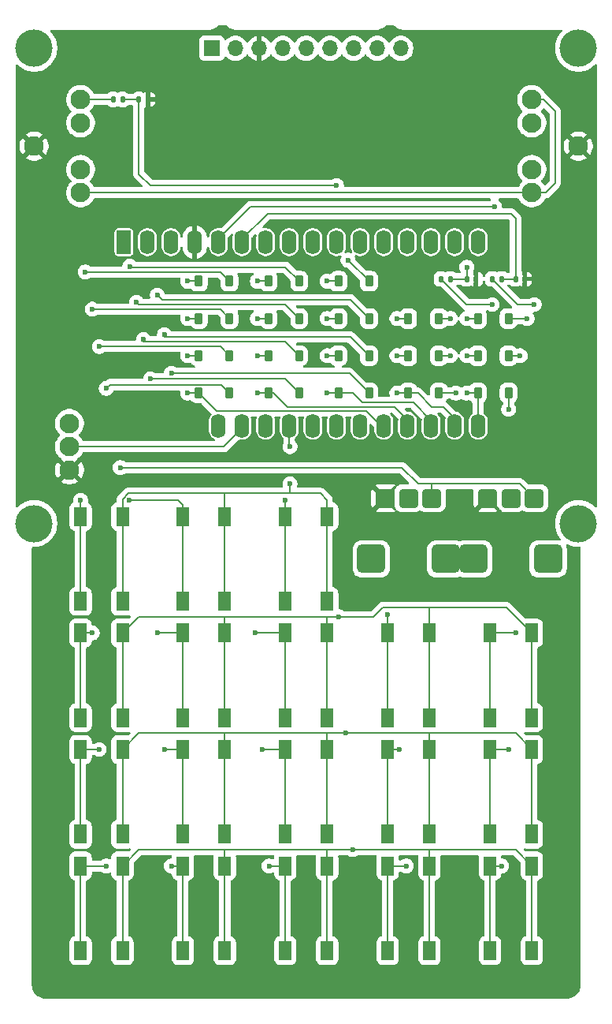
<source format=gtl>
G04 #@! TF.GenerationSoftware,KiCad,Pcbnew,9.0.0*
G04 #@! TF.CreationDate,2025-07-26T10:23:47-04:00*
G04 #@! TF.ProjectId,POVideo V2,504f5669-6465-46f2-9056-322e6b696361,rev?*
G04 #@! TF.SameCoordinates,Original*
G04 #@! TF.FileFunction,Copper,L1,Top*
G04 #@! TF.FilePolarity,Positive*
%FSLAX46Y46*%
G04 Gerber Fmt 4.6, Leading zero omitted, Abs format (unit mm)*
G04 Created by KiCad (PCBNEW 9.0.0) date 2025-07-26 10:23:47*
%MOMM*%
%LPD*%
G01*
G04 APERTURE LIST*
G04 Aperture macros list*
%AMRoundRect*
0 Rectangle with rounded corners*
0 $1 Rounding radius*
0 $2 $3 $4 $5 $6 $7 $8 $9 X,Y pos of 4 corners*
0 Add a 4 corners polygon primitive as box body*
4,1,4,$2,$3,$4,$5,$6,$7,$8,$9,$2,$3,0*
0 Add four circle primitives for the rounded corners*
1,1,$1+$1,$2,$3*
1,1,$1+$1,$4,$5*
1,1,$1+$1,$6,$7*
1,1,$1+$1,$8,$9*
0 Add four rect primitives between the rounded corners*
20,1,$1+$1,$2,$3,$4,$5,0*
20,1,$1+$1,$4,$5,$6,$7,0*
20,1,$1+$1,$6,$7,$8,$9,0*
20,1,$1+$1,$8,$9,$2,$3,0*%
G04 Aperture macros list end*
G04 #@! TA.AperFunction,ComponentPad*
%ADD10RoundRect,0.250000X-0.550000X1.050000X-0.550000X-1.050000X0.550000X-1.050000X0.550000X1.050000X0*%
G04 #@! TD*
G04 #@! TA.AperFunction,ComponentPad*
%ADD11O,1.600000X2.600000*%
G04 #@! TD*
G04 #@! TA.AperFunction,SMDPad,CuDef*
%ADD12RoundRect,0.135000X-0.135000X-0.185000X0.135000X-0.185000X0.135000X0.185000X-0.135000X0.185000X0*%
G04 #@! TD*
G04 #@! TA.AperFunction,SMDPad,CuDef*
%ADD13RoundRect,0.210000X0.490000X-0.840000X0.490000X0.840000X-0.490000X0.840000X-0.490000X-0.840000X0*%
G04 #@! TD*
G04 #@! TA.AperFunction,ComponentPad*
%ADD14RoundRect,0.450000X1.050000X1.050000X-1.050000X1.050000X-1.050000X-1.050000X1.050000X-1.050000X0*%
G04 #@! TD*
G04 #@! TA.AperFunction,ComponentPad*
%ADD15RoundRect,0.300000X0.700000X0.700000X-0.700000X0.700000X-0.700000X-0.700000X0.700000X-0.700000X0*%
G04 #@! TD*
G04 #@! TA.AperFunction,SMDPad,CuDef*
%ADD16RoundRect,0.140000X-0.140000X-0.170000X0.140000X-0.170000X0.140000X0.170000X-0.140000X0.170000X0*%
G04 #@! TD*
G04 #@! TA.AperFunction,SMDPad,CuDef*
%ADD17RoundRect,0.225000X-0.225000X-0.375000X0.225000X-0.375000X0.225000X0.375000X-0.225000X0.375000X0*%
G04 #@! TD*
G04 #@! TA.AperFunction,SMDPad,CuDef*
%ADD18RoundRect,0.135000X0.135000X0.185000X-0.135000X0.185000X-0.135000X-0.185000X0.135000X-0.185000X0*%
G04 #@! TD*
G04 #@! TA.AperFunction,ComponentPad*
%ADD19R,1.700000X1.700000*%
G04 #@! TD*
G04 #@! TA.AperFunction,ComponentPad*
%ADD20O,1.700000X1.700000*%
G04 #@! TD*
G04 #@! TA.AperFunction,ComponentPad*
%ADD21C,2.100000*%
G04 #@! TD*
G04 #@! TA.AperFunction,ViaPad*
%ADD22C,0.600000*%
G04 #@! TD*
G04 #@! TA.AperFunction,ViaPad*
%ADD23C,4.000000*%
G04 #@! TD*
G04 #@! TA.AperFunction,Conductor*
%ADD24C,0.200000*%
G04 #@! TD*
G04 APERTURE END LIST*
D10*
X155400000Y-78300000D03*
D11*
X157940000Y-78300000D03*
X160480000Y-78300000D03*
X163020000Y-78300000D03*
X165560000Y-78300000D03*
X168100000Y-78300000D03*
X170640000Y-78300000D03*
X173180000Y-78300000D03*
X175720000Y-78300000D03*
X178260000Y-78300000D03*
X180800000Y-78300000D03*
X183340000Y-78300000D03*
X185880000Y-78300000D03*
X188420000Y-78300000D03*
X190960000Y-78300000D03*
X193500000Y-78300000D03*
X193500000Y-98020000D03*
X190960000Y-98020000D03*
X188420000Y-98020000D03*
X185880000Y-98020000D03*
X183340000Y-98020000D03*
X180800000Y-98020000D03*
X178260000Y-98020000D03*
X175720000Y-98020000D03*
X173180000Y-98020000D03*
X170640000Y-98020000D03*
X168100000Y-98020000D03*
X165560000Y-98020000D03*
D12*
X196020000Y-82250000D03*
X195000000Y-82250000D03*
D13*
X183750000Y-120250000D03*
X183750000Y-129350000D03*
X188250000Y-120250000D03*
X188250000Y-129350000D03*
D14*
X182000000Y-112300000D03*
X190000000Y-112300000D03*
D15*
X183500000Y-105800000D03*
X186000000Y-105800000D03*
X188500000Y-105800000D03*
D12*
X189480000Y-82250000D03*
X190500000Y-82250000D03*
D16*
X197500000Y-82250000D03*
X198460000Y-82250000D03*
X192250000Y-82250000D03*
X193210000Y-82250000D03*
D17*
X178450000Y-90500000D03*
X181750000Y-90500000D03*
X193450000Y-86500000D03*
X196750000Y-86500000D03*
D13*
X177250000Y-116850000D03*
X177250000Y-107750000D03*
X172750000Y-116850000D03*
X172750000Y-107750000D03*
D17*
X170950000Y-94500000D03*
X174250000Y-94500000D03*
X170950000Y-82500000D03*
X174250000Y-82500000D03*
D13*
X177250000Y-129350000D03*
X177250000Y-120250000D03*
X172750000Y-129350000D03*
X172750000Y-120250000D03*
D17*
X193450000Y-90500000D03*
X196750000Y-90500000D03*
D13*
X166250000Y-116850000D03*
X166250000Y-107750000D03*
X161750000Y-116850000D03*
X161750000Y-107750000D03*
X188250000Y-141850000D03*
X188250000Y-132750000D03*
X183750000Y-141850000D03*
X183750000Y-132750000D03*
X155250000Y-129350000D03*
X155250000Y-120250000D03*
X150750000Y-129350000D03*
X150750000Y-120250000D03*
X177250000Y-154350000D03*
X177250000Y-145250000D03*
X172750000Y-154350000D03*
X172750000Y-145250000D03*
D17*
X185950000Y-94500000D03*
X189250000Y-94500000D03*
X170950000Y-86500000D03*
X174250000Y-86500000D03*
D13*
X155250000Y-154350000D03*
X155250000Y-145250000D03*
X150750000Y-154350000D03*
X150750000Y-145250000D03*
D18*
X155270000Y-63000000D03*
X154250000Y-63000000D03*
D13*
X166250000Y-129350000D03*
X166250000Y-120250000D03*
X161750000Y-129350000D03*
X161750000Y-120250000D03*
X155250000Y-116850000D03*
X155250000Y-107750000D03*
X150750000Y-116850000D03*
X150750000Y-107750000D03*
X155250000Y-141850000D03*
X155250000Y-132750000D03*
X150750000Y-141850000D03*
X150750000Y-132750000D03*
D15*
X199500000Y-105800000D03*
X197000000Y-105800000D03*
X194500000Y-105800000D03*
D14*
X201000000Y-112300000D03*
X193000000Y-112300000D03*
D13*
X199250000Y-141850000D03*
X199250000Y-132750000D03*
X194750000Y-141850000D03*
X194750000Y-132750000D03*
D17*
X163450000Y-94500000D03*
X166750000Y-94500000D03*
D13*
X188250000Y-154350000D03*
X188250000Y-145250000D03*
X183750000Y-154350000D03*
X183750000Y-145250000D03*
D19*
X164850000Y-57500000D03*
D20*
X167390000Y-57500000D03*
X169930000Y-57500000D03*
X172470000Y-57500000D03*
X175000000Y-57500000D03*
X177550000Y-57500000D03*
X180090000Y-57500000D03*
X182630000Y-57500000D03*
X185170000Y-57500000D03*
D17*
X178450000Y-82500000D03*
X181750000Y-82500000D03*
X185950000Y-86500000D03*
X189250000Y-86500000D03*
D13*
X177250000Y-141850000D03*
X177250000Y-132750000D03*
X172750000Y-141850000D03*
X172750000Y-132750000D03*
D17*
X185950000Y-90500000D03*
X189250000Y-90500000D03*
X170950000Y-90500000D03*
X174250000Y-90500000D03*
X178450000Y-94500000D03*
X181750000Y-94500000D03*
X163450000Y-86500000D03*
X166750000Y-86500000D03*
D18*
X158020000Y-63000000D03*
X157000000Y-63000000D03*
D17*
X163450000Y-82500000D03*
X166750000Y-82500000D03*
X193450000Y-94500000D03*
X196750000Y-94500000D03*
D13*
X166250000Y-141850000D03*
X166250000Y-132750000D03*
X161750000Y-141850000D03*
X161750000Y-132750000D03*
X199250000Y-129350000D03*
X199250000Y-120250000D03*
X194750000Y-129350000D03*
X194750000Y-120250000D03*
D17*
X163450000Y-90500000D03*
X166750000Y-90500000D03*
D13*
X166250000Y-154350000D03*
X166250000Y-145250000D03*
X161750000Y-154350000D03*
X161750000Y-145250000D03*
D17*
X178450000Y-86500000D03*
X181750000Y-86500000D03*
D21*
X149550000Y-97750000D03*
X149550000Y-100250000D03*
X149550000Y-102750000D03*
X199250000Y-63000000D03*
X199250000Y-65500000D03*
X204250000Y-68000000D03*
X199250000Y-70500000D03*
X199250000Y-73000000D03*
X150750000Y-73000000D03*
X150750000Y-70500000D03*
X145750000Y-68000000D03*
X150750000Y-65500000D03*
X150750000Y-63000000D03*
D13*
X199250000Y-154350000D03*
X199250000Y-145250000D03*
X194750000Y-154350000D03*
X194750000Y-145250000D03*
D22*
X185000000Y-107500000D03*
X178250000Y-71000000D03*
X190000000Y-71000000D03*
X158000000Y-75750000D03*
X163000000Y-75750000D03*
X186750000Y-102250000D03*
X201000000Y-101750000D03*
X198250000Y-101750000D03*
X178500000Y-118500000D03*
X179250000Y-131000000D03*
X195750000Y-107250000D03*
X149750000Y-83000000D03*
X157500000Y-83000000D03*
X179500000Y-80250000D03*
X192250000Y-81000000D03*
X195000000Y-85000000D03*
X199500000Y-85000000D03*
X155000000Y-102500000D03*
X173250000Y-104250000D03*
X173250000Y-100250000D03*
X196750000Y-96250000D03*
X198000000Y-90500000D03*
X198750000Y-86500000D03*
X197500000Y-120250000D03*
X196750000Y-132750000D03*
X196000000Y-145250000D03*
X185750000Y-145250000D03*
X185000000Y-132750000D03*
X183750000Y-118250000D03*
X172750000Y-106000000D03*
X180000000Y-143500000D03*
X153500000Y-94000000D03*
X153500000Y-145250000D03*
X152750000Y-132750000D03*
X152750000Y-89500000D03*
X152000000Y-85500000D03*
X152000000Y-120250000D03*
X151250000Y-81500000D03*
X150750000Y-106000000D03*
D23*
X145750000Y-108500000D03*
X204250000Y-108500000D03*
X145750000Y-57500000D03*
X204250000Y-57500000D03*
D22*
X162250000Y-94500000D03*
X162250000Y-86500000D03*
X162250000Y-82500000D03*
X162250000Y-90500000D03*
X169750000Y-94500000D03*
X169750000Y-90500000D03*
X169750000Y-82500000D03*
X169750000Y-86500000D03*
X156000000Y-106000000D03*
X156034687Y-80900000D03*
X177250000Y-90500000D03*
X177250000Y-86500000D03*
X177250000Y-94500000D03*
X177250000Y-82500000D03*
X159000000Y-120250000D03*
X156750000Y-84750000D03*
X169500000Y-120250000D03*
X159000000Y-84000000D03*
X184750000Y-94500000D03*
X184750000Y-86500000D03*
X184750000Y-90500000D03*
X190500000Y-86500000D03*
X192250000Y-94500000D03*
X192250000Y-90500000D03*
X192250000Y-86500000D03*
X159750000Y-132750000D03*
X157500000Y-88750000D03*
X159750000Y-88250000D03*
X170250000Y-132750000D03*
X190500000Y-90500000D03*
X158250000Y-93000000D03*
X160500000Y-145250000D03*
X160500000Y-92400000D03*
X171000000Y-145250000D03*
X191100000Y-94500000D03*
X178250000Y-72250000D03*
X195250000Y-74500000D03*
D24*
X178250000Y-71000000D02*
X190000000Y-71000000D01*
X158000000Y-75750000D02*
X163000000Y-75750000D01*
X188500000Y-104250000D02*
X197950000Y-104250000D01*
X188500000Y-104250000D02*
X188500000Y-105800000D01*
X155000000Y-102500000D02*
X185250000Y-102500000D01*
X185250000Y-102500000D02*
X187000000Y-104250000D01*
X187000000Y-104250000D02*
X188500000Y-104250000D01*
X197950000Y-104250000D02*
X199500000Y-105800000D01*
X187250000Y-101750000D02*
X186750000Y-102250000D01*
X198250000Y-101750000D02*
X187250000Y-101750000D01*
X201000000Y-101750000D02*
X198250000Y-101750000D01*
X177250000Y-118500000D02*
X178500000Y-118500000D01*
X177250000Y-131000000D02*
X179250000Y-131000000D01*
X195750000Y-107050000D02*
X195750000Y-107250000D01*
X194500000Y-105800000D02*
X195750000Y-107050000D01*
X157500000Y-83000000D02*
X149750000Y-83000000D01*
X179500000Y-80250000D02*
X181750000Y-82500000D01*
X192250000Y-82250000D02*
X192250000Y-81000000D01*
X197500000Y-82250000D02*
X197500000Y-75750000D01*
X197500000Y-75750000D02*
X197000000Y-75250000D01*
X196020000Y-82250000D02*
X197500000Y-82250000D01*
X190500000Y-82250000D02*
X192250000Y-82250000D01*
X192230000Y-85000000D02*
X189480000Y-82250000D01*
X195000000Y-85000000D02*
X192230000Y-85000000D01*
X199500000Y-85000000D02*
X197750000Y-85000000D01*
X197750000Y-85000000D02*
X195000000Y-82250000D01*
X173250000Y-104250000D02*
X173250000Y-105250000D01*
X173180000Y-100180000D02*
X173250000Y-100250000D01*
X173180000Y-98320000D02*
X173180000Y-100180000D01*
X196750000Y-96250000D02*
X196750000Y-94500000D01*
X198000000Y-90500000D02*
X196750000Y-90500000D01*
X196750000Y-86500000D02*
X198750000Y-86500000D01*
X194750000Y-120250000D02*
X197500000Y-120250000D01*
X194750000Y-132750000D02*
X196750000Y-132750000D01*
X194750000Y-145250000D02*
X196000000Y-145250000D01*
X188250000Y-117500000D02*
X196500000Y-117500000D01*
X196500000Y-117500000D02*
X199250000Y-120250000D01*
X178500000Y-118500000D02*
X182250000Y-118500000D01*
X182250000Y-118500000D02*
X183250000Y-117500000D01*
X183250000Y-117500000D02*
X188250000Y-117500000D01*
X188250000Y-117500000D02*
X188250000Y-120250000D01*
X166250000Y-118500000D02*
X177250000Y-118500000D01*
X177250000Y-118500000D02*
X177250000Y-120250000D01*
X157000000Y-118500000D02*
X166250000Y-118500000D01*
X155250000Y-120250000D02*
X157000000Y-118500000D01*
X166250000Y-118500000D02*
X166250000Y-120250000D01*
X185750000Y-145250000D02*
X183750000Y-145250000D01*
X183750000Y-132750000D02*
X185000000Y-132750000D01*
X183750000Y-120250000D02*
X183750000Y-118250000D01*
X166250000Y-105250000D02*
X173250000Y-105250000D01*
X173250000Y-105250000D02*
X176500000Y-105250000D01*
X176500000Y-105250000D02*
X177250000Y-106000000D01*
X177250000Y-106000000D02*
X177250000Y-107750000D01*
X155900057Y-105250000D02*
X166250000Y-105250000D01*
X166250000Y-105250000D02*
X166250000Y-107750000D01*
X155250000Y-105900057D02*
X155900057Y-105250000D01*
X155250000Y-107750000D02*
X155250000Y-105900057D01*
X172750000Y-106000000D02*
X172750000Y-107750000D01*
X177250000Y-107750000D02*
X177250000Y-116850000D01*
X172750000Y-107750000D02*
X172750000Y-116850000D01*
X166250000Y-107750000D02*
X166250000Y-116850000D01*
X161750000Y-107750000D02*
X161750000Y-116850000D01*
X155250000Y-107750000D02*
X155250000Y-116850000D01*
X150750000Y-107750000D02*
X150750000Y-116850000D01*
X188250000Y-131000000D02*
X197500000Y-131000000D01*
X197500000Y-131000000D02*
X199250000Y-132750000D01*
X179250000Y-131000000D02*
X188250000Y-131000000D01*
X188250000Y-131000000D02*
X188250000Y-132750000D01*
X166250000Y-131000000D02*
X177250000Y-131000000D01*
X177250000Y-131000000D02*
X177250000Y-132750000D01*
X155250000Y-132750000D02*
X157000000Y-131000000D01*
X157000000Y-131000000D02*
X166250000Y-131000000D01*
X166250000Y-131000000D02*
X166250000Y-132750000D01*
X199250000Y-120250000D02*
X199250000Y-129350000D01*
X194750000Y-120250000D02*
X194750000Y-129350000D01*
X188250000Y-120250000D02*
X188250000Y-129350000D01*
X183750000Y-120250000D02*
X183750000Y-129350000D01*
X177250000Y-120250000D02*
X177250000Y-129350000D01*
X172750000Y-120250000D02*
X172750000Y-129350000D01*
X166250000Y-120250000D02*
X166250000Y-129350000D01*
X161750000Y-120250000D02*
X161750000Y-129350000D01*
X155250000Y-120250000D02*
X155250000Y-129350000D01*
X150750000Y-120250000D02*
X150750000Y-129350000D01*
X199250000Y-132750000D02*
X199250000Y-141850000D01*
X194750000Y-132750000D02*
X194750000Y-141750000D01*
X188250000Y-132750000D02*
X188250000Y-141850000D01*
X183750000Y-132750000D02*
X183750000Y-141850000D01*
X177250000Y-132750000D02*
X177250000Y-141850000D01*
X172750000Y-132750000D02*
X172750000Y-141850000D01*
X166250000Y-132750000D02*
X166250000Y-141850000D01*
X161750000Y-132750000D02*
X161750000Y-141850000D01*
X155250000Y-132750000D02*
X155250000Y-141850000D01*
X150750000Y-132750000D02*
X150750000Y-141850000D01*
X180000000Y-143500000D02*
X188250000Y-143500000D01*
X180000000Y-143500000D02*
X180250000Y-143500000D01*
X188250000Y-143500000D02*
X197500000Y-143500000D01*
X197500000Y-143500000D02*
X199250000Y-145250000D01*
X177250000Y-143500000D02*
X180000000Y-143500000D01*
X188250000Y-143500000D02*
X188250000Y-145250000D01*
X166250000Y-143500000D02*
X177250000Y-143500000D01*
X177250000Y-143500000D02*
X177250000Y-145250000D01*
X157000000Y-143500000D02*
X166250000Y-143500000D01*
X155250000Y-145250000D02*
X157000000Y-143500000D01*
X166250000Y-143500000D02*
X166250000Y-145250000D01*
X199250000Y-145250000D02*
X199250000Y-154350000D01*
X194750000Y-145250000D02*
X194750000Y-154350000D01*
X188250000Y-145250000D02*
X188250000Y-154350000D01*
X183750000Y-145250000D02*
X183750000Y-154350000D01*
X177250000Y-145250000D02*
X177250000Y-154350000D01*
X172750000Y-145250000D02*
X172750000Y-154350000D01*
X166250000Y-145250000D02*
X166250000Y-154350000D01*
X161750000Y-145250000D02*
X161750000Y-154350000D01*
X155250000Y-145250000D02*
X155250000Y-154350000D01*
X150750000Y-145250000D02*
X150750000Y-154350000D01*
X153899000Y-93601000D02*
X153500000Y-94000000D01*
X154351000Y-93601000D02*
X153899000Y-93601000D01*
X162998890Y-93601000D02*
X163000890Y-93599000D01*
X154351000Y-93601000D02*
X162998890Y-93601000D01*
X163000890Y-93599000D02*
X165849000Y-93599000D01*
X153500000Y-145250000D02*
X150750000Y-145250000D01*
X152750000Y-132750000D02*
X150750000Y-132750000D01*
X153500000Y-89500000D02*
X152750000Y-89500000D01*
X166750000Y-86500000D02*
X165750000Y-85500000D01*
X165750000Y-85500000D02*
X152000000Y-85500000D01*
X150750000Y-120250000D02*
X152000000Y-120250000D01*
X150750000Y-107750000D02*
X150750000Y-106000000D01*
X165750000Y-81500000D02*
X166750000Y-82500000D01*
X151250000Y-81500000D02*
X165750000Y-81500000D01*
X163020000Y-78000000D02*
X163020000Y-78230000D01*
X163450000Y-82500000D02*
X162250000Y-82500000D01*
X163450000Y-94500000D02*
X165369000Y-96419000D01*
X163450000Y-90500000D02*
X162250000Y-90500000D01*
X163450000Y-94500000D02*
X162250000Y-94500000D01*
X163450000Y-86500000D02*
X162250000Y-86500000D01*
X181439000Y-96419000D02*
X183340000Y-98320000D01*
X165369000Y-96419000D02*
X181439000Y-96419000D01*
X170950000Y-94500000D02*
X169750000Y-94500000D01*
X184500000Y-96000000D02*
X185880000Y-97380000D01*
X171500000Y-94500000D02*
X173000000Y-96000000D01*
X173000000Y-96000000D02*
X184500000Y-96000000D01*
X170950000Y-86500000D02*
X169750000Y-86500000D01*
X170950000Y-94500000D02*
X171500000Y-94500000D01*
X170950000Y-90500000D02*
X169750000Y-90500000D01*
X185880000Y-97380000D02*
X185880000Y-98320000D01*
X170950000Y-82500000D02*
X169750000Y-82500000D01*
X156134687Y-81000000D02*
X156034687Y-80900000D01*
X161250000Y-106000000D02*
X161750000Y-106500000D01*
X174250000Y-82500000D02*
X172750000Y-81000000D01*
X172750000Y-81000000D02*
X156134687Y-81000000D01*
X161750000Y-106500000D02*
X161750000Y-107750000D01*
X161250000Y-106000000D02*
X156000000Y-106000000D01*
X180000000Y-94500000D02*
X181000000Y-95500000D01*
X181000000Y-95500000D02*
X186500000Y-95500000D01*
X178450000Y-94500000D02*
X177250000Y-94500000D01*
X188420000Y-97420000D02*
X188420000Y-98320000D01*
X186500000Y-95500000D02*
X188420000Y-97420000D01*
X178450000Y-90500000D02*
X177250000Y-90500000D01*
X178450000Y-94500000D02*
X180000000Y-94500000D01*
X178450000Y-86500000D02*
X177250000Y-86500000D01*
X178450000Y-82500000D02*
X177250000Y-82500000D01*
X161750000Y-120250000D02*
X159000000Y-120250000D01*
X172750000Y-85000000D02*
X157000000Y-85000000D01*
X157000000Y-85000000D02*
X156750000Y-84750000D01*
X174250000Y-86500000D02*
X172750000Y-85000000D01*
X179750000Y-84500000D02*
X181750000Y-86500000D01*
X159500000Y-84500000D02*
X179750000Y-84500000D01*
X159000000Y-84000000D02*
X159500000Y-84500000D01*
X169500000Y-120250000D02*
X172750000Y-120250000D01*
X188500000Y-96000000D02*
X189750000Y-96000000D01*
X185950000Y-90500000D02*
X184750000Y-90500000D01*
X187000000Y-94500000D02*
X188500000Y-96000000D01*
X185950000Y-86500000D02*
X184750000Y-86500000D01*
X190960000Y-97210000D02*
X190960000Y-98320000D01*
X189750000Y-96000000D02*
X190960000Y-97210000D01*
X185950000Y-94500000D02*
X187000000Y-94500000D01*
X185950000Y-94500000D02*
X184750000Y-94500000D01*
X189250000Y-86500000D02*
X190500000Y-86500000D01*
X193450000Y-94500000D02*
X192250000Y-94500000D01*
X193450000Y-94500000D02*
X193450000Y-98270000D01*
X193450000Y-90500000D02*
X192250000Y-90500000D01*
X193450000Y-98270000D02*
X193500000Y-98320000D01*
X193450000Y-86500000D02*
X192250000Y-86500000D01*
X166750000Y-90500000D02*
X165750000Y-89500000D01*
X165750000Y-89500000D02*
X153500000Y-89500000D01*
X159750000Y-132750000D02*
X161750000Y-132750000D01*
X174250000Y-90500000D02*
X172750000Y-89000000D01*
X157500000Y-89000000D02*
X157500000Y-88750000D01*
X172750000Y-89000000D02*
X157500000Y-89000000D01*
X181750000Y-90500000D02*
X179750000Y-88500000D01*
X159750000Y-88500000D02*
X159750000Y-88250000D01*
X179750000Y-88500000D02*
X159750000Y-88500000D01*
X172750000Y-132750000D02*
X170250000Y-132750000D01*
X189250000Y-90500000D02*
X190500000Y-90500000D01*
X166750000Y-94500000D02*
X165849000Y-93599000D01*
X172750000Y-93000000D02*
X158250000Y-93000000D01*
X174250000Y-94500000D02*
X172750000Y-93000000D01*
X161750000Y-145250000D02*
X160500000Y-145250000D01*
X171000000Y-145250000D02*
X172750000Y-145250000D01*
X179650000Y-92400000D02*
X160500000Y-92400000D01*
X181750000Y-94500000D02*
X179650000Y-92400000D01*
X191100000Y-94500000D02*
X189250000Y-94500000D01*
X150750000Y-63000000D02*
X154250000Y-63000000D01*
X200750000Y-73000000D02*
X201750000Y-72000000D01*
X199250000Y-73000000D02*
X200750000Y-73000000D01*
X201750000Y-72000000D02*
X201750000Y-64250000D01*
X200500000Y-63000000D02*
X199250000Y-63000000D01*
X201750000Y-64250000D02*
X200500000Y-63000000D01*
X150750000Y-73000000D02*
X199250000Y-73000000D01*
X158250000Y-72250000D02*
X178250000Y-72250000D01*
X155270000Y-63000000D02*
X157000000Y-63000000D01*
X157000000Y-63000000D02*
X157000000Y-71000000D01*
X157000000Y-71000000D02*
X158250000Y-72250000D01*
X165560000Y-77940000D02*
X169000000Y-74500000D01*
X169000000Y-74500000D02*
X195250000Y-74500000D01*
X165560000Y-78000000D02*
X165560000Y-77940000D01*
X168100000Y-78000000D02*
X170850000Y-75250000D01*
X170850000Y-75250000D02*
X197000000Y-75250000D01*
X149550000Y-100250000D02*
X166170000Y-100250000D01*
X166170000Y-100250000D02*
X168100000Y-98320000D01*
G04 #@! TA.AperFunction,Conductor*
G36*
X184463181Y-106409629D02*
G01*
X184496666Y-106470952D01*
X184499500Y-106497310D01*
X184499500Y-106544960D01*
X184514630Y-106679249D01*
X184514631Y-106679254D01*
X184574211Y-106849523D01*
X184628164Y-106935388D01*
X184647164Y-107002625D01*
X184626796Y-107069460D01*
X184573528Y-107114674D01*
X184504272Y-107123911D01*
X184441016Y-107094240D01*
X184435489Y-107089041D01*
X183629410Y-106282962D01*
X183692993Y-106265925D01*
X183807007Y-106200099D01*
X183900099Y-106107007D01*
X183965925Y-105992993D01*
X183982962Y-105929410D01*
X184463181Y-106409629D01*
G37*
G04 #@! TD.AperFunction*
G04 #@! TA.AperFunction,Conductor*
G36*
X195463181Y-106409629D02*
G01*
X195496666Y-106470952D01*
X195499500Y-106497310D01*
X195499500Y-106544960D01*
X195514630Y-106679249D01*
X195514631Y-106679254D01*
X195574211Y-106849523D01*
X195628164Y-106935388D01*
X195647164Y-107002625D01*
X195626796Y-107069460D01*
X195573528Y-107114674D01*
X195504272Y-107123911D01*
X195441016Y-107094240D01*
X195435489Y-107089041D01*
X194629410Y-106282962D01*
X194692993Y-106265925D01*
X194807007Y-106200099D01*
X194900099Y-106107007D01*
X194965925Y-105992993D01*
X194982962Y-105929410D01*
X195463181Y-106409629D01*
G37*
G04 #@! TD.AperFunction*
G04 #@! TA.AperFunction,Conductor*
G36*
X184566503Y-104482457D02*
G01*
X184622437Y-104524328D01*
X184646854Y-104589793D01*
X184632002Y-104658066D01*
X184628164Y-104664611D01*
X184574211Y-104750476D01*
X184514631Y-104920745D01*
X184514630Y-104920750D01*
X184499500Y-105055039D01*
X184499500Y-105102690D01*
X184479815Y-105169729D01*
X184463181Y-105190371D01*
X183982962Y-105670589D01*
X183965925Y-105607007D01*
X183900099Y-105492993D01*
X183807007Y-105399901D01*
X183692993Y-105334075D01*
X183629410Y-105317037D01*
X184435489Y-104510958D01*
X184496812Y-104477473D01*
X184566503Y-104482457D01*
G37*
G04 #@! TD.AperFunction*
G04 #@! TA.AperFunction,Conductor*
G36*
X166393650Y-55019685D02*
G01*
X166414292Y-55036319D01*
X166522490Y-55144517D01*
X166713567Y-55283343D01*
X166812991Y-55334002D01*
X166924003Y-55390566D01*
X166924005Y-55390566D01*
X166924008Y-55390568D01*
X167044412Y-55429689D01*
X167148631Y-55463553D01*
X167381903Y-55500500D01*
X167381908Y-55500500D01*
X182618097Y-55500500D01*
X182851368Y-55463553D01*
X183075992Y-55390568D01*
X183286433Y-55283343D01*
X183477510Y-55144517D01*
X183585708Y-55036319D01*
X183647031Y-55002834D01*
X183673389Y-55000000D01*
X184326611Y-55000000D01*
X184393650Y-55019685D01*
X184414292Y-55036319D01*
X184522490Y-55144517D01*
X184713567Y-55283343D01*
X184812991Y-55334002D01*
X184924003Y-55390566D01*
X184924005Y-55390566D01*
X184924008Y-55390568D01*
X185044412Y-55429689D01*
X185148631Y-55463553D01*
X185381903Y-55500500D01*
X185381908Y-55500500D01*
X185434108Y-55500500D01*
X202413897Y-55500500D01*
X202480936Y-55520185D01*
X202526691Y-55572989D01*
X202536635Y-55642147D01*
X202507610Y-55705703D01*
X202501578Y-55712181D01*
X202382583Y-55831175D01*
X202207476Y-56050753D01*
X202058053Y-56288557D01*
X201936200Y-56541588D01*
X201843443Y-56806670D01*
X201843439Y-56806682D01*
X201780945Y-57080487D01*
X201780942Y-57080505D01*
X201749500Y-57359568D01*
X201749500Y-57640431D01*
X201780942Y-57919494D01*
X201780945Y-57919512D01*
X201843439Y-58193317D01*
X201843443Y-58193329D01*
X201936200Y-58458411D01*
X202058053Y-58711442D01*
X202058055Y-58711445D01*
X202207477Y-58949248D01*
X202382584Y-59168825D01*
X202581175Y-59367416D01*
X202800752Y-59542523D01*
X203038555Y-59691945D01*
X203291592Y-59813801D01*
X203490680Y-59883465D01*
X203556670Y-59906556D01*
X203556682Y-59906560D01*
X203830491Y-59969055D01*
X203830497Y-59969055D01*
X203830505Y-59969057D01*
X204016547Y-59990018D01*
X204109569Y-60000499D01*
X204109572Y-60000500D01*
X204109575Y-60000500D01*
X204390428Y-60000500D01*
X204390429Y-60000499D01*
X204533055Y-59984429D01*
X204669494Y-59969057D01*
X204669499Y-59969056D01*
X204669509Y-59969055D01*
X204943318Y-59906560D01*
X205208408Y-59813801D01*
X205461445Y-59691945D01*
X205699248Y-59542523D01*
X205918825Y-59367416D01*
X206037819Y-59248422D01*
X206099142Y-59214937D01*
X206168834Y-59219921D01*
X206224767Y-59261793D01*
X206249184Y-59327257D01*
X206249500Y-59336103D01*
X206249500Y-106663897D01*
X206229815Y-106730936D01*
X206177011Y-106776691D01*
X206107853Y-106786635D01*
X206044297Y-106757610D01*
X206037819Y-106751578D01*
X205918824Y-106632583D01*
X205808943Y-106544956D01*
X205699248Y-106457477D01*
X205461445Y-106308055D01*
X205461442Y-106308053D01*
X205208411Y-106186200D01*
X204943329Y-106093443D01*
X204943317Y-106093439D01*
X204669512Y-106030945D01*
X204669494Y-106030942D01*
X204390431Y-105999500D01*
X204390425Y-105999500D01*
X204109575Y-105999500D01*
X204109568Y-105999500D01*
X203830505Y-106030942D01*
X203830487Y-106030945D01*
X203556682Y-106093439D01*
X203556670Y-106093443D01*
X203291588Y-106186200D01*
X203038557Y-106308053D01*
X202800753Y-106457476D01*
X202581175Y-106632583D01*
X202382583Y-106831175D01*
X202207476Y-107050753D01*
X202058053Y-107288557D01*
X201936200Y-107541588D01*
X201843443Y-107806670D01*
X201843439Y-107806682D01*
X201780945Y-108080487D01*
X201780942Y-108080505D01*
X201749500Y-108359568D01*
X201749500Y-108640431D01*
X201780942Y-108919494D01*
X201780945Y-108919512D01*
X201843439Y-109193317D01*
X201843443Y-109193329D01*
X201936200Y-109458411D01*
X202058053Y-109711442D01*
X202058055Y-109711445D01*
X202207477Y-109949248D01*
X202335575Y-110109878D01*
X202361983Y-110174564D01*
X202349228Y-110243259D01*
X202301357Y-110294153D01*
X202233570Y-110311087D01*
X202224429Y-110310057D01*
X202224425Y-110310105D01*
X202172866Y-110305521D01*
X202105138Y-110299500D01*
X199894862Y-110299500D01*
X199882599Y-110300590D01*
X199781451Y-110309582D01*
X199595594Y-110362762D01*
X199424250Y-110452265D01*
X199274428Y-110574428D01*
X199152265Y-110724250D01*
X199062762Y-110895594D01*
X199009582Y-111081451D01*
X198999500Y-111194863D01*
X198999500Y-113405136D01*
X199009582Y-113518548D01*
X199062762Y-113704405D01*
X199062763Y-113704406D01*
X199152266Y-113875751D01*
X199199518Y-113933700D01*
X199274428Y-114025571D01*
X199349339Y-114086652D01*
X199424249Y-114147734D01*
X199595594Y-114237237D01*
X199781448Y-114290417D01*
X199894862Y-114300500D01*
X199894870Y-114300500D01*
X202105130Y-114300500D01*
X202105138Y-114300500D01*
X202218552Y-114290417D01*
X202404406Y-114237237D01*
X202575751Y-114147734D01*
X202725571Y-114025571D01*
X202847734Y-113875751D01*
X202937237Y-113704406D01*
X202990417Y-113518552D01*
X203000500Y-113405138D01*
X203000500Y-111194862D01*
X202990417Y-111081448D01*
X202937237Y-110895594D01*
X202934117Y-110889622D01*
X202920525Y-110821088D01*
X202946142Y-110756084D01*
X203002837Y-110715250D01*
X203072608Y-110711548D01*
X203097828Y-110720489D01*
X203291592Y-110813801D01*
X203490680Y-110883465D01*
X203556670Y-110906556D01*
X203556682Y-110906560D01*
X203830491Y-110969055D01*
X203830497Y-110969055D01*
X203830505Y-110969057D01*
X204000497Y-110988210D01*
X204109569Y-111000499D01*
X204109572Y-111000500D01*
X204375500Y-111000500D01*
X204442539Y-111020185D01*
X204488294Y-111072989D01*
X204499500Y-111124500D01*
X204499500Y-157995572D01*
X204499184Y-158004418D01*
X204499184Y-158004419D01*
X204484869Y-158204557D01*
X204482351Y-158222068D01*
X204440646Y-158413787D01*
X204435662Y-158430763D01*
X204367090Y-158614609D01*
X204359740Y-158630701D01*
X204265711Y-158802904D01*
X204256146Y-158817789D01*
X204138558Y-158974867D01*
X204126972Y-158988237D01*
X203988237Y-159126972D01*
X203974867Y-159138558D01*
X203817789Y-159256146D01*
X203802904Y-159265711D01*
X203630701Y-159359740D01*
X203614609Y-159367090D01*
X203430763Y-159435662D01*
X203413787Y-159440646D01*
X203222068Y-159482351D01*
X203204557Y-159484869D01*
X203023779Y-159497799D01*
X203004417Y-159499184D01*
X202995572Y-159499500D01*
X147004428Y-159499500D01*
X146995582Y-159499184D01*
X146973622Y-159497613D01*
X146795442Y-159484869D01*
X146777931Y-159482351D01*
X146586212Y-159440646D01*
X146569236Y-159435662D01*
X146385390Y-159367090D01*
X146369298Y-159359740D01*
X146197095Y-159265711D01*
X146182210Y-159256146D01*
X146025132Y-159138558D01*
X146011762Y-159126972D01*
X145873027Y-158988237D01*
X145861441Y-158974867D01*
X145743849Y-158817784D01*
X145734288Y-158802904D01*
X145640259Y-158630701D01*
X145632909Y-158614609D01*
X145572091Y-158451551D01*
X145564334Y-158430755D01*
X145559355Y-158413797D01*
X145517647Y-158222063D01*
X145515130Y-158204556D01*
X145500816Y-158004418D01*
X145500500Y-157995572D01*
X145500500Y-144352583D01*
X149549500Y-144352583D01*
X149549500Y-146147426D01*
X149556004Y-146219007D01*
X149556006Y-146219015D01*
X149607336Y-146383737D01*
X149607337Y-146383740D01*
X149696599Y-146531397D01*
X149696601Y-146531400D01*
X149818599Y-146653398D01*
X149818601Y-146653399D01*
X149818603Y-146653401D01*
X149966260Y-146742663D01*
X150062393Y-146772619D01*
X150120538Y-146811355D01*
X150148512Y-146875380D01*
X150149500Y-146891003D01*
X150149500Y-152708996D01*
X150129815Y-152776035D01*
X150077011Y-152821790D01*
X150062391Y-152827381D01*
X149966262Y-152857336D01*
X149818599Y-152946601D01*
X149696601Y-153068599D01*
X149607337Y-153216259D01*
X149556005Y-153380991D01*
X149549500Y-153452583D01*
X149549500Y-155247426D01*
X149556004Y-155319007D01*
X149556006Y-155319015D01*
X149607336Y-155483737D01*
X149607337Y-155483740D01*
X149696599Y-155631397D01*
X149696601Y-155631400D01*
X149818599Y-155753398D01*
X149818601Y-155753399D01*
X149818603Y-155753401D01*
X149966260Y-155842663D01*
X150130988Y-155893994D01*
X150202581Y-155900500D01*
X151297418Y-155900499D01*
X151297426Y-155900499D01*
X151369008Y-155893995D01*
X151369015Y-155893993D01*
X151533740Y-155842663D01*
X151681397Y-155753401D01*
X151803401Y-155631397D01*
X151892663Y-155483740D01*
X151943994Y-155319012D01*
X151950500Y-155247419D01*
X151950499Y-153452582D01*
X151950499Y-153452581D01*
X151950499Y-153452573D01*
X151943995Y-153380992D01*
X151943993Y-153380984D01*
X151929447Y-153334305D01*
X151892663Y-153216260D01*
X151803401Y-153068603D01*
X151803399Y-153068601D01*
X151803398Y-153068599D01*
X151681400Y-152946601D01*
X151681397Y-152946599D01*
X151533740Y-152857337D01*
X151533737Y-152857336D01*
X151437609Y-152827381D01*
X151379462Y-152788643D01*
X151351488Y-152724618D01*
X151350500Y-152708996D01*
X151350500Y-146891003D01*
X151370185Y-146823964D01*
X151422989Y-146778209D01*
X151437594Y-146772623D01*
X151533740Y-146742663D01*
X151681397Y-146653401D01*
X151803401Y-146531397D01*
X151892663Y-146383740D01*
X151943994Y-146219012D01*
X151950500Y-146147419D01*
X151950500Y-145974500D01*
X151970185Y-145907461D01*
X152022989Y-145861706D01*
X152074500Y-145850500D01*
X152920234Y-145850500D01*
X152987273Y-145870185D01*
X152989125Y-145871398D01*
X153120814Y-145959390D01*
X153120827Y-145959397D01*
X153266498Y-146019735D01*
X153266503Y-146019737D01*
X153387259Y-146043757D01*
X153421153Y-146050499D01*
X153421156Y-146050500D01*
X153421158Y-146050500D01*
X153578844Y-146050500D01*
X153578845Y-146050499D01*
X153733497Y-146019737D01*
X153878049Y-145959861D01*
X153947516Y-145952393D01*
X154009996Y-145983668D01*
X154045648Y-146043757D01*
X154049500Y-146074421D01*
X154049500Y-146147426D01*
X154056004Y-146219008D01*
X154056006Y-146219015D01*
X154107336Y-146383737D01*
X154107337Y-146383740D01*
X154196599Y-146531397D01*
X154196601Y-146531400D01*
X154318599Y-146653398D01*
X154318601Y-146653399D01*
X154318603Y-146653401D01*
X154466260Y-146742663D01*
X154562393Y-146772619D01*
X154620538Y-146811355D01*
X154648512Y-146875380D01*
X154649500Y-146891003D01*
X154649500Y-152708996D01*
X154629815Y-152776035D01*
X154577011Y-152821790D01*
X154562391Y-152827381D01*
X154466262Y-152857336D01*
X154318599Y-152946601D01*
X154196601Y-153068599D01*
X154107337Y-153216259D01*
X154056005Y-153380991D01*
X154049500Y-153452583D01*
X154049500Y-155247426D01*
X154056004Y-155319007D01*
X154056006Y-155319015D01*
X154107336Y-155483737D01*
X154107337Y-155483740D01*
X154196599Y-155631397D01*
X154196601Y-155631400D01*
X154318599Y-155753398D01*
X154318601Y-155753399D01*
X154318603Y-155753401D01*
X154466260Y-155842663D01*
X154630988Y-155893994D01*
X154702581Y-155900500D01*
X155797418Y-155900499D01*
X155797426Y-155900499D01*
X155869008Y-155893995D01*
X155869015Y-155893993D01*
X156033740Y-155842663D01*
X156181397Y-155753401D01*
X156303401Y-155631397D01*
X156392663Y-155483740D01*
X156443994Y-155319012D01*
X156450500Y-155247419D01*
X156450499Y-153452582D01*
X156450499Y-153452581D01*
X156450499Y-153452573D01*
X156443995Y-153380992D01*
X156443993Y-153380984D01*
X156429447Y-153334305D01*
X156392663Y-153216260D01*
X156303401Y-153068603D01*
X156303399Y-153068601D01*
X156303398Y-153068599D01*
X156181400Y-152946601D01*
X156181397Y-152946599D01*
X156033740Y-152857337D01*
X156033737Y-152857336D01*
X155937609Y-152827381D01*
X155879462Y-152788643D01*
X155851488Y-152724618D01*
X155850500Y-152708996D01*
X155850500Y-146891003D01*
X155870185Y-146823964D01*
X155922989Y-146778209D01*
X155937594Y-146772623D01*
X156033740Y-146742663D01*
X156181397Y-146653401D01*
X156303401Y-146531397D01*
X156392663Y-146383740D01*
X156443994Y-146219012D01*
X156450500Y-146147419D01*
X156450499Y-144950097D01*
X156470184Y-144883059D01*
X156486818Y-144862417D01*
X157212417Y-144136819D01*
X157273740Y-144103334D01*
X157300098Y-144100500D01*
X160443728Y-144100500D01*
X160510767Y-144120185D01*
X160556522Y-144172989D01*
X160566466Y-144242147D01*
X160566148Y-144244230D01*
X160564742Y-144252952D01*
X160556006Y-144280988D01*
X160550553Y-144340990D01*
X160549870Y-144345230D01*
X160536595Y-144373035D01*
X160525270Y-144401706D01*
X160521675Y-144404290D01*
X160519769Y-144408284D01*
X160493568Y-144424500D01*
X160468541Y-144442494D01*
X160462955Y-144443446D01*
X160460358Y-144445054D01*
X160454145Y-144444948D01*
X160427450Y-144449500D01*
X160421155Y-144449500D01*
X160266510Y-144480261D01*
X160266498Y-144480264D01*
X160120827Y-144540602D01*
X160120814Y-144540609D01*
X159989711Y-144628210D01*
X159989707Y-144628213D01*
X159878213Y-144739707D01*
X159878210Y-144739711D01*
X159790609Y-144870814D01*
X159790602Y-144870827D01*
X159730264Y-145016498D01*
X159730261Y-145016510D01*
X159699500Y-145171153D01*
X159699500Y-145328846D01*
X159730261Y-145483489D01*
X159730264Y-145483501D01*
X159790602Y-145629172D01*
X159790609Y-145629185D01*
X159878210Y-145760288D01*
X159878213Y-145760292D01*
X159989707Y-145871786D01*
X159989711Y-145871789D01*
X160120814Y-145959390D01*
X160120827Y-145959397D01*
X160266498Y-146019735D01*
X160266503Y-146019737D01*
X160387259Y-146043757D01*
X160421153Y-146050499D01*
X160421156Y-146050500D01*
X160421158Y-146050500D01*
X160427450Y-146050500D01*
X160494489Y-146070185D01*
X160540244Y-146122989D01*
X160550941Y-146163279D01*
X160556004Y-146219008D01*
X160556006Y-146219015D01*
X160607336Y-146383737D01*
X160607337Y-146383740D01*
X160696599Y-146531397D01*
X160696601Y-146531400D01*
X160818599Y-146653398D01*
X160818601Y-146653399D01*
X160818603Y-146653401D01*
X160966260Y-146742663D01*
X161062393Y-146772619D01*
X161120538Y-146811355D01*
X161148512Y-146875380D01*
X161149500Y-146891003D01*
X161149500Y-152708996D01*
X161129815Y-152776035D01*
X161077011Y-152821790D01*
X161062391Y-152827381D01*
X160966262Y-152857336D01*
X160818599Y-152946601D01*
X160696601Y-153068599D01*
X160607337Y-153216259D01*
X160556005Y-153380991D01*
X160549500Y-153452583D01*
X160549500Y-155247426D01*
X160556004Y-155319007D01*
X160556006Y-155319015D01*
X160607336Y-155483737D01*
X160607337Y-155483740D01*
X160696599Y-155631397D01*
X160696601Y-155631400D01*
X160818599Y-155753398D01*
X160818601Y-155753399D01*
X160818603Y-155753401D01*
X160966260Y-155842663D01*
X161130988Y-155893994D01*
X161202581Y-155900500D01*
X162297418Y-155900499D01*
X162297426Y-155900499D01*
X162369008Y-155893995D01*
X162369015Y-155893993D01*
X162533740Y-155842663D01*
X162681397Y-155753401D01*
X162803401Y-155631397D01*
X162892663Y-155483740D01*
X162943994Y-155319012D01*
X162950500Y-155247419D01*
X162950499Y-153452582D01*
X162950499Y-153452581D01*
X162950499Y-153452573D01*
X162943995Y-153380992D01*
X162943993Y-153380984D01*
X162929447Y-153334305D01*
X162892663Y-153216260D01*
X162803401Y-153068603D01*
X162803399Y-153068601D01*
X162803398Y-153068599D01*
X162681400Y-152946601D01*
X162681397Y-152946599D01*
X162533740Y-152857337D01*
X162533737Y-152857336D01*
X162437609Y-152827381D01*
X162379462Y-152788643D01*
X162351488Y-152724618D01*
X162350500Y-152708996D01*
X162350500Y-146891003D01*
X162370185Y-146823964D01*
X162422989Y-146778209D01*
X162437594Y-146772623D01*
X162533740Y-146742663D01*
X162681397Y-146653401D01*
X162803401Y-146531397D01*
X162892663Y-146383740D01*
X162943994Y-146219012D01*
X162950500Y-146147419D01*
X162950499Y-144352582D01*
X162950499Y-144352581D01*
X162950499Y-144352573D01*
X162943995Y-144280992D01*
X162943993Y-144280984D01*
X162937888Y-144261391D01*
X162936736Y-144191531D01*
X162973537Y-144132138D01*
X163036606Y-144102070D01*
X163056273Y-144100500D01*
X164943728Y-144100500D01*
X165010767Y-144120185D01*
X165056522Y-144172989D01*
X165066466Y-144242147D01*
X165062113Y-144261391D01*
X165056006Y-144280988D01*
X165049500Y-144352583D01*
X165049500Y-146147426D01*
X165056004Y-146219007D01*
X165056006Y-146219015D01*
X165107336Y-146383737D01*
X165107337Y-146383740D01*
X165196599Y-146531397D01*
X165196601Y-146531400D01*
X165318599Y-146653398D01*
X165318601Y-146653399D01*
X165318603Y-146653401D01*
X165466260Y-146742663D01*
X165562393Y-146772619D01*
X165620538Y-146811355D01*
X165648512Y-146875380D01*
X165649500Y-146891003D01*
X165649500Y-152708996D01*
X165629815Y-152776035D01*
X165577011Y-152821790D01*
X165562391Y-152827381D01*
X165466262Y-152857336D01*
X165318599Y-152946601D01*
X165196601Y-153068599D01*
X165107337Y-153216259D01*
X165056005Y-153380991D01*
X165049500Y-153452583D01*
X165049500Y-155247426D01*
X165056004Y-155319007D01*
X165056006Y-155319015D01*
X165107336Y-155483737D01*
X165107337Y-155483740D01*
X165196599Y-155631397D01*
X165196601Y-155631400D01*
X165318599Y-155753398D01*
X165318601Y-155753399D01*
X165318603Y-155753401D01*
X165466260Y-155842663D01*
X165630988Y-155893994D01*
X165702581Y-155900500D01*
X166797418Y-155900499D01*
X166797426Y-155900499D01*
X166869008Y-155893995D01*
X166869015Y-155893993D01*
X167033740Y-155842663D01*
X167181397Y-155753401D01*
X167303401Y-155631397D01*
X167392663Y-155483740D01*
X167443994Y-155319012D01*
X167450500Y-155247419D01*
X167450499Y-153452582D01*
X167450499Y-153452581D01*
X167450499Y-153452573D01*
X167443995Y-153380992D01*
X167443993Y-153380984D01*
X167429447Y-153334305D01*
X167392663Y-153216260D01*
X167303401Y-153068603D01*
X167303399Y-153068601D01*
X167303398Y-153068599D01*
X167181400Y-152946601D01*
X167181397Y-152946599D01*
X167033740Y-152857337D01*
X167033737Y-152857336D01*
X166937609Y-152827381D01*
X166879462Y-152788643D01*
X166851488Y-152724618D01*
X166850500Y-152708996D01*
X166850500Y-146891003D01*
X166870185Y-146823964D01*
X166922989Y-146778209D01*
X166937594Y-146772623D01*
X167033740Y-146742663D01*
X167181397Y-146653401D01*
X167303401Y-146531397D01*
X167392663Y-146383740D01*
X167443994Y-146219012D01*
X167450500Y-146147419D01*
X167450499Y-144352582D01*
X167450499Y-144352581D01*
X167450499Y-144352573D01*
X167443995Y-144280992D01*
X167443993Y-144280984D01*
X167437888Y-144261391D01*
X167436736Y-144191531D01*
X167473537Y-144132138D01*
X167536606Y-144102070D01*
X167556273Y-144100500D01*
X171443728Y-144100500D01*
X171510767Y-144120185D01*
X171556522Y-144172989D01*
X171567222Y-144235695D01*
X171566033Y-144248809D01*
X171556006Y-144280988D01*
X171549500Y-144352581D01*
X171549500Y-144431188D01*
X171548994Y-144436770D01*
X171538139Y-144464264D01*
X171529815Y-144492614D01*
X171525456Y-144496390D01*
X171523337Y-144501759D01*
X171499339Y-144519021D01*
X171477011Y-144538369D01*
X171471301Y-144539189D01*
X171466618Y-144542559D01*
X171437107Y-144544106D01*
X171407853Y-144548313D01*
X171399674Y-144546069D01*
X171396844Y-144546218D01*
X171393726Y-144544437D01*
X171378048Y-144540137D01*
X171327068Y-144519021D01*
X171233497Y-144480263D01*
X171233492Y-144480262D01*
X171233489Y-144480261D01*
X171078845Y-144449500D01*
X171078842Y-144449500D01*
X170921158Y-144449500D01*
X170921155Y-144449500D01*
X170766510Y-144480261D01*
X170766498Y-144480264D01*
X170620827Y-144540602D01*
X170620814Y-144540609D01*
X170489711Y-144628210D01*
X170489707Y-144628213D01*
X170378213Y-144739707D01*
X170378210Y-144739711D01*
X170290609Y-144870814D01*
X170290602Y-144870827D01*
X170230264Y-145016498D01*
X170230261Y-145016510D01*
X170199500Y-145171153D01*
X170199500Y-145328846D01*
X170230261Y-145483489D01*
X170230264Y-145483501D01*
X170290602Y-145629172D01*
X170290609Y-145629185D01*
X170378210Y-145760288D01*
X170378213Y-145760292D01*
X170489707Y-145871786D01*
X170489711Y-145871789D01*
X170620814Y-145959390D01*
X170620827Y-145959397D01*
X170766498Y-146019735D01*
X170766503Y-146019737D01*
X170887259Y-146043757D01*
X170921153Y-146050499D01*
X170921156Y-146050500D01*
X170921158Y-146050500D01*
X171078844Y-146050500D01*
X171078845Y-146050499D01*
X171233497Y-146019737D01*
X171378049Y-145959861D01*
X171447518Y-145952393D01*
X171509997Y-145983668D01*
X171545649Y-146043757D01*
X171549501Y-146074423D01*
X171549501Y-146147426D01*
X171556004Y-146219007D01*
X171556006Y-146219015D01*
X171607336Y-146383737D01*
X171607337Y-146383740D01*
X171696599Y-146531397D01*
X171696601Y-146531400D01*
X171818599Y-146653398D01*
X171818601Y-146653399D01*
X171818603Y-146653401D01*
X171966260Y-146742663D01*
X172062393Y-146772619D01*
X172120538Y-146811355D01*
X172148512Y-146875380D01*
X172149500Y-146891003D01*
X172149500Y-152708996D01*
X172129815Y-152776035D01*
X172077011Y-152821790D01*
X172062391Y-152827381D01*
X171966262Y-152857336D01*
X171818599Y-152946601D01*
X171696601Y-153068599D01*
X171607337Y-153216259D01*
X171556005Y-153380991D01*
X171549500Y-153452583D01*
X171549500Y-155247426D01*
X171556004Y-155319007D01*
X171556006Y-155319015D01*
X171607336Y-155483737D01*
X171607337Y-155483740D01*
X171696599Y-155631397D01*
X171696601Y-155631400D01*
X171818599Y-155753398D01*
X171818601Y-155753399D01*
X171818603Y-155753401D01*
X171966260Y-155842663D01*
X172130988Y-155893994D01*
X172202581Y-155900500D01*
X173297418Y-155900499D01*
X173297426Y-155900499D01*
X173369008Y-155893995D01*
X173369015Y-155893993D01*
X173533740Y-155842663D01*
X173681397Y-155753401D01*
X173803401Y-155631397D01*
X173892663Y-155483740D01*
X173943994Y-155319012D01*
X173950500Y-155247419D01*
X173950499Y-153452582D01*
X173950499Y-153452581D01*
X173950499Y-153452573D01*
X173943995Y-153380992D01*
X173943993Y-153380984D01*
X173929447Y-153334305D01*
X173892663Y-153216260D01*
X173803401Y-153068603D01*
X173803399Y-153068601D01*
X173803398Y-153068599D01*
X173681400Y-152946601D01*
X173681397Y-152946599D01*
X173533740Y-152857337D01*
X173533737Y-152857336D01*
X173437609Y-152827381D01*
X173379462Y-152788643D01*
X173351488Y-152724618D01*
X173350500Y-152708996D01*
X173350500Y-146891003D01*
X173370185Y-146823964D01*
X173422989Y-146778209D01*
X173437594Y-146772623D01*
X173533740Y-146742663D01*
X173681397Y-146653401D01*
X173803401Y-146531397D01*
X173892663Y-146383740D01*
X173943994Y-146219012D01*
X173950500Y-146147419D01*
X173950499Y-144352582D01*
X173950499Y-144352581D01*
X173950499Y-144352573D01*
X173943995Y-144280992D01*
X173943993Y-144280984D01*
X173937888Y-144261391D01*
X173936736Y-144191531D01*
X173973537Y-144132138D01*
X174036606Y-144102070D01*
X174056273Y-144100500D01*
X175943728Y-144100500D01*
X176010767Y-144120185D01*
X176056522Y-144172989D01*
X176066466Y-144242147D01*
X176062113Y-144261391D01*
X176056006Y-144280988D01*
X176049500Y-144352583D01*
X176049500Y-146147426D01*
X176056004Y-146219007D01*
X176056006Y-146219015D01*
X176107336Y-146383737D01*
X176107337Y-146383740D01*
X176196599Y-146531397D01*
X176196601Y-146531400D01*
X176318599Y-146653398D01*
X176318601Y-146653399D01*
X176318603Y-146653401D01*
X176466260Y-146742663D01*
X176562393Y-146772619D01*
X176620538Y-146811355D01*
X176648512Y-146875380D01*
X176649500Y-146891003D01*
X176649500Y-152708996D01*
X176629815Y-152776035D01*
X176577011Y-152821790D01*
X176562391Y-152827381D01*
X176466262Y-152857336D01*
X176318599Y-152946601D01*
X176196601Y-153068599D01*
X176107337Y-153216259D01*
X176056005Y-153380991D01*
X176049500Y-153452583D01*
X176049500Y-155247426D01*
X176056004Y-155319007D01*
X176056006Y-155319015D01*
X176107336Y-155483737D01*
X176107337Y-155483740D01*
X176196599Y-155631397D01*
X176196601Y-155631400D01*
X176318599Y-155753398D01*
X176318601Y-155753399D01*
X176318603Y-155753401D01*
X176466260Y-155842663D01*
X176630988Y-155893994D01*
X176702581Y-155900500D01*
X177797418Y-155900499D01*
X177797426Y-155900499D01*
X177869008Y-155893995D01*
X177869015Y-155893993D01*
X178033740Y-155842663D01*
X178181397Y-155753401D01*
X178303401Y-155631397D01*
X178392663Y-155483740D01*
X178443994Y-155319012D01*
X178450500Y-155247419D01*
X178450499Y-153452582D01*
X178450499Y-153452581D01*
X178450499Y-153452573D01*
X178443995Y-153380992D01*
X178443993Y-153380984D01*
X178429447Y-153334305D01*
X178392663Y-153216260D01*
X178303401Y-153068603D01*
X178303399Y-153068601D01*
X178303398Y-153068599D01*
X178181400Y-152946601D01*
X178181397Y-152946599D01*
X178033740Y-152857337D01*
X178033737Y-152857336D01*
X177937609Y-152827381D01*
X177879462Y-152788643D01*
X177851488Y-152724618D01*
X177850500Y-152708996D01*
X177850500Y-146891003D01*
X177870185Y-146823964D01*
X177922989Y-146778209D01*
X177937594Y-146772623D01*
X178033740Y-146742663D01*
X178181397Y-146653401D01*
X178303401Y-146531397D01*
X178392663Y-146383740D01*
X178443994Y-146219012D01*
X178450500Y-146147419D01*
X178450499Y-144352582D01*
X178450499Y-144352581D01*
X178450499Y-144352573D01*
X178443995Y-144280992D01*
X178443993Y-144280984D01*
X178437888Y-144261391D01*
X178436736Y-144191531D01*
X178473537Y-144132138D01*
X178536606Y-144102070D01*
X178556273Y-144100500D01*
X179420234Y-144100500D01*
X179487273Y-144120185D01*
X179489125Y-144121398D01*
X179620814Y-144209390D01*
X179620827Y-144209397D01*
X179704923Y-144244230D01*
X179766503Y-144269737D01*
X179921153Y-144300499D01*
X179921156Y-144300500D01*
X179921158Y-144300500D01*
X180078844Y-144300500D01*
X180078845Y-144300499D01*
X180233497Y-144269737D01*
X180379179Y-144209394D01*
X180461144Y-144154627D01*
X180510875Y-144121398D01*
X180577553Y-144100520D01*
X180579766Y-144100500D01*
X182443728Y-144100500D01*
X182510767Y-144120185D01*
X182556522Y-144172989D01*
X182566466Y-144242147D01*
X182562113Y-144261391D01*
X182556006Y-144280988D01*
X182549500Y-144352583D01*
X182549500Y-146147426D01*
X182556004Y-146219007D01*
X182556006Y-146219015D01*
X182607336Y-146383737D01*
X182607337Y-146383740D01*
X182696599Y-146531397D01*
X182696601Y-146531400D01*
X182818599Y-146653398D01*
X182818601Y-146653399D01*
X182818603Y-146653401D01*
X182966260Y-146742663D01*
X183062393Y-146772619D01*
X183120538Y-146811355D01*
X183148512Y-146875380D01*
X183149500Y-146891003D01*
X183149500Y-152708996D01*
X183129815Y-152776035D01*
X183077011Y-152821790D01*
X183062391Y-152827381D01*
X182966262Y-152857336D01*
X182818599Y-152946601D01*
X182696601Y-153068599D01*
X182607337Y-153216259D01*
X182556005Y-153380991D01*
X182549500Y-153452583D01*
X182549500Y-155247426D01*
X182556004Y-155319007D01*
X182556006Y-155319015D01*
X182607336Y-155483737D01*
X182607337Y-155483740D01*
X182696599Y-155631397D01*
X182696601Y-155631400D01*
X182818599Y-155753398D01*
X182818601Y-155753399D01*
X182818603Y-155753401D01*
X182966260Y-155842663D01*
X183130988Y-155893994D01*
X183202581Y-155900500D01*
X184297418Y-155900499D01*
X184297426Y-155900499D01*
X184369008Y-155893995D01*
X184369015Y-155893993D01*
X184533740Y-155842663D01*
X184681397Y-155753401D01*
X184803401Y-155631397D01*
X184892663Y-155483740D01*
X184943994Y-155319012D01*
X184950500Y-155247419D01*
X184950499Y-153452582D01*
X184950499Y-153452581D01*
X184950499Y-153452573D01*
X184943995Y-153380992D01*
X184943993Y-153380984D01*
X184929447Y-153334305D01*
X184892663Y-153216260D01*
X184803401Y-153068603D01*
X184803399Y-153068601D01*
X184803398Y-153068599D01*
X184681400Y-152946601D01*
X184681397Y-152946599D01*
X184533740Y-152857337D01*
X184533737Y-152857336D01*
X184437609Y-152827381D01*
X184379462Y-152788643D01*
X184351488Y-152724618D01*
X184350500Y-152708996D01*
X184350500Y-146891003D01*
X184370185Y-146823964D01*
X184422989Y-146778209D01*
X184437594Y-146772623D01*
X184533740Y-146742663D01*
X184681397Y-146653401D01*
X184803401Y-146531397D01*
X184892663Y-146383740D01*
X184943994Y-146219012D01*
X184950500Y-146147419D01*
X184950500Y-145974500D01*
X184953050Y-145965814D01*
X184951762Y-145956853D01*
X184962740Y-145932812D01*
X184970185Y-145907461D01*
X184977025Y-145901533D01*
X184980787Y-145893297D01*
X185003021Y-145879007D01*
X185022989Y-145861706D01*
X185033503Y-145859418D01*
X185039565Y-145855523D01*
X185074500Y-145850500D01*
X185170234Y-145850500D01*
X185237273Y-145870185D01*
X185239125Y-145871398D01*
X185370814Y-145959390D01*
X185370827Y-145959397D01*
X185516498Y-146019735D01*
X185516503Y-146019737D01*
X185637259Y-146043757D01*
X185671153Y-146050499D01*
X185671156Y-146050500D01*
X185671158Y-146050500D01*
X185828844Y-146050500D01*
X185828845Y-146050499D01*
X185983497Y-146019737D01*
X186129179Y-145959394D01*
X186260289Y-145871789D01*
X186371789Y-145760289D01*
X186459394Y-145629179D01*
X186519737Y-145483497D01*
X186550500Y-145328842D01*
X186550500Y-145171158D01*
X186550500Y-145171155D01*
X186550499Y-145171153D01*
X186519738Y-145016510D01*
X186519737Y-145016503D01*
X186519735Y-145016498D01*
X186459397Y-144870827D01*
X186459390Y-144870814D01*
X186371789Y-144739711D01*
X186371786Y-144739707D01*
X186260292Y-144628213D01*
X186260288Y-144628210D01*
X186129185Y-144540609D01*
X186129172Y-144540602D01*
X185983501Y-144480264D01*
X185983489Y-144480261D01*
X185828845Y-144449500D01*
X185828842Y-144449500D01*
X185671158Y-144449500D01*
X185671155Y-144449500D01*
X185516510Y-144480261D01*
X185516498Y-144480264D01*
X185370827Y-144540602D01*
X185370814Y-144540609D01*
X185239125Y-144628602D01*
X185221078Y-144634252D01*
X185205169Y-144644477D01*
X185174207Y-144648928D01*
X185172447Y-144649480D01*
X185170234Y-144649500D01*
X185074499Y-144649500D01*
X185007460Y-144629815D01*
X184961705Y-144577011D01*
X184950499Y-144525500D01*
X184950499Y-144352573D01*
X184943995Y-144280992D01*
X184943993Y-144280984D01*
X184937888Y-144261391D01*
X184936736Y-144191531D01*
X184973537Y-144132138D01*
X185036606Y-144102070D01*
X185056273Y-144100500D01*
X186943728Y-144100500D01*
X187010767Y-144120185D01*
X187056522Y-144172989D01*
X187066466Y-144242147D01*
X187062113Y-144261391D01*
X187056006Y-144280988D01*
X187049500Y-144352583D01*
X187049500Y-146147426D01*
X187056004Y-146219007D01*
X187056006Y-146219015D01*
X187107336Y-146383737D01*
X187107337Y-146383740D01*
X187196599Y-146531397D01*
X187196601Y-146531400D01*
X187318599Y-146653398D01*
X187318601Y-146653399D01*
X187318603Y-146653401D01*
X187466260Y-146742663D01*
X187562393Y-146772619D01*
X187620538Y-146811355D01*
X187648512Y-146875380D01*
X187649500Y-146891003D01*
X187649500Y-152708996D01*
X187629815Y-152776035D01*
X187577011Y-152821790D01*
X187562391Y-152827381D01*
X187466262Y-152857336D01*
X187318599Y-152946601D01*
X187196601Y-153068599D01*
X187107337Y-153216259D01*
X187056005Y-153380991D01*
X187049500Y-153452583D01*
X187049500Y-155247426D01*
X187056004Y-155319007D01*
X187056006Y-155319015D01*
X187107336Y-155483737D01*
X187107337Y-155483740D01*
X187196599Y-155631397D01*
X187196601Y-155631400D01*
X187318599Y-155753398D01*
X187318601Y-155753399D01*
X187318603Y-155753401D01*
X187466260Y-155842663D01*
X187630988Y-155893994D01*
X187702581Y-155900500D01*
X188797418Y-155900499D01*
X188797426Y-155900499D01*
X188869008Y-155893995D01*
X188869015Y-155893993D01*
X189033740Y-155842663D01*
X189181397Y-155753401D01*
X189303401Y-155631397D01*
X189392663Y-155483740D01*
X189443994Y-155319012D01*
X189450500Y-155247419D01*
X189450499Y-153452582D01*
X189450499Y-153452581D01*
X189450499Y-153452573D01*
X189443995Y-153380992D01*
X189443993Y-153380984D01*
X189429447Y-153334305D01*
X189392663Y-153216260D01*
X189303401Y-153068603D01*
X189303399Y-153068601D01*
X189303398Y-153068599D01*
X189181400Y-152946601D01*
X189181397Y-152946599D01*
X189033740Y-152857337D01*
X189033737Y-152857336D01*
X188937609Y-152827381D01*
X188879462Y-152788643D01*
X188851488Y-152724618D01*
X188850500Y-152708996D01*
X188850500Y-146891003D01*
X188870185Y-146823964D01*
X188922989Y-146778209D01*
X188937594Y-146772623D01*
X189033740Y-146742663D01*
X189181397Y-146653401D01*
X189303401Y-146531397D01*
X189392663Y-146383740D01*
X189443994Y-146219012D01*
X189450500Y-146147419D01*
X189450499Y-144352582D01*
X189450499Y-144352581D01*
X189450499Y-144352573D01*
X189443995Y-144280992D01*
X189443993Y-144280984D01*
X189437888Y-144261391D01*
X189436736Y-144191531D01*
X189473537Y-144132138D01*
X189536606Y-144102070D01*
X189556273Y-144100500D01*
X193443728Y-144100500D01*
X193510767Y-144120185D01*
X193556522Y-144172989D01*
X193566466Y-144242147D01*
X193562113Y-144261391D01*
X193556006Y-144280988D01*
X193549500Y-144352583D01*
X193549500Y-146147426D01*
X193556004Y-146219007D01*
X193556006Y-146219015D01*
X193607336Y-146383737D01*
X193607337Y-146383740D01*
X193696599Y-146531397D01*
X193696601Y-146531400D01*
X193818599Y-146653398D01*
X193818601Y-146653399D01*
X193818603Y-146653401D01*
X193966260Y-146742663D01*
X194062393Y-146772619D01*
X194120538Y-146811355D01*
X194148512Y-146875380D01*
X194149500Y-146891003D01*
X194149500Y-152708996D01*
X194129815Y-152776035D01*
X194077011Y-152821790D01*
X194062391Y-152827381D01*
X193966262Y-152857336D01*
X193818599Y-152946601D01*
X193696601Y-153068599D01*
X193607337Y-153216259D01*
X193556005Y-153380991D01*
X193549500Y-153452583D01*
X193549500Y-155247426D01*
X193556004Y-155319007D01*
X193556006Y-155319015D01*
X193607336Y-155483737D01*
X193607337Y-155483740D01*
X193696599Y-155631397D01*
X193696601Y-155631400D01*
X193818599Y-155753398D01*
X193818601Y-155753399D01*
X193818603Y-155753401D01*
X193966260Y-155842663D01*
X194130988Y-155893994D01*
X194202581Y-155900500D01*
X195297418Y-155900499D01*
X195297426Y-155900499D01*
X195369008Y-155893995D01*
X195369015Y-155893993D01*
X195533740Y-155842663D01*
X195681397Y-155753401D01*
X195803401Y-155631397D01*
X195892663Y-155483740D01*
X195943994Y-155319012D01*
X195950500Y-155247419D01*
X195950499Y-153452582D01*
X195950499Y-153452581D01*
X195950499Y-153452573D01*
X195943995Y-153380992D01*
X195943993Y-153380984D01*
X195929447Y-153334305D01*
X195892663Y-153216260D01*
X195803401Y-153068603D01*
X195803399Y-153068601D01*
X195803398Y-153068599D01*
X195681400Y-152946601D01*
X195681397Y-152946599D01*
X195533740Y-152857337D01*
X195533737Y-152857336D01*
X195437609Y-152827381D01*
X195379462Y-152788643D01*
X195351488Y-152724618D01*
X195350500Y-152708996D01*
X195350500Y-146891003D01*
X195370185Y-146823964D01*
X195422989Y-146778209D01*
X195437594Y-146772623D01*
X195533740Y-146742663D01*
X195681397Y-146653401D01*
X195803401Y-146531397D01*
X195892663Y-146383740D01*
X195943994Y-146219012D01*
X195949059Y-146163277D01*
X195974730Y-146098294D01*
X196031459Y-146057506D01*
X196072550Y-146050500D01*
X196078844Y-146050500D01*
X196078845Y-146050499D01*
X196233497Y-146019737D01*
X196379179Y-145959394D01*
X196510289Y-145871789D01*
X196621789Y-145760289D01*
X196709394Y-145629179D01*
X196769737Y-145483497D01*
X196800500Y-145328842D01*
X196800500Y-145171158D01*
X196800500Y-145171155D01*
X196800499Y-145171153D01*
X196769738Y-145016510D01*
X196769737Y-145016503D01*
X196769735Y-145016498D01*
X196709397Y-144870827D01*
X196709390Y-144870814D01*
X196621789Y-144739711D01*
X196621786Y-144739707D01*
X196510292Y-144628213D01*
X196510288Y-144628210D01*
X196379185Y-144540609D01*
X196379172Y-144540602D01*
X196233501Y-144480264D01*
X196233489Y-144480261D01*
X196078845Y-144449500D01*
X196078842Y-144449500D01*
X196072550Y-144449500D01*
X196040011Y-144439945D01*
X196007292Y-144430939D01*
X196006560Y-144430123D01*
X196005511Y-144429815D01*
X195983317Y-144404202D01*
X195960647Y-144378920D01*
X195960292Y-144377630D01*
X195959756Y-144377011D01*
X195950130Y-144345229D01*
X195949444Y-144340974D01*
X195943994Y-144280988D01*
X195935259Y-144252959D01*
X195933853Y-144244229D01*
X195937172Y-144217985D01*
X195936736Y-144191531D01*
X195941488Y-144183861D01*
X195942620Y-144174912D01*
X195959601Y-144154627D01*
X195973537Y-144132138D01*
X195981680Y-144128255D01*
X195987472Y-144121338D01*
X196012727Y-144113454D01*
X196036606Y-144102070D01*
X196053520Y-144100719D01*
X196054167Y-144100518D01*
X196054589Y-144100634D01*
X196056273Y-144100500D01*
X197199903Y-144100500D01*
X197266942Y-144120185D01*
X197287584Y-144136819D01*
X198013181Y-144862416D01*
X198046666Y-144923739D01*
X198049500Y-144950097D01*
X198049500Y-146147426D01*
X198056004Y-146219008D01*
X198056006Y-146219015D01*
X198107336Y-146383737D01*
X198107337Y-146383740D01*
X198196599Y-146531397D01*
X198196601Y-146531400D01*
X198318599Y-146653398D01*
X198318601Y-146653399D01*
X198318603Y-146653401D01*
X198466260Y-146742663D01*
X198562393Y-146772619D01*
X198620538Y-146811355D01*
X198648512Y-146875380D01*
X198649500Y-146891003D01*
X198649500Y-152708996D01*
X198629815Y-152776035D01*
X198577011Y-152821790D01*
X198562391Y-152827381D01*
X198466262Y-152857336D01*
X198318599Y-152946601D01*
X198196601Y-153068599D01*
X198107337Y-153216259D01*
X198056005Y-153380991D01*
X198049500Y-153452583D01*
X198049500Y-155247426D01*
X198056004Y-155319007D01*
X198056006Y-155319015D01*
X198107336Y-155483737D01*
X198107337Y-155483740D01*
X198196599Y-155631397D01*
X198196601Y-155631400D01*
X198318599Y-155753398D01*
X198318601Y-155753399D01*
X198318603Y-155753401D01*
X198466260Y-155842663D01*
X198630988Y-155893994D01*
X198702581Y-155900500D01*
X199797418Y-155900499D01*
X199797426Y-155900499D01*
X199869008Y-155893995D01*
X199869015Y-155893993D01*
X200033740Y-155842663D01*
X200181397Y-155753401D01*
X200303401Y-155631397D01*
X200392663Y-155483740D01*
X200443994Y-155319012D01*
X200450500Y-155247419D01*
X200450499Y-153452582D01*
X200450499Y-153452581D01*
X200450499Y-153452573D01*
X200443995Y-153380992D01*
X200443993Y-153380984D01*
X200429447Y-153334305D01*
X200392663Y-153216260D01*
X200303401Y-153068603D01*
X200303399Y-153068601D01*
X200303398Y-153068599D01*
X200181400Y-152946601D01*
X200181397Y-152946599D01*
X200033740Y-152857337D01*
X200033737Y-152857336D01*
X199937609Y-152827381D01*
X199879462Y-152788643D01*
X199851488Y-152724618D01*
X199850500Y-152708996D01*
X199850500Y-146891003D01*
X199870185Y-146823964D01*
X199922989Y-146778209D01*
X199937594Y-146772623D01*
X200033740Y-146742663D01*
X200181397Y-146653401D01*
X200303401Y-146531397D01*
X200392663Y-146383740D01*
X200443994Y-146219012D01*
X200450500Y-146147419D01*
X200450499Y-144352582D01*
X200450499Y-144352581D01*
X200450499Y-144352573D01*
X200443995Y-144280992D01*
X200443993Y-144280984D01*
X200421685Y-144209397D01*
X200392663Y-144116260D01*
X200303401Y-143968603D01*
X200303399Y-143968601D01*
X200303398Y-143968599D01*
X200181400Y-143846601D01*
X200033740Y-143757337D01*
X199926760Y-143724001D01*
X199869012Y-143706006D01*
X199869010Y-143706005D01*
X199869008Y-143706005D01*
X199818884Y-143701450D01*
X199797419Y-143699500D01*
X199797416Y-143699500D01*
X198702573Y-143699500D01*
X198624454Y-143706599D01*
X198624322Y-143705152D01*
X198617467Y-143707709D01*
X198590600Y-143701864D01*
X198563217Y-143699413D01*
X198555210Y-143694165D01*
X198549195Y-143692857D01*
X198520947Y-143671711D01*
X198423437Y-143574201D01*
X198389954Y-143512879D01*
X198394938Y-143443188D01*
X198436810Y-143387255D01*
X198502275Y-143362838D01*
X198548009Y-143368136D01*
X198630988Y-143393994D01*
X198702581Y-143400500D01*
X199797418Y-143400499D01*
X199797426Y-143400499D01*
X199869008Y-143393995D01*
X199869015Y-143393993D01*
X199890638Y-143387255D01*
X200033740Y-143342663D01*
X200181397Y-143253401D01*
X200303401Y-143131397D01*
X200392663Y-142983740D01*
X200443994Y-142819012D01*
X200450500Y-142747419D01*
X200450499Y-140952582D01*
X200450499Y-140952581D01*
X200450499Y-140952573D01*
X200443995Y-140880992D01*
X200443993Y-140880984D01*
X200429447Y-140834305D01*
X200392663Y-140716260D01*
X200303401Y-140568603D01*
X200303399Y-140568601D01*
X200303398Y-140568599D01*
X200181400Y-140446601D01*
X200181397Y-140446599D01*
X200033740Y-140357337D01*
X200033737Y-140357336D01*
X199937609Y-140327381D01*
X199879462Y-140288643D01*
X199851488Y-140224618D01*
X199850500Y-140208996D01*
X199850500Y-134391003D01*
X199870185Y-134323964D01*
X199922989Y-134278209D01*
X199937594Y-134272623D01*
X200033740Y-134242663D01*
X200181397Y-134153401D01*
X200303401Y-134031397D01*
X200392663Y-133883740D01*
X200443994Y-133719012D01*
X200450500Y-133647419D01*
X200450499Y-131852582D01*
X200450499Y-131852581D01*
X200450499Y-131852573D01*
X200443995Y-131780992D01*
X200443993Y-131780984D01*
X200421685Y-131709397D01*
X200392663Y-131616260D01*
X200303401Y-131468603D01*
X200303399Y-131468601D01*
X200303398Y-131468599D01*
X200181400Y-131346601D01*
X200033740Y-131257337D01*
X199926760Y-131224001D01*
X199869012Y-131206006D01*
X199869010Y-131206005D01*
X199869008Y-131206005D01*
X199818884Y-131201450D01*
X199797419Y-131199500D01*
X199797416Y-131199500D01*
X198702573Y-131199500D01*
X198624454Y-131206599D01*
X198624322Y-131205152D01*
X198617467Y-131207709D01*
X198590600Y-131201864D01*
X198563217Y-131199413D01*
X198555210Y-131194165D01*
X198549195Y-131192857D01*
X198520947Y-131171711D01*
X198423437Y-131074201D01*
X198389954Y-131012879D01*
X198394938Y-130943188D01*
X198436810Y-130887255D01*
X198502275Y-130862838D01*
X198548009Y-130868136D01*
X198630988Y-130893994D01*
X198702581Y-130900500D01*
X199797418Y-130900499D01*
X199797426Y-130900499D01*
X199869008Y-130893995D01*
X199869015Y-130893993D01*
X199890638Y-130887255D01*
X200033740Y-130842663D01*
X200181397Y-130753401D01*
X200303401Y-130631397D01*
X200392663Y-130483740D01*
X200443994Y-130319012D01*
X200450500Y-130247419D01*
X200450499Y-128452582D01*
X200450499Y-128452581D01*
X200450499Y-128452573D01*
X200443995Y-128380992D01*
X200443993Y-128380984D01*
X200429447Y-128334305D01*
X200392663Y-128216260D01*
X200303401Y-128068603D01*
X200303399Y-128068601D01*
X200303398Y-128068599D01*
X200181400Y-127946601D01*
X200181397Y-127946599D01*
X200033740Y-127857337D01*
X200033737Y-127857336D01*
X199937609Y-127827381D01*
X199879462Y-127788643D01*
X199851488Y-127724618D01*
X199850500Y-127708996D01*
X199850500Y-121891003D01*
X199870185Y-121823964D01*
X199922989Y-121778209D01*
X199937594Y-121772623D01*
X200033740Y-121742663D01*
X200181397Y-121653401D01*
X200303401Y-121531397D01*
X200392663Y-121383740D01*
X200443994Y-121219012D01*
X200450500Y-121147419D01*
X200450499Y-119352582D01*
X200450499Y-119352581D01*
X200450499Y-119352573D01*
X200443995Y-119280992D01*
X200443993Y-119280984D01*
X200421685Y-119209397D01*
X200392663Y-119116260D01*
X200303401Y-118968603D01*
X200303399Y-118968601D01*
X200303398Y-118968599D01*
X200181400Y-118846601D01*
X200033740Y-118757337D01*
X199926760Y-118724001D01*
X199869012Y-118706006D01*
X199869010Y-118706005D01*
X199869008Y-118706005D01*
X199818884Y-118701450D01*
X199797419Y-118699500D01*
X199797416Y-118699500D01*
X198702573Y-118699500D01*
X198624455Y-118706599D01*
X198624299Y-118704882D01*
X198563212Y-118699411D01*
X198520941Y-118671706D01*
X196987590Y-117138355D01*
X196987588Y-117138352D01*
X196868717Y-117019481D01*
X196868716Y-117019480D01*
X196781904Y-116969360D01*
X196781904Y-116969359D01*
X196781900Y-116969358D01*
X196731785Y-116940423D01*
X196579057Y-116899499D01*
X196420943Y-116899499D01*
X196413347Y-116899499D01*
X196413331Y-116899500D01*
X183336670Y-116899500D01*
X183336654Y-116899499D01*
X183329058Y-116899499D01*
X183170943Y-116899499D01*
X183094579Y-116919961D01*
X183018214Y-116940423D01*
X183018209Y-116940426D01*
X182881290Y-117019475D01*
X182881282Y-117019481D01*
X182037584Y-117863181D01*
X181976261Y-117896666D01*
X181949903Y-117899500D01*
X179079766Y-117899500D01*
X179012727Y-117879815D01*
X179010875Y-117878602D01*
X178879185Y-117790609D01*
X178879172Y-117790602D01*
X178733501Y-117730264D01*
X178733489Y-117730261D01*
X178578845Y-117699500D01*
X178578842Y-117699500D01*
X178574500Y-117699500D01*
X178507461Y-117679815D01*
X178461706Y-117627011D01*
X178450500Y-117575500D01*
X178450499Y-115952573D01*
X178443995Y-115880992D01*
X178443993Y-115880984D01*
X178429447Y-115834305D01*
X178392663Y-115716260D01*
X178303401Y-115568603D01*
X178303399Y-115568601D01*
X178303398Y-115568599D01*
X178181400Y-115446601D01*
X178181397Y-115446599D01*
X178033740Y-115357337D01*
X178033737Y-115357336D01*
X177937609Y-115327381D01*
X177879462Y-115288643D01*
X177851488Y-115224618D01*
X177850500Y-115208996D01*
X177850500Y-111194863D01*
X179999500Y-111194863D01*
X179999500Y-113405136D01*
X180009582Y-113518548D01*
X180062762Y-113704405D01*
X180062763Y-113704406D01*
X180152266Y-113875751D01*
X180199518Y-113933700D01*
X180274428Y-114025571D01*
X180349339Y-114086652D01*
X180424249Y-114147734D01*
X180595594Y-114237237D01*
X180781448Y-114290417D01*
X180894862Y-114300500D01*
X180894870Y-114300500D01*
X183105130Y-114300500D01*
X183105138Y-114300500D01*
X183218552Y-114290417D01*
X183404406Y-114237237D01*
X183575751Y-114147734D01*
X183725571Y-114025571D01*
X183847734Y-113875751D01*
X183937237Y-113704406D01*
X183990417Y-113518552D01*
X184000500Y-113405138D01*
X184000500Y-111194863D01*
X187999500Y-111194863D01*
X187999500Y-113405136D01*
X188009582Y-113518548D01*
X188062762Y-113704405D01*
X188062763Y-113704406D01*
X188152266Y-113875751D01*
X188199518Y-113933700D01*
X188274428Y-114025571D01*
X188349339Y-114086652D01*
X188424249Y-114147734D01*
X188595594Y-114237237D01*
X188781448Y-114290417D01*
X188894862Y-114300500D01*
X188894870Y-114300500D01*
X191105130Y-114300500D01*
X191105138Y-114300500D01*
X191218552Y-114290417D01*
X191404406Y-114237237D01*
X191442588Y-114217291D01*
X191511122Y-114203700D01*
X191557410Y-114217291D01*
X191595594Y-114237237D01*
X191781448Y-114290417D01*
X191894862Y-114300500D01*
X191894870Y-114300500D01*
X194105130Y-114300500D01*
X194105138Y-114300500D01*
X194218552Y-114290417D01*
X194404406Y-114237237D01*
X194575751Y-114147734D01*
X194725571Y-114025571D01*
X194847734Y-113875751D01*
X194937237Y-113704406D01*
X194990417Y-113518552D01*
X195000500Y-113405138D01*
X195000500Y-111194862D01*
X194990417Y-111081448D01*
X194937237Y-110895594D01*
X194847734Y-110724249D01*
X194763182Y-110620555D01*
X194725571Y-110574428D01*
X194633700Y-110499518D01*
X194575751Y-110452266D01*
X194500000Y-110412697D01*
X194404405Y-110362762D01*
X194220376Y-110310105D01*
X194218552Y-110309583D01*
X194218551Y-110309582D01*
X194218548Y-110309582D01*
X194129662Y-110301680D01*
X194105138Y-110299500D01*
X191894862Y-110299500D01*
X191882599Y-110300590D01*
X191781451Y-110309582D01*
X191595594Y-110362762D01*
X191557411Y-110382708D01*
X191488876Y-110396299D01*
X191442589Y-110382708D01*
X191404405Y-110362762D01*
X191220376Y-110310105D01*
X191218552Y-110309583D01*
X191218551Y-110309582D01*
X191218548Y-110309582D01*
X191129662Y-110301680D01*
X191105138Y-110299500D01*
X188894862Y-110299500D01*
X188882599Y-110300590D01*
X188781451Y-110309582D01*
X188595594Y-110362762D01*
X188424250Y-110452265D01*
X188274428Y-110574428D01*
X188152265Y-110724250D01*
X188062762Y-110895594D01*
X188009582Y-111081451D01*
X187999500Y-111194863D01*
X184000500Y-111194863D01*
X184000500Y-111194862D01*
X183990417Y-111081448D01*
X183937237Y-110895594D01*
X183847734Y-110724249D01*
X183763182Y-110620555D01*
X183725571Y-110574428D01*
X183633700Y-110499518D01*
X183575751Y-110452266D01*
X183500000Y-110412697D01*
X183404405Y-110362762D01*
X183220376Y-110310105D01*
X183218552Y-110309583D01*
X183218551Y-110309582D01*
X183218548Y-110309582D01*
X183129662Y-110301680D01*
X183105138Y-110299500D01*
X180894862Y-110299500D01*
X180882599Y-110300590D01*
X180781451Y-110309582D01*
X180595594Y-110362762D01*
X180424250Y-110452265D01*
X180274428Y-110574428D01*
X180152265Y-110724250D01*
X180062762Y-110895594D01*
X180009582Y-111081451D01*
X179999500Y-111194863D01*
X177850500Y-111194863D01*
X177850500Y-109391003D01*
X177870185Y-109323964D01*
X177922989Y-109278209D01*
X177937594Y-109272623D01*
X178033740Y-109242663D01*
X178181397Y-109153401D01*
X178303401Y-109031397D01*
X178392663Y-108883740D01*
X178443994Y-108719012D01*
X178450500Y-108647419D01*
X178450499Y-106852582D01*
X178450499Y-106852581D01*
X178450499Y-106852573D01*
X178443995Y-106780992D01*
X178443993Y-106780984D01*
X178420168Y-106704527D01*
X178392663Y-106616260D01*
X178303401Y-106468603D01*
X178303399Y-106468601D01*
X178303398Y-106468599D01*
X178181400Y-106346601D01*
X178181397Y-106346599D01*
X178033740Y-106257337D01*
X178012592Y-106250747D01*
X177937609Y-106227381D01*
X177879462Y-106188643D01*
X177851488Y-106124618D01*
X177850500Y-106108996D01*
X177850500Y-105920945D01*
X177850500Y-105920943D01*
X177831625Y-105850500D01*
X177809577Y-105768215D01*
X177771035Y-105701459D01*
X177730520Y-105631284D01*
X177618716Y-105519480D01*
X177614385Y-105515149D01*
X177614374Y-105515139D01*
X176987590Y-104888355D01*
X176987588Y-104888352D01*
X176868717Y-104769481D01*
X176868716Y-104769480D01*
X176781904Y-104719360D01*
X176781904Y-104719359D01*
X176781900Y-104719358D01*
X176731785Y-104690423D01*
X176579057Y-104649499D01*
X176420943Y-104649499D01*
X176413347Y-104649499D01*
X176413331Y-104649500D01*
X174136555Y-104649500D01*
X174069516Y-104629815D01*
X174023761Y-104577011D01*
X174013817Y-104507853D01*
X174018840Y-104489588D01*
X174017969Y-104489324D01*
X174019731Y-104483509D01*
X174019737Y-104483497D01*
X174050500Y-104328842D01*
X174050500Y-104171158D01*
X174050500Y-104171155D01*
X174050499Y-104171153D01*
X174033923Y-104087819D01*
X174019737Y-104016503D01*
X173963728Y-103881284D01*
X173959397Y-103870827D01*
X173959390Y-103870814D01*
X173871789Y-103739711D01*
X173871786Y-103739707D01*
X173760292Y-103628213D01*
X173760288Y-103628210D01*
X173629185Y-103540609D01*
X173629172Y-103540602D01*
X173483501Y-103480264D01*
X173483489Y-103480261D01*
X173328845Y-103449500D01*
X173328842Y-103449500D01*
X173171158Y-103449500D01*
X173171155Y-103449500D01*
X173016510Y-103480261D01*
X173016498Y-103480264D01*
X172870827Y-103540602D01*
X172870814Y-103540609D01*
X172739711Y-103628210D01*
X172739707Y-103628213D01*
X172628213Y-103739707D01*
X172628210Y-103739711D01*
X172540609Y-103870814D01*
X172540602Y-103870827D01*
X172480264Y-104016498D01*
X172480261Y-104016510D01*
X172449500Y-104171153D01*
X172449500Y-104328846D01*
X172480261Y-104483489D01*
X172482031Y-104489324D01*
X172479279Y-104490158D01*
X172485503Y-104547359D01*
X172454309Y-104609878D01*
X172394266Y-104645608D01*
X172363445Y-104649500D01*
X155820997Y-104649500D01*
X155780076Y-104660464D01*
X155780076Y-104660465D01*
X155742808Y-104670451D01*
X155668271Y-104690423D01*
X155668266Y-104690426D01*
X155531347Y-104769475D01*
X155531339Y-104769481D01*
X154769481Y-105531339D01*
X154769479Y-105531342D01*
X154719361Y-105618151D01*
X154719359Y-105618153D01*
X154690425Y-105668266D01*
X154690424Y-105668267D01*
X154686636Y-105682404D01*
X154649499Y-105821000D01*
X154649499Y-105821002D01*
X154649499Y-105989103D01*
X154649500Y-105989116D01*
X154649500Y-106108996D01*
X154629815Y-106176035D01*
X154577011Y-106221790D01*
X154562391Y-106227381D01*
X154466262Y-106257336D01*
X154466260Y-106257336D01*
X154466260Y-106257337D01*
X154441646Y-106272217D01*
X154318599Y-106346601D01*
X154196601Y-106468599D01*
X154107337Y-106616259D01*
X154056005Y-106780991D01*
X154049500Y-106852583D01*
X154049500Y-108647426D01*
X154056004Y-108719007D01*
X154056006Y-108719015D01*
X154107336Y-108883737D01*
X154107337Y-108883740D01*
X154157796Y-108967209D01*
X154196601Y-109031400D01*
X154318599Y-109153398D01*
X154318601Y-109153399D01*
X154318603Y-109153401D01*
X154466260Y-109242663D01*
X154562393Y-109272619D01*
X154620538Y-109311355D01*
X154648512Y-109375380D01*
X154649500Y-109391003D01*
X154649500Y-115208996D01*
X154629815Y-115276035D01*
X154577011Y-115321790D01*
X154562391Y-115327381D01*
X154466262Y-115357336D01*
X154318599Y-115446601D01*
X154196601Y-115568599D01*
X154107337Y-115716259D01*
X154056005Y-115880991D01*
X154049500Y-115952583D01*
X154049500Y-117747426D01*
X154056004Y-117819007D01*
X154056006Y-117819015D01*
X154081862Y-117901988D01*
X154107337Y-117983740D01*
X154189821Y-118120185D01*
X154196601Y-118131400D01*
X154318599Y-118253398D01*
X154318601Y-118253399D01*
X154318603Y-118253401D01*
X154466260Y-118342663D01*
X154630988Y-118393994D01*
X154702581Y-118400500D01*
X155797418Y-118400499D01*
X155797426Y-118400499D01*
X155869008Y-118393995D01*
X155869012Y-118393994D01*
X155887795Y-118388141D01*
X155951987Y-118368137D01*
X155957595Y-118368045D01*
X155962519Y-118365357D01*
X155992145Y-118367475D01*
X156021846Y-118366986D01*
X156026614Y-118369940D01*
X156032211Y-118370341D01*
X156055988Y-118388141D01*
X156081238Y-118403786D01*
X156083652Y-118408850D01*
X156088144Y-118412213D01*
X156098524Y-118440044D01*
X156111307Y-118466855D01*
X156110600Y-118472420D01*
X156112561Y-118477677D01*
X156106246Y-118506702D01*
X156102505Y-118536168D01*
X156098587Y-118541910D01*
X156097709Y-118545950D01*
X156076558Y-118574204D01*
X155979056Y-118671706D01*
X155917733Y-118705191D01*
X155875639Y-118705568D01*
X155875546Y-118706600D01*
X155869013Y-118706006D01*
X155869012Y-118706006D01*
X155797419Y-118699500D01*
X155797416Y-118699500D01*
X154702573Y-118699500D01*
X154630991Y-118706004D01*
X154630984Y-118706006D01*
X154466262Y-118757336D01*
X154318599Y-118846601D01*
X154196601Y-118968599D01*
X154107337Y-119116259D01*
X154056005Y-119280991D01*
X154049500Y-119352583D01*
X154049500Y-121147426D01*
X154056004Y-121219007D01*
X154056006Y-121219015D01*
X154107336Y-121383737D01*
X154107337Y-121383740D01*
X154196599Y-121531397D01*
X154196601Y-121531400D01*
X154318599Y-121653398D01*
X154318601Y-121653399D01*
X154318603Y-121653401D01*
X154466260Y-121742663D01*
X154562393Y-121772619D01*
X154620538Y-121811355D01*
X154648512Y-121875380D01*
X154649500Y-121891003D01*
X154649500Y-127708996D01*
X154629815Y-127776035D01*
X154577011Y-127821790D01*
X154562391Y-127827381D01*
X154466262Y-127857336D01*
X154318599Y-127946601D01*
X154196601Y-128068599D01*
X154107337Y-128216259D01*
X154056005Y-128380991D01*
X154049500Y-128452583D01*
X154049500Y-130247426D01*
X154056004Y-130319007D01*
X154056006Y-130319015D01*
X154081862Y-130401988D01*
X154107337Y-130483740D01*
X154196531Y-130631284D01*
X154196601Y-130631400D01*
X154318599Y-130753398D01*
X154318601Y-130753399D01*
X154318603Y-130753401D01*
X154466260Y-130842663D01*
X154630988Y-130893994D01*
X154702581Y-130900500D01*
X155797418Y-130900499D01*
X155797426Y-130900499D01*
X155869008Y-130893995D01*
X155869012Y-130893994D01*
X155890638Y-130887255D01*
X155951987Y-130868137D01*
X155957595Y-130868045D01*
X155962519Y-130865357D01*
X155992145Y-130867475D01*
X156021846Y-130866986D01*
X156026614Y-130869940D01*
X156032211Y-130870341D01*
X156055988Y-130888141D01*
X156081238Y-130903786D01*
X156083652Y-130908850D01*
X156088144Y-130912213D01*
X156098524Y-130940044D01*
X156111307Y-130966855D01*
X156110600Y-130972420D01*
X156112561Y-130977677D01*
X156106246Y-131006702D01*
X156102505Y-131036168D01*
X156098587Y-131041910D01*
X156097709Y-131045950D01*
X156076558Y-131074204D01*
X155979056Y-131171706D01*
X155917733Y-131205191D01*
X155875639Y-131205568D01*
X155875546Y-131206600D01*
X155869013Y-131206006D01*
X155869012Y-131206006D01*
X155797419Y-131199500D01*
X155797416Y-131199500D01*
X154702573Y-131199500D01*
X154630991Y-131206004D01*
X154630984Y-131206006D01*
X154466262Y-131257336D01*
X154318599Y-131346601D01*
X154196601Y-131468599D01*
X154107337Y-131616259D01*
X154056005Y-131780991D01*
X154049500Y-131852583D01*
X154049500Y-133647426D01*
X154056004Y-133719007D01*
X154056006Y-133719015D01*
X154107336Y-133883737D01*
X154107337Y-133883740D01*
X154196599Y-134031397D01*
X154196601Y-134031400D01*
X154318599Y-134153398D01*
X154318601Y-134153399D01*
X154318603Y-134153401D01*
X154466260Y-134242663D01*
X154562393Y-134272619D01*
X154620538Y-134311355D01*
X154648512Y-134375380D01*
X154649500Y-134391003D01*
X154649500Y-140208996D01*
X154629815Y-140276035D01*
X154577011Y-140321790D01*
X154562391Y-140327381D01*
X154466262Y-140357336D01*
X154318599Y-140446601D01*
X154196601Y-140568599D01*
X154107337Y-140716259D01*
X154056005Y-140880991D01*
X154049500Y-140952583D01*
X154049500Y-142747426D01*
X154056004Y-142819007D01*
X154056006Y-142819015D01*
X154081862Y-142901988D01*
X154107337Y-142983740D01*
X154196531Y-143131284D01*
X154196601Y-143131400D01*
X154318599Y-143253398D01*
X154318601Y-143253399D01*
X154318603Y-143253401D01*
X154466260Y-143342663D01*
X154630988Y-143393994D01*
X154702581Y-143400500D01*
X155797418Y-143400499D01*
X155797426Y-143400499D01*
X155869008Y-143393995D01*
X155869012Y-143393994D01*
X155890638Y-143387255D01*
X155951987Y-143368137D01*
X155957595Y-143368045D01*
X155962519Y-143365357D01*
X155992145Y-143367475D01*
X156021846Y-143366986D01*
X156026614Y-143369940D01*
X156032211Y-143370341D01*
X156055988Y-143388141D01*
X156081238Y-143403786D01*
X156083652Y-143408850D01*
X156088144Y-143412213D01*
X156098524Y-143440044D01*
X156111307Y-143466855D01*
X156110600Y-143472420D01*
X156112561Y-143477677D01*
X156106246Y-143506702D01*
X156102505Y-143536168D01*
X156098587Y-143541910D01*
X156097709Y-143545950D01*
X156076558Y-143574204D01*
X155979056Y-143671706D01*
X155917733Y-143705191D01*
X155875639Y-143705568D01*
X155875546Y-143706600D01*
X155869013Y-143706006D01*
X155869012Y-143706006D01*
X155797419Y-143699500D01*
X155797416Y-143699500D01*
X154702573Y-143699500D01*
X154630991Y-143706004D01*
X154630984Y-143706006D01*
X154466262Y-143757336D01*
X154318599Y-143846601D01*
X154196601Y-143968599D01*
X154107337Y-144116259D01*
X154056005Y-144280991D01*
X154049500Y-144352583D01*
X154049500Y-144425575D01*
X154029815Y-144492614D01*
X153977011Y-144538369D01*
X153907853Y-144548313D01*
X153878048Y-144540137D01*
X153827068Y-144519021D01*
X153733497Y-144480263D01*
X153733492Y-144480262D01*
X153733489Y-144480261D01*
X153578845Y-144449500D01*
X153578842Y-144449500D01*
X153421158Y-144449500D01*
X153421155Y-144449500D01*
X153266510Y-144480261D01*
X153266498Y-144480264D01*
X153120827Y-144540602D01*
X153120814Y-144540609D01*
X152989125Y-144628602D01*
X152922447Y-144649480D01*
X152920234Y-144649500D01*
X152074499Y-144649500D01*
X152007460Y-144629815D01*
X151961705Y-144577011D01*
X151950499Y-144525500D01*
X151950499Y-144352573D01*
X151943995Y-144280992D01*
X151943993Y-144280984D01*
X151921685Y-144209397D01*
X151892663Y-144116260D01*
X151803401Y-143968603D01*
X151803399Y-143968601D01*
X151803398Y-143968599D01*
X151681400Y-143846601D01*
X151533740Y-143757337D01*
X151426760Y-143724001D01*
X151369012Y-143706006D01*
X151369010Y-143706005D01*
X151369008Y-143706005D01*
X151318884Y-143701450D01*
X151297419Y-143699500D01*
X151297416Y-143699500D01*
X150202573Y-143699500D01*
X150130991Y-143706004D01*
X150130984Y-143706006D01*
X149966262Y-143757336D01*
X149818599Y-143846601D01*
X149696601Y-143968599D01*
X149607337Y-144116259D01*
X149556005Y-144280991D01*
X149549500Y-144352583D01*
X145500500Y-144352583D01*
X145500500Y-131852583D01*
X149549500Y-131852583D01*
X149549500Y-133647426D01*
X149556004Y-133719007D01*
X149556006Y-133719015D01*
X149607336Y-133883737D01*
X149607337Y-133883740D01*
X149696599Y-134031397D01*
X149696601Y-134031400D01*
X149818599Y-134153398D01*
X149818601Y-134153399D01*
X149818603Y-134153401D01*
X149966260Y-134242663D01*
X150062393Y-134272619D01*
X150120538Y-134311355D01*
X150148512Y-134375380D01*
X150149500Y-134391003D01*
X150149500Y-140208996D01*
X150129815Y-140276035D01*
X150077011Y-140321790D01*
X150062391Y-140327381D01*
X149966262Y-140357336D01*
X149818599Y-140446601D01*
X149696601Y-140568599D01*
X149607337Y-140716259D01*
X149556005Y-140880991D01*
X149549500Y-140952583D01*
X149549500Y-142747426D01*
X149556004Y-142819007D01*
X149556006Y-142819015D01*
X149581862Y-142901988D01*
X149607337Y-142983740D01*
X149696531Y-143131284D01*
X149696601Y-143131400D01*
X149818599Y-143253398D01*
X149818601Y-143253399D01*
X149818603Y-143253401D01*
X149966260Y-143342663D01*
X150130988Y-143393994D01*
X150202581Y-143400500D01*
X151297418Y-143400499D01*
X151297426Y-143400499D01*
X151369008Y-143393995D01*
X151369015Y-143393993D01*
X151390638Y-143387255D01*
X151533740Y-143342663D01*
X151681397Y-143253401D01*
X151803401Y-143131397D01*
X151892663Y-142983740D01*
X151943994Y-142819012D01*
X151950500Y-142747419D01*
X151950499Y-140952582D01*
X151950499Y-140952581D01*
X151950499Y-140952573D01*
X151943995Y-140880992D01*
X151943993Y-140880984D01*
X151929447Y-140834305D01*
X151892663Y-140716260D01*
X151803401Y-140568603D01*
X151803399Y-140568601D01*
X151803398Y-140568599D01*
X151681400Y-140446601D01*
X151681397Y-140446599D01*
X151533740Y-140357337D01*
X151533737Y-140357336D01*
X151437609Y-140327381D01*
X151379462Y-140288643D01*
X151351488Y-140224618D01*
X151350500Y-140208996D01*
X151350500Y-134391003D01*
X151370185Y-134323964D01*
X151422989Y-134278209D01*
X151437594Y-134272623D01*
X151533740Y-134242663D01*
X151681397Y-134153401D01*
X151803401Y-134031397D01*
X151892663Y-133883740D01*
X151943994Y-133719012D01*
X151950500Y-133647419D01*
X151950500Y-133474500D01*
X151953050Y-133465814D01*
X151951762Y-133456853D01*
X151962740Y-133432812D01*
X151970185Y-133407461D01*
X151977025Y-133401533D01*
X151980787Y-133393297D01*
X152003021Y-133379007D01*
X152022989Y-133361706D01*
X152033503Y-133359418D01*
X152039565Y-133355523D01*
X152074500Y-133350500D01*
X152170234Y-133350500D01*
X152237273Y-133370185D01*
X152239125Y-133371398D01*
X152370814Y-133459390D01*
X152370827Y-133459397D01*
X152516498Y-133519735D01*
X152516503Y-133519737D01*
X152671153Y-133550499D01*
X152671156Y-133550500D01*
X152671158Y-133550500D01*
X152828844Y-133550500D01*
X152828845Y-133550499D01*
X152983497Y-133519737D01*
X153129179Y-133459394D01*
X153260289Y-133371789D01*
X153371789Y-133260289D01*
X153459394Y-133129179D01*
X153519737Y-132983497D01*
X153550500Y-132828842D01*
X153550500Y-132671158D01*
X153550500Y-132671155D01*
X153550499Y-132671153D01*
X153519738Y-132516510D01*
X153519737Y-132516503D01*
X153519735Y-132516498D01*
X153459397Y-132370827D01*
X153459390Y-132370814D01*
X153371789Y-132239711D01*
X153371786Y-132239707D01*
X153260292Y-132128213D01*
X153260288Y-132128210D01*
X153129185Y-132040609D01*
X153129172Y-132040602D01*
X152983501Y-131980264D01*
X152983489Y-131980261D01*
X152828845Y-131949500D01*
X152828842Y-131949500D01*
X152671158Y-131949500D01*
X152671155Y-131949500D01*
X152516510Y-131980261D01*
X152516498Y-131980264D01*
X152370827Y-132040602D01*
X152370814Y-132040609D01*
X152239125Y-132128602D01*
X152221078Y-132134252D01*
X152205169Y-132144477D01*
X152174207Y-132148928D01*
X152172447Y-132149480D01*
X152170234Y-132149500D01*
X152074499Y-132149500D01*
X152007460Y-132129815D01*
X151961705Y-132077011D01*
X151950499Y-132025500D01*
X151950499Y-131852573D01*
X151943995Y-131780992D01*
X151943993Y-131780984D01*
X151921685Y-131709397D01*
X151892663Y-131616260D01*
X151803401Y-131468603D01*
X151803399Y-131468601D01*
X151803398Y-131468599D01*
X151681400Y-131346601D01*
X151533740Y-131257337D01*
X151426760Y-131224001D01*
X151369012Y-131206006D01*
X151369010Y-131206005D01*
X151369008Y-131206005D01*
X151318884Y-131201450D01*
X151297419Y-131199500D01*
X151297416Y-131199500D01*
X150202573Y-131199500D01*
X150130991Y-131206004D01*
X150130984Y-131206006D01*
X149966262Y-131257336D01*
X149818599Y-131346601D01*
X149696601Y-131468599D01*
X149607337Y-131616259D01*
X149556005Y-131780991D01*
X149549500Y-131852583D01*
X145500500Y-131852583D01*
X145500500Y-119352583D01*
X149549500Y-119352583D01*
X149549500Y-121147426D01*
X149556004Y-121219007D01*
X149556006Y-121219015D01*
X149607336Y-121383737D01*
X149607337Y-121383740D01*
X149696599Y-121531397D01*
X149696601Y-121531400D01*
X149818599Y-121653398D01*
X149818601Y-121653399D01*
X149818603Y-121653401D01*
X149966260Y-121742663D01*
X150062393Y-121772619D01*
X150120538Y-121811355D01*
X150148512Y-121875380D01*
X150149500Y-121891003D01*
X150149500Y-127708996D01*
X150129815Y-127776035D01*
X150077011Y-127821790D01*
X150062391Y-127827381D01*
X149966262Y-127857336D01*
X149818599Y-127946601D01*
X149696601Y-128068599D01*
X149607337Y-128216259D01*
X149556005Y-128380991D01*
X149549500Y-128452583D01*
X149549500Y-130247426D01*
X149556004Y-130319007D01*
X149556006Y-130319015D01*
X149581862Y-130401988D01*
X149607337Y-130483740D01*
X149696531Y-130631284D01*
X149696601Y-130631400D01*
X149818599Y-130753398D01*
X149818601Y-130753399D01*
X149818603Y-130753401D01*
X149966260Y-130842663D01*
X150130988Y-130893994D01*
X150202581Y-130900500D01*
X151297418Y-130900499D01*
X151297426Y-130900499D01*
X151369008Y-130893995D01*
X151369015Y-130893993D01*
X151390638Y-130887255D01*
X151533740Y-130842663D01*
X151681397Y-130753401D01*
X151803401Y-130631397D01*
X151892663Y-130483740D01*
X151943994Y-130319012D01*
X151950500Y-130247419D01*
X151950499Y-128452582D01*
X151950499Y-128452581D01*
X151950499Y-128452573D01*
X151943995Y-128380992D01*
X151943993Y-128380984D01*
X151929447Y-128334305D01*
X151892663Y-128216260D01*
X151803401Y-128068603D01*
X151803399Y-128068601D01*
X151803398Y-128068599D01*
X151681400Y-127946601D01*
X151681397Y-127946599D01*
X151533740Y-127857337D01*
X151533737Y-127857336D01*
X151437609Y-127827381D01*
X151379462Y-127788643D01*
X151351488Y-127724618D01*
X151350500Y-127708996D01*
X151350500Y-121891003D01*
X151370185Y-121823964D01*
X151422989Y-121778209D01*
X151437594Y-121772623D01*
X151533740Y-121742663D01*
X151681397Y-121653401D01*
X151803401Y-121531397D01*
X151892663Y-121383740D01*
X151943994Y-121219012D01*
X151949059Y-121163277D01*
X151974730Y-121098294D01*
X152031459Y-121057506D01*
X152072550Y-121050500D01*
X152078844Y-121050500D01*
X152078845Y-121050499D01*
X152233497Y-121019737D01*
X152379179Y-120959394D01*
X152510289Y-120871789D01*
X152621789Y-120760289D01*
X152709394Y-120629179D01*
X152769737Y-120483497D01*
X152800500Y-120328842D01*
X152800500Y-120171158D01*
X152800500Y-120171155D01*
X152800499Y-120171153D01*
X152769738Y-120016510D01*
X152769737Y-120016503D01*
X152769735Y-120016498D01*
X152709397Y-119870827D01*
X152709390Y-119870814D01*
X152621789Y-119739711D01*
X152621786Y-119739707D01*
X152510292Y-119628213D01*
X152510288Y-119628210D01*
X152379185Y-119540609D01*
X152379172Y-119540602D01*
X152233501Y-119480264D01*
X152233489Y-119480261D01*
X152078845Y-119449500D01*
X152078842Y-119449500D01*
X152072550Y-119449500D01*
X152005511Y-119429815D01*
X151959756Y-119377011D01*
X151949059Y-119336721D01*
X151943995Y-119280991D01*
X151943993Y-119280984D01*
X151921685Y-119209397D01*
X151892663Y-119116260D01*
X151803401Y-118968603D01*
X151803399Y-118968601D01*
X151803398Y-118968599D01*
X151681400Y-118846601D01*
X151533740Y-118757337D01*
X151426760Y-118724001D01*
X151369012Y-118706006D01*
X151369010Y-118706005D01*
X151369008Y-118706005D01*
X151318884Y-118701450D01*
X151297419Y-118699500D01*
X151297416Y-118699500D01*
X150202573Y-118699500D01*
X150130991Y-118706004D01*
X150130984Y-118706006D01*
X149966262Y-118757336D01*
X149818599Y-118846601D01*
X149696601Y-118968599D01*
X149607337Y-119116259D01*
X149556005Y-119280991D01*
X149549500Y-119352583D01*
X145500500Y-119352583D01*
X145500500Y-111124500D01*
X145520185Y-111057461D01*
X145572989Y-111011706D01*
X145624500Y-111000500D01*
X145890428Y-111000500D01*
X145890429Y-111000499D01*
X146033055Y-110984429D01*
X146169494Y-110969057D01*
X146169499Y-110969056D01*
X146169509Y-110969055D01*
X146443318Y-110906560D01*
X146708408Y-110813801D01*
X146961445Y-110691945D01*
X147199248Y-110542523D01*
X147418825Y-110367416D01*
X147617416Y-110168825D01*
X147792523Y-109949248D01*
X147941945Y-109711445D01*
X148063801Y-109458408D01*
X148156560Y-109193318D01*
X148219055Y-108919509D01*
X148250500Y-108640425D01*
X148250500Y-108359575D01*
X148219055Y-108080491D01*
X148156560Y-107806682D01*
X148063801Y-107541592D01*
X147941945Y-107288555D01*
X147792523Y-107050752D01*
X147634488Y-106852583D01*
X149549500Y-106852583D01*
X149549500Y-108647426D01*
X149556004Y-108719007D01*
X149556006Y-108719015D01*
X149607336Y-108883737D01*
X149607337Y-108883740D01*
X149657796Y-108967209D01*
X149696601Y-109031400D01*
X149818599Y-109153398D01*
X149818601Y-109153399D01*
X149818603Y-109153401D01*
X149966260Y-109242663D01*
X150062393Y-109272619D01*
X150120538Y-109311355D01*
X150148512Y-109375380D01*
X150149500Y-109391003D01*
X150149500Y-115208996D01*
X150129815Y-115276035D01*
X150077011Y-115321790D01*
X150062391Y-115327381D01*
X149966262Y-115357336D01*
X149818599Y-115446601D01*
X149696601Y-115568599D01*
X149607337Y-115716259D01*
X149556005Y-115880991D01*
X149549500Y-115952583D01*
X149549500Y-117747426D01*
X149556004Y-117819007D01*
X149556006Y-117819015D01*
X149581862Y-117901988D01*
X149607337Y-117983740D01*
X149689821Y-118120185D01*
X149696601Y-118131400D01*
X149818599Y-118253398D01*
X149818601Y-118253399D01*
X149818603Y-118253401D01*
X149966260Y-118342663D01*
X150130988Y-118393994D01*
X150202581Y-118400500D01*
X151297418Y-118400499D01*
X151297426Y-118400499D01*
X151369008Y-118393995D01*
X151369015Y-118393993D01*
X151387795Y-118388141D01*
X151533740Y-118342663D01*
X151681397Y-118253401D01*
X151803401Y-118131397D01*
X151892663Y-117983740D01*
X151943994Y-117819012D01*
X151950500Y-117747419D01*
X151950499Y-115952582D01*
X151950499Y-115952581D01*
X151950499Y-115952573D01*
X151943995Y-115880992D01*
X151943993Y-115880984D01*
X151929447Y-115834305D01*
X151892663Y-115716260D01*
X151803401Y-115568603D01*
X151803399Y-115568601D01*
X151803398Y-115568599D01*
X151681400Y-115446601D01*
X151681397Y-115446599D01*
X151533740Y-115357337D01*
X151533737Y-115357336D01*
X151437609Y-115327381D01*
X151379462Y-115288643D01*
X151351488Y-115224618D01*
X151350500Y-115208996D01*
X151350500Y-109391003D01*
X151370185Y-109323964D01*
X151422989Y-109278209D01*
X151437594Y-109272623D01*
X151533740Y-109242663D01*
X151681397Y-109153401D01*
X151803401Y-109031397D01*
X151892663Y-108883740D01*
X151943994Y-108719012D01*
X151950500Y-108647419D01*
X151950499Y-106852582D01*
X151950499Y-106852581D01*
X151950499Y-106852573D01*
X151943995Y-106780992D01*
X151943993Y-106780984D01*
X151920168Y-106704527D01*
X151892663Y-106616260D01*
X151803401Y-106468603D01*
X151803399Y-106468601D01*
X151803398Y-106468599D01*
X151681400Y-106346601D01*
X151681397Y-106346599D01*
X151591442Y-106292219D01*
X151544255Y-106240692D01*
X151532417Y-106171832D01*
X151533976Y-106161912D01*
X151547596Y-106093440D01*
X151550500Y-106078843D01*
X151550500Y-105921155D01*
X151550499Y-105921153D01*
X151547775Y-105907461D01*
X151519737Y-105766503D01*
X151492795Y-105701458D01*
X151459397Y-105620827D01*
X151459390Y-105620814D01*
X151371789Y-105489711D01*
X151371786Y-105489707D01*
X151260292Y-105378213D01*
X151260288Y-105378210D01*
X151129185Y-105290609D01*
X151129172Y-105290602D01*
X150983501Y-105230264D01*
X150983489Y-105230261D01*
X150828845Y-105199500D01*
X150828842Y-105199500D01*
X150671158Y-105199500D01*
X150671155Y-105199500D01*
X150516510Y-105230261D01*
X150516498Y-105230264D01*
X150370827Y-105290602D01*
X150370814Y-105290609D01*
X150239711Y-105378210D01*
X150239707Y-105378213D01*
X150128213Y-105489707D01*
X150128210Y-105489711D01*
X150040609Y-105620814D01*
X150040602Y-105620827D01*
X149980264Y-105766498D01*
X149980261Y-105766510D01*
X149949500Y-105921153D01*
X149949500Y-106078846D01*
X149966023Y-106161912D01*
X149959796Y-106231503D01*
X149916933Y-106286681D01*
X149908557Y-106292219D01*
X149818602Y-106346599D01*
X149818598Y-106346602D01*
X149696601Y-106468599D01*
X149607337Y-106616259D01*
X149556005Y-106780991D01*
X149549500Y-106852583D01*
X147634488Y-106852583D01*
X147617416Y-106831175D01*
X147418825Y-106632584D01*
X147398355Y-106616260D01*
X147308943Y-106544956D01*
X147199248Y-106457477D01*
X146961445Y-106308055D01*
X146961442Y-106308053D01*
X146708411Y-106186200D01*
X146443329Y-106093443D01*
X146443317Y-106093439D01*
X146169512Y-106030945D01*
X146169494Y-106030942D01*
X145890431Y-105999500D01*
X145890425Y-105999500D01*
X145609575Y-105999500D01*
X145609568Y-105999500D01*
X145330505Y-106030942D01*
X145330487Y-106030945D01*
X145056682Y-106093439D01*
X145056670Y-106093443D01*
X144791588Y-106186200D01*
X144538557Y-106308053D01*
X144300753Y-106457476D01*
X144081175Y-106632583D01*
X143962181Y-106751578D01*
X143900858Y-106785063D01*
X143831166Y-106780079D01*
X143775233Y-106738207D01*
X143750816Y-106672743D01*
X143750500Y-106663897D01*
X143750500Y-97627973D01*
X147999500Y-97627973D01*
X147999500Y-97872027D01*
X148037679Y-98113076D01*
X148113096Y-98345185D01*
X148195842Y-98507584D01*
X148223896Y-98562642D01*
X148367339Y-98760076D01*
X148367343Y-98760081D01*
X148519581Y-98912319D01*
X148553066Y-98973642D01*
X148548082Y-99043334D01*
X148519581Y-99087681D01*
X148367343Y-99239918D01*
X148367339Y-99239923D01*
X148223896Y-99437357D01*
X148113097Y-99654812D01*
X148037678Y-99886927D01*
X148017156Y-100016498D01*
X147999500Y-100127973D01*
X147999500Y-100372027D01*
X148037679Y-100613076D01*
X148113096Y-100845185D01*
X148217708Y-101050499D01*
X148223896Y-101062642D01*
X148367339Y-101260076D01*
X148367343Y-101260081D01*
X148367345Y-101260083D01*
X148539917Y-101432655D01*
X148701308Y-101549912D01*
X148716097Y-101562544D01*
X149400177Y-102246624D01*
X149347358Y-102260778D01*
X149227643Y-102329896D01*
X149129896Y-102427643D01*
X149060778Y-102547358D01*
X149046624Y-102600177D01*
X148291544Y-101845097D01*
X148224319Y-101937626D01*
X148113560Y-102155001D01*
X148038165Y-102387040D01*
X148000000Y-102628006D01*
X148000000Y-102871993D01*
X148038165Y-103112959D01*
X148113560Y-103344998D01*
X148224323Y-103562380D01*
X148291543Y-103654901D01*
X148291544Y-103654902D01*
X149046624Y-102899821D01*
X149060778Y-102952642D01*
X149129896Y-103072357D01*
X149227643Y-103170104D01*
X149347358Y-103239222D01*
X149400177Y-103253375D01*
X148645096Y-104008454D01*
X148645097Y-104008456D01*
X148737619Y-104075676D01*
X148955001Y-104186439D01*
X149187040Y-104261834D01*
X149428007Y-104300000D01*
X149671993Y-104300000D01*
X149912959Y-104261834D01*
X150144998Y-104186439D01*
X150362377Y-104075678D01*
X150454901Y-104008454D01*
X150454902Y-104008454D01*
X149699822Y-103253375D01*
X149752642Y-103239222D01*
X149872357Y-103170104D01*
X149970104Y-103072357D01*
X150039222Y-102952642D01*
X150053375Y-102899822D01*
X150808454Y-103654902D01*
X150808454Y-103654901D01*
X150875678Y-103562377D01*
X150986439Y-103344998D01*
X151061834Y-103112959D01*
X151100000Y-102871993D01*
X151100000Y-102628006D01*
X151069345Y-102434464D01*
X151069345Y-102434463D01*
X151067237Y-102421153D01*
X154199500Y-102421153D01*
X154199500Y-102578846D01*
X154230261Y-102733489D01*
X154230264Y-102733501D01*
X154290602Y-102879172D01*
X154290609Y-102879185D01*
X154378210Y-103010288D01*
X154378213Y-103010292D01*
X154489707Y-103121786D01*
X154489711Y-103121789D01*
X154620814Y-103209390D01*
X154620827Y-103209397D01*
X154766498Y-103269735D01*
X154766503Y-103269737D01*
X154921153Y-103300499D01*
X154921156Y-103300500D01*
X154921158Y-103300500D01*
X155078844Y-103300500D01*
X155078845Y-103300499D01*
X155233497Y-103269737D01*
X155379179Y-103209394D01*
X155437981Y-103170104D01*
X155510875Y-103121398D01*
X155577553Y-103100520D01*
X155579766Y-103100500D01*
X184949903Y-103100500D01*
X185016942Y-103120185D01*
X185037584Y-103136819D01*
X185988583Y-104087819D01*
X186022068Y-104149142D01*
X186017084Y-104218834D01*
X185975212Y-104274767D01*
X185909748Y-104299184D01*
X185900902Y-104299500D01*
X185255039Y-104299500D01*
X185120750Y-104314630D01*
X185120745Y-104314631D01*
X184950476Y-104374211D01*
X184797737Y-104470184D01*
X184777733Y-104490188D01*
X184716410Y-104523672D01*
X184646718Y-104518686D01*
X184590785Y-104476813D01*
X184566834Y-104416392D01*
X184563108Y-104383338D01*
X184549304Y-104374665D01*
X184379140Y-104315121D01*
X184244930Y-104300000D01*
X182755070Y-104300000D01*
X182620856Y-104315122D01*
X182620854Y-104315122D01*
X182450696Y-104374664D01*
X182450695Y-104374664D01*
X182436890Y-104383337D01*
X182436890Y-104383338D01*
X183370589Y-105317037D01*
X183307007Y-105334075D01*
X183192993Y-105399901D01*
X183099901Y-105492993D01*
X183034075Y-105607007D01*
X183017037Y-105670589D01*
X182083338Y-104736890D01*
X182083337Y-104736890D01*
X182074664Y-104750695D01*
X182074664Y-104750696D01*
X182015122Y-104920854D01*
X182015122Y-104920856D01*
X182000000Y-105055069D01*
X182000000Y-106544930D01*
X182015121Y-106679140D01*
X182074665Y-106849304D01*
X182083338Y-106863108D01*
X182083338Y-106863109D01*
X183017037Y-105929410D01*
X183034075Y-105992993D01*
X183099901Y-106107007D01*
X183192993Y-106200099D01*
X183307007Y-106265925D01*
X183370589Y-106282962D01*
X182436889Y-107216660D01*
X182450696Y-107225335D01*
X182620859Y-107284878D01*
X182755069Y-107299999D01*
X182755070Y-107300000D01*
X184244930Y-107300000D01*
X184244930Y-107299999D01*
X184379141Y-107284877D01*
X184549298Y-107225337D01*
X184549302Y-107225335D01*
X184563109Y-107216660D01*
X184566833Y-107183611D01*
X184593899Y-107119196D01*
X184651493Y-107079641D01*
X184721330Y-107077502D01*
X184777734Y-107109812D01*
X184797738Y-107129816D01*
X184815972Y-107141273D01*
X184949758Y-107225337D01*
X184950478Y-107225789D01*
X185119342Y-107284877D01*
X185120745Y-107285368D01*
X185120750Y-107285369D01*
X185211246Y-107295565D01*
X185255040Y-107300499D01*
X185255043Y-107300500D01*
X185255046Y-107300500D01*
X186744957Y-107300500D01*
X186744958Y-107300499D01*
X186812104Y-107292934D01*
X186879249Y-107285369D01*
X186879252Y-107285368D01*
X186879255Y-107285368D01*
X187049522Y-107225789D01*
X187050242Y-107225337D01*
X187081545Y-107205667D01*
X187184029Y-107141272D01*
X187251264Y-107122272D01*
X187315970Y-107141272D01*
X187380720Y-107181957D01*
X187450475Y-107225788D01*
X187620745Y-107285368D01*
X187620750Y-107285369D01*
X187711246Y-107295565D01*
X187755040Y-107300499D01*
X187755043Y-107300500D01*
X187755046Y-107300500D01*
X189244957Y-107300500D01*
X189244958Y-107300499D01*
X189312104Y-107292934D01*
X189379249Y-107285369D01*
X189379252Y-107285368D01*
X189379255Y-107285368D01*
X189549522Y-107225789D01*
X189702262Y-107129816D01*
X189829816Y-107002262D01*
X189925789Y-106849522D01*
X189985368Y-106679255D01*
X189987099Y-106663897D01*
X189994239Y-106600520D01*
X190000500Y-106544954D01*
X190000500Y-105055046D01*
X189999262Y-105044066D01*
X189992990Y-104988383D01*
X190005045Y-104919561D01*
X190052394Y-104868182D01*
X190116210Y-104850500D01*
X192884294Y-104850500D01*
X192951333Y-104870185D01*
X192997088Y-104922989D01*
X193007514Y-104988384D01*
X193000000Y-105055069D01*
X193000000Y-106544930D01*
X193015121Y-106679140D01*
X193074665Y-106849304D01*
X193083338Y-106863108D01*
X193083338Y-106863109D01*
X194017037Y-105929410D01*
X194034075Y-105992993D01*
X194099901Y-106107007D01*
X194192993Y-106200099D01*
X194307007Y-106265925D01*
X194370589Y-106282962D01*
X193436889Y-107216660D01*
X193450696Y-107225335D01*
X193620859Y-107284878D01*
X193755069Y-107299999D01*
X193755070Y-107300000D01*
X195244930Y-107300000D01*
X195244930Y-107299999D01*
X195379141Y-107284877D01*
X195549298Y-107225337D01*
X195549302Y-107225335D01*
X195563109Y-107216660D01*
X195566833Y-107183611D01*
X195593899Y-107119196D01*
X195651493Y-107079641D01*
X195721330Y-107077502D01*
X195777734Y-107109812D01*
X195797738Y-107129816D01*
X195815972Y-107141273D01*
X195949758Y-107225337D01*
X195950478Y-107225789D01*
X196119342Y-107284877D01*
X196120745Y-107285368D01*
X196120750Y-107285369D01*
X196211246Y-107295565D01*
X196255040Y-107300499D01*
X196255043Y-107300500D01*
X196255046Y-107300500D01*
X197744957Y-107300500D01*
X197744958Y-107300499D01*
X197812104Y-107292934D01*
X197879249Y-107285369D01*
X197879252Y-107285368D01*
X197879255Y-107285368D01*
X198049522Y-107225789D01*
X198050242Y-107225337D01*
X198081545Y-107205667D01*
X198184029Y-107141272D01*
X198251264Y-107122272D01*
X198315970Y-107141272D01*
X198380720Y-107181957D01*
X198450475Y-107225788D01*
X198620745Y-107285368D01*
X198620750Y-107285369D01*
X198711246Y-107295565D01*
X198755040Y-107300499D01*
X198755043Y-107300500D01*
X198755046Y-107300500D01*
X200244957Y-107300500D01*
X200244958Y-107300499D01*
X200312104Y-107292934D01*
X200379249Y-107285369D01*
X200379252Y-107285368D01*
X200379255Y-107285368D01*
X200549522Y-107225789D01*
X200702262Y-107129816D01*
X200829816Y-107002262D01*
X200925789Y-106849522D01*
X200985368Y-106679255D01*
X200987099Y-106663897D01*
X200994239Y-106600520D01*
X201000500Y-106544954D01*
X201000500Y-105055046D01*
X200985381Y-104920856D01*
X200985369Y-104920750D01*
X200985368Y-104920745D01*
X200932438Y-104769480D01*
X200925789Y-104750478D01*
X200829816Y-104597738D01*
X200702262Y-104470184D01*
X200564048Y-104383338D01*
X200549523Y-104374211D01*
X200379254Y-104314631D01*
X200379249Y-104314630D01*
X200244960Y-104299500D01*
X200244954Y-104299500D01*
X198900097Y-104299500D01*
X198833058Y-104279815D01*
X198812416Y-104263181D01*
X198437590Y-103888355D01*
X198437588Y-103888352D01*
X198318717Y-103769481D01*
X198318716Y-103769480D01*
X198231904Y-103719360D01*
X198231904Y-103719359D01*
X198231900Y-103719358D01*
X198181785Y-103690423D01*
X198029057Y-103649499D01*
X197870943Y-103649499D01*
X197863347Y-103649499D01*
X197863331Y-103649500D01*
X187300098Y-103649500D01*
X187233059Y-103629815D01*
X187212417Y-103613181D01*
X185737590Y-102138355D01*
X185737588Y-102138352D01*
X185618717Y-102019481D01*
X185618716Y-102019480D01*
X185531904Y-101969360D01*
X185531904Y-101969359D01*
X185531900Y-101969358D01*
X185481785Y-101940423D01*
X185329057Y-101899499D01*
X185170943Y-101899499D01*
X185163347Y-101899499D01*
X185163331Y-101899500D01*
X155579766Y-101899500D01*
X155512727Y-101879815D01*
X155510875Y-101878602D01*
X155379185Y-101790609D01*
X155379172Y-101790602D01*
X155233501Y-101730264D01*
X155233489Y-101730261D01*
X155078845Y-101699500D01*
X155078842Y-101699500D01*
X154921158Y-101699500D01*
X154921155Y-101699500D01*
X154766510Y-101730261D01*
X154766498Y-101730264D01*
X154620827Y-101790602D01*
X154620814Y-101790609D01*
X154489711Y-101878210D01*
X154489707Y-101878213D01*
X154378213Y-101989707D01*
X154378210Y-101989711D01*
X154290609Y-102120814D01*
X154290602Y-102120827D01*
X154230264Y-102266498D01*
X154230261Y-102266510D01*
X154199500Y-102421153D01*
X151067237Y-102421153D01*
X151061834Y-102387041D01*
X151061834Y-102387040D01*
X150986439Y-102155001D01*
X150875676Y-101937619D01*
X150808456Y-101845097D01*
X150808454Y-101845096D01*
X150053374Y-102600176D01*
X150039222Y-102547358D01*
X149970104Y-102427643D01*
X149872357Y-102329896D01*
X149752642Y-102260778D01*
X149699820Y-102246624D01*
X150383901Y-101562544D01*
X150398684Y-101549917D01*
X150560083Y-101432655D01*
X150732655Y-101260083D01*
X150876106Y-101062639D01*
X150949699Y-100918205D01*
X150997674Y-100867409D01*
X151060184Y-100850500D01*
X166083331Y-100850500D01*
X166083347Y-100850501D01*
X166090943Y-100850501D01*
X166249054Y-100850501D01*
X166249057Y-100850501D01*
X166401785Y-100809577D01*
X166452147Y-100780500D01*
X166538716Y-100730520D01*
X166650520Y-100618716D01*
X166650520Y-100618714D01*
X166660724Y-100608511D01*
X166660728Y-100608506D01*
X167743799Y-99525434D01*
X167805120Y-99491951D01*
X167855667Y-99491500D01*
X167917412Y-99503781D01*
X168001456Y-99520500D01*
X168001459Y-99520500D01*
X168198543Y-99520500D01*
X168344332Y-99491500D01*
X168391835Y-99482051D01*
X168573914Y-99406632D01*
X168737782Y-99297139D01*
X168877139Y-99157782D01*
X168986632Y-98993914D01*
X169062051Y-98811835D01*
X169100500Y-98618541D01*
X169100500Y-97421459D01*
X169100500Y-97421456D01*
X169062052Y-97228170D01*
X169062051Y-97228169D01*
X169062051Y-97228165D01*
X169046636Y-97190951D01*
X169039168Y-97121484D01*
X169070443Y-97059004D01*
X169130532Y-97023352D01*
X169161198Y-97019500D01*
X169578802Y-97019500D01*
X169645841Y-97039185D01*
X169691596Y-97091989D01*
X169701540Y-97161147D01*
X169693363Y-97190953D01*
X169677949Y-97228164D01*
X169677947Y-97228170D01*
X169639500Y-97421456D01*
X169639500Y-97421459D01*
X169639500Y-98618541D01*
X169639500Y-98618543D01*
X169639499Y-98618543D01*
X169677947Y-98811829D01*
X169677950Y-98811839D01*
X169753364Y-98993907D01*
X169753371Y-98993920D01*
X169862860Y-99157781D01*
X169862863Y-99157785D01*
X170002214Y-99297136D01*
X170002218Y-99297139D01*
X170166079Y-99406628D01*
X170166092Y-99406635D01*
X170333327Y-99475905D01*
X170348165Y-99482051D01*
X170348169Y-99482051D01*
X170348170Y-99482052D01*
X170541456Y-99520500D01*
X170541459Y-99520500D01*
X170738543Y-99520500D01*
X170884332Y-99491500D01*
X170931835Y-99482051D01*
X171113914Y-99406632D01*
X171277782Y-99297139D01*
X171417139Y-99157782D01*
X171526632Y-98993914D01*
X171602051Y-98811835D01*
X171640500Y-98618541D01*
X171640500Y-97421459D01*
X171640500Y-97421456D01*
X171602052Y-97228170D01*
X171602051Y-97228169D01*
X171602051Y-97228165D01*
X171586636Y-97190951D01*
X171579168Y-97121484D01*
X171610443Y-97059004D01*
X171670532Y-97023352D01*
X171701198Y-97019500D01*
X172118802Y-97019500D01*
X172185841Y-97039185D01*
X172231596Y-97091989D01*
X172241540Y-97161147D01*
X172233363Y-97190953D01*
X172217949Y-97228164D01*
X172217947Y-97228170D01*
X172179500Y-97421456D01*
X172179500Y-97421459D01*
X172179500Y-98618541D01*
X172179500Y-98618543D01*
X172179499Y-98618543D01*
X172217947Y-98811829D01*
X172217950Y-98811839D01*
X172293364Y-98993907D01*
X172293371Y-98993920D01*
X172402860Y-99157781D01*
X172402863Y-99157785D01*
X172543181Y-99298103D01*
X172576666Y-99359426D01*
X172579500Y-99385784D01*
X172579500Y-99774996D01*
X172559815Y-99842035D01*
X172558602Y-99843887D01*
X172540609Y-99870814D01*
X172540602Y-99870827D01*
X172480264Y-100016498D01*
X172480261Y-100016510D01*
X172449500Y-100171153D01*
X172449500Y-100328846D01*
X172480261Y-100483489D01*
X172480264Y-100483501D01*
X172540602Y-100629172D01*
X172540609Y-100629185D01*
X172628210Y-100760288D01*
X172628213Y-100760292D01*
X172739707Y-100871786D01*
X172739711Y-100871789D01*
X172870814Y-100959390D01*
X172870827Y-100959397D01*
X173016498Y-101019735D01*
X173016503Y-101019737D01*
X173171153Y-101050499D01*
X173171156Y-101050500D01*
X173171158Y-101050500D01*
X173328844Y-101050500D01*
X173328845Y-101050499D01*
X173483497Y-101019737D01*
X173629179Y-100959394D01*
X173760289Y-100871789D01*
X173871789Y-100760289D01*
X173959394Y-100629179D01*
X174019737Y-100483497D01*
X174050500Y-100328842D01*
X174050500Y-100171158D01*
X174050500Y-100171155D01*
X174050499Y-100171153D01*
X174019738Y-100016510D01*
X174019737Y-100016503D01*
X174019735Y-100016498D01*
X173959397Y-99870827D01*
X173959390Y-99870814D01*
X173871789Y-99739711D01*
X173871786Y-99739707D01*
X173816819Y-99684740D01*
X173802115Y-99657812D01*
X173785523Y-99631994D01*
X173784631Y-99625793D01*
X173783334Y-99623417D01*
X173780500Y-99597059D01*
X173780500Y-99385784D01*
X173800185Y-99318745D01*
X173816819Y-99298103D01*
X173957136Y-99157785D01*
X173957139Y-99157782D01*
X174066632Y-98993914D01*
X174142051Y-98811835D01*
X174180500Y-98618541D01*
X174180500Y-97421459D01*
X174180500Y-97421456D01*
X174142052Y-97228170D01*
X174142051Y-97228169D01*
X174142051Y-97228165D01*
X174126636Y-97190951D01*
X174119168Y-97121484D01*
X174150443Y-97059004D01*
X174210532Y-97023352D01*
X174241198Y-97019500D01*
X174658802Y-97019500D01*
X174725841Y-97039185D01*
X174771596Y-97091989D01*
X174781540Y-97161147D01*
X174773363Y-97190953D01*
X174757949Y-97228164D01*
X174757947Y-97228170D01*
X174719500Y-97421456D01*
X174719500Y-97421459D01*
X174719500Y-98618541D01*
X174719500Y-98618543D01*
X174719499Y-98618543D01*
X174757947Y-98811829D01*
X174757950Y-98811839D01*
X174833364Y-98993907D01*
X174833371Y-98993920D01*
X174942860Y-99157781D01*
X174942863Y-99157785D01*
X175082214Y-99297136D01*
X175082218Y-99297139D01*
X175246079Y-99406628D01*
X175246092Y-99406635D01*
X175413327Y-99475905D01*
X175428165Y-99482051D01*
X175428169Y-99482051D01*
X175428170Y-99482052D01*
X175621456Y-99520500D01*
X175621459Y-99520500D01*
X175818543Y-99520500D01*
X175964332Y-99491500D01*
X176011835Y-99482051D01*
X176193914Y-99406632D01*
X176357782Y-99297139D01*
X176497139Y-99157782D01*
X176606632Y-98993914D01*
X176682051Y-98811835D01*
X176720500Y-98618541D01*
X176720500Y-97421459D01*
X176720500Y-97421456D01*
X176682052Y-97228170D01*
X176682051Y-97228169D01*
X176682051Y-97228165D01*
X176666636Y-97190951D01*
X176659168Y-97121484D01*
X176690443Y-97059004D01*
X176750532Y-97023352D01*
X176781198Y-97019500D01*
X177198802Y-97019500D01*
X177265841Y-97039185D01*
X177311596Y-97091989D01*
X177321540Y-97161147D01*
X177313363Y-97190953D01*
X177297949Y-97228164D01*
X177297947Y-97228170D01*
X177259500Y-97421456D01*
X177259500Y-97421459D01*
X177259500Y-98618541D01*
X177259500Y-98618543D01*
X177259499Y-98618543D01*
X177297947Y-98811829D01*
X177297950Y-98811839D01*
X177373364Y-98993907D01*
X177373371Y-98993920D01*
X177482860Y-99157781D01*
X177482863Y-99157785D01*
X177622214Y-99297136D01*
X177622218Y-99297139D01*
X177786079Y-99406628D01*
X177786092Y-99406635D01*
X177953327Y-99475905D01*
X177968165Y-99482051D01*
X177968169Y-99482051D01*
X177968170Y-99482052D01*
X178161456Y-99520500D01*
X178161459Y-99520500D01*
X178358543Y-99520500D01*
X178504332Y-99491500D01*
X178551835Y-99482051D01*
X178733914Y-99406632D01*
X178897782Y-99297139D01*
X179037139Y-99157782D01*
X179146632Y-98993914D01*
X179222051Y-98811835D01*
X179260500Y-98618541D01*
X179260500Y-97421459D01*
X179260500Y-97421456D01*
X179222052Y-97228170D01*
X179222051Y-97228169D01*
X179222051Y-97228165D01*
X179206636Y-97190951D01*
X179199168Y-97121484D01*
X179230443Y-97059004D01*
X179290532Y-97023352D01*
X179321198Y-97019500D01*
X179738802Y-97019500D01*
X179805841Y-97039185D01*
X179851596Y-97091989D01*
X179861540Y-97161147D01*
X179853363Y-97190953D01*
X179837949Y-97228164D01*
X179837947Y-97228170D01*
X179799500Y-97421456D01*
X179799500Y-97421459D01*
X179799500Y-98618541D01*
X179799500Y-98618543D01*
X179799499Y-98618543D01*
X179837947Y-98811829D01*
X179837950Y-98811839D01*
X179913364Y-98993907D01*
X179913371Y-98993920D01*
X180022860Y-99157781D01*
X180022863Y-99157785D01*
X180162214Y-99297136D01*
X180162218Y-99297139D01*
X180326079Y-99406628D01*
X180326092Y-99406635D01*
X180493327Y-99475905D01*
X180508165Y-99482051D01*
X180508169Y-99482051D01*
X180508170Y-99482052D01*
X180701456Y-99520500D01*
X180701459Y-99520500D01*
X180898543Y-99520500D01*
X181044332Y-99491500D01*
X181091835Y-99482051D01*
X181273914Y-99406632D01*
X181437782Y-99297139D01*
X181577139Y-99157782D01*
X181686632Y-98993914D01*
X181762051Y-98811835D01*
X181800500Y-98618541D01*
X181800500Y-97929097D01*
X181820185Y-97862058D01*
X181872989Y-97816303D01*
X181942147Y-97806359D01*
X182005703Y-97835384D01*
X182012181Y-97841416D01*
X182303181Y-98132416D01*
X182336666Y-98193739D01*
X182339500Y-98220097D01*
X182339500Y-98618541D01*
X182339500Y-98618543D01*
X182339499Y-98618543D01*
X182377947Y-98811829D01*
X182377950Y-98811839D01*
X182453364Y-98993907D01*
X182453371Y-98993920D01*
X182562860Y-99157781D01*
X182562863Y-99157785D01*
X182702214Y-99297136D01*
X182702218Y-99297139D01*
X182866079Y-99406628D01*
X182866092Y-99406635D01*
X183033327Y-99475905D01*
X183048165Y-99482051D01*
X183048169Y-99482051D01*
X183048170Y-99482052D01*
X183241456Y-99520500D01*
X183241459Y-99520500D01*
X183438543Y-99520500D01*
X183584332Y-99491500D01*
X183631835Y-99482051D01*
X183813914Y-99406632D01*
X183977782Y-99297139D01*
X184117139Y-99157782D01*
X184226632Y-98993914D01*
X184302051Y-98811835D01*
X184340500Y-98618541D01*
X184340500Y-97421459D01*
X184340500Y-97421456D01*
X184302052Y-97228170D01*
X184302051Y-97228169D01*
X184302051Y-97228165D01*
X184293688Y-97207975D01*
X184226635Y-97046092D01*
X184226628Y-97046079D01*
X184117139Y-96882218D01*
X184117136Y-96882214D01*
X184047103Y-96812181D01*
X184036490Y-96792744D01*
X184021990Y-96776011D01*
X184020073Y-96762679D01*
X184013618Y-96750858D01*
X184015197Y-96728771D01*
X184012046Y-96706853D01*
X184017641Y-96694601D01*
X184018602Y-96681166D01*
X184031872Y-96663439D01*
X184041071Y-96643297D01*
X184052402Y-96636014D01*
X184060474Y-96625233D01*
X184081219Y-96617495D01*
X184099849Y-96605523D01*
X184121767Y-96602371D01*
X184125938Y-96600816D01*
X184134784Y-96600500D01*
X184199903Y-96600500D01*
X184266942Y-96620185D01*
X184287584Y-96636819D01*
X184864608Y-97213843D01*
X184898093Y-97275166D01*
X184898544Y-97325715D01*
X184879500Y-97421454D01*
X184879500Y-97421459D01*
X184879500Y-98618541D01*
X184879500Y-98618543D01*
X184879499Y-98618543D01*
X184917947Y-98811829D01*
X184917950Y-98811839D01*
X184993364Y-98993907D01*
X184993371Y-98993920D01*
X185102860Y-99157781D01*
X185102863Y-99157785D01*
X185242214Y-99297136D01*
X185242218Y-99297139D01*
X185406079Y-99406628D01*
X185406092Y-99406635D01*
X185573327Y-99475905D01*
X185588165Y-99482051D01*
X185588169Y-99482051D01*
X185588170Y-99482052D01*
X185781456Y-99520500D01*
X185781459Y-99520500D01*
X185978543Y-99520500D01*
X186124332Y-99491500D01*
X186171835Y-99482051D01*
X186353914Y-99406632D01*
X186517782Y-99297139D01*
X186657139Y-99157782D01*
X186766632Y-98993914D01*
X186842051Y-98811835D01*
X186880500Y-98618541D01*
X186880500Y-97421459D01*
X186880500Y-97421456D01*
X186842052Y-97228170D01*
X186842051Y-97228169D01*
X186842051Y-97228165D01*
X186833688Y-97207975D01*
X186766635Y-97046092D01*
X186766628Y-97046079D01*
X186657139Y-96882218D01*
X186657136Y-96882214D01*
X186517785Y-96742863D01*
X186517781Y-96742860D01*
X186353920Y-96633371D01*
X186353907Y-96633364D01*
X186171839Y-96557950D01*
X186171829Y-96557947D01*
X185978543Y-96519500D01*
X185978541Y-96519500D01*
X185920098Y-96519500D01*
X185890657Y-96510855D01*
X185860671Y-96504332D01*
X185855655Y-96500577D01*
X185853059Y-96499815D01*
X185832417Y-96483181D01*
X185661417Y-96312181D01*
X185627932Y-96250858D01*
X185632916Y-96181166D01*
X185674788Y-96125233D01*
X185740252Y-96100816D01*
X185749098Y-96100500D01*
X186199903Y-96100500D01*
X186266942Y-96120185D01*
X186287584Y-96136819D01*
X187397971Y-97247206D01*
X187431456Y-97308529D01*
X187431908Y-97359077D01*
X187419500Y-97421459D01*
X187419500Y-98618541D01*
X187419500Y-98618543D01*
X187419499Y-98618543D01*
X187457947Y-98811829D01*
X187457950Y-98811839D01*
X187533364Y-98993907D01*
X187533371Y-98993920D01*
X187642860Y-99157781D01*
X187642863Y-99157785D01*
X187782214Y-99297136D01*
X187782218Y-99297139D01*
X187946079Y-99406628D01*
X187946092Y-99406635D01*
X188113327Y-99475905D01*
X188128165Y-99482051D01*
X188128169Y-99482051D01*
X188128170Y-99482052D01*
X188321456Y-99520500D01*
X188321459Y-99520500D01*
X188518543Y-99520500D01*
X188664332Y-99491500D01*
X188711835Y-99482051D01*
X188893914Y-99406632D01*
X189057782Y-99297139D01*
X189197139Y-99157782D01*
X189306632Y-98993914D01*
X189382051Y-98811835D01*
X189420500Y-98618541D01*
X189420500Y-97421459D01*
X189420500Y-97421456D01*
X189382052Y-97228170D01*
X189382051Y-97228169D01*
X189382051Y-97228165D01*
X189373688Y-97207975D01*
X189306635Y-97046092D01*
X189306628Y-97046079D01*
X189197139Y-96882218D01*
X189197136Y-96882214D01*
X189127103Y-96812181D01*
X189116490Y-96792744D01*
X189101990Y-96776011D01*
X189100073Y-96762679D01*
X189093618Y-96750858D01*
X189095197Y-96728771D01*
X189092046Y-96706853D01*
X189097641Y-96694601D01*
X189098602Y-96681166D01*
X189111872Y-96663439D01*
X189121071Y-96643297D01*
X189132402Y-96636014D01*
X189140474Y-96625233D01*
X189161219Y-96617495D01*
X189179849Y-96605523D01*
X189201767Y-96602371D01*
X189205938Y-96600816D01*
X189214784Y-96600500D01*
X189449903Y-96600500D01*
X189516942Y-96620185D01*
X189537584Y-96636819D01*
X189977725Y-97076960D01*
X190011210Y-97138283D01*
X190006226Y-97207975D01*
X190004608Y-97212087D01*
X189997949Y-97228165D01*
X189997947Y-97228171D01*
X189959500Y-97421456D01*
X189959500Y-97421459D01*
X189959500Y-98618541D01*
X189959500Y-98618543D01*
X189959499Y-98618543D01*
X189997947Y-98811829D01*
X189997950Y-98811839D01*
X190073364Y-98993907D01*
X190073371Y-98993920D01*
X190182860Y-99157781D01*
X190182863Y-99157785D01*
X190322214Y-99297136D01*
X190322218Y-99297139D01*
X190486079Y-99406628D01*
X190486092Y-99406635D01*
X190653327Y-99475905D01*
X190668165Y-99482051D01*
X190668169Y-99482051D01*
X190668170Y-99482052D01*
X190861456Y-99520500D01*
X190861459Y-99520500D01*
X191058543Y-99520500D01*
X191204332Y-99491500D01*
X191251835Y-99482051D01*
X191433914Y-99406632D01*
X191597782Y-99297139D01*
X191737139Y-99157782D01*
X191846632Y-98993914D01*
X191922051Y-98811835D01*
X191960500Y-98618541D01*
X191960500Y-97421459D01*
X191960500Y-97421456D01*
X191922052Y-97228170D01*
X191922051Y-97228169D01*
X191922051Y-97228165D01*
X191913688Y-97207975D01*
X191846635Y-97046092D01*
X191846628Y-97046079D01*
X191737139Y-96882218D01*
X191737136Y-96882214D01*
X191597785Y-96742863D01*
X191597781Y-96742860D01*
X191433920Y-96633371D01*
X191433907Y-96633364D01*
X191251839Y-96557950D01*
X191251829Y-96557947D01*
X191170572Y-96541784D01*
X191108661Y-96509399D01*
X191107083Y-96507848D01*
X190240001Y-95640766D01*
X190230521Y-95631286D01*
X190230520Y-95631284D01*
X190118716Y-95519480D01*
X190078892Y-95496488D01*
X190069308Y-95487905D01*
X190057407Y-95468705D01*
X190041816Y-95452354D01*
X190039353Y-95439576D01*
X190032499Y-95428518D01*
X190032868Y-95405932D01*
X190028592Y-95383747D01*
X190033468Y-95369224D01*
X190033641Y-95358657D01*
X190040448Y-95348435D01*
X190046493Y-95330434D01*
X190047965Y-95328046D01*
X190047968Y-95328044D01*
X190128572Y-95197365D01*
X190137000Y-95183702D01*
X190137000Y-95183701D01*
X190137003Y-95183697D01*
X190137004Y-95183692D01*
X190140053Y-95177155D01*
X190141661Y-95177904D01*
X190176184Y-95128047D01*
X190240701Y-95101227D01*
X190254113Y-95100500D01*
X190520234Y-95100500D01*
X190587273Y-95120185D01*
X190589125Y-95121398D01*
X190720814Y-95209390D01*
X190720827Y-95209397D01*
X190858471Y-95266410D01*
X190866503Y-95269737D01*
X190995192Y-95295335D01*
X191021153Y-95300499D01*
X191021156Y-95300500D01*
X191021158Y-95300500D01*
X191178844Y-95300500D01*
X191178845Y-95300499D01*
X191333497Y-95269737D01*
X191479179Y-95209394D01*
X191606109Y-95124582D01*
X191672786Y-95103704D01*
X191740166Y-95122188D01*
X191743891Y-95124582D01*
X191870814Y-95209390D01*
X191870827Y-95209397D01*
X192008471Y-95266410D01*
X192016503Y-95269737D01*
X192145192Y-95295335D01*
X192171153Y-95300499D01*
X192171156Y-95300500D01*
X192171158Y-95300500D01*
X192328844Y-95300500D01*
X192328845Y-95300499D01*
X192483497Y-95269737D01*
X192491529Y-95266409D01*
X192560997Y-95258938D01*
X192623477Y-95290211D01*
X192644522Y-95315869D01*
X192652032Y-95328044D01*
X192771956Y-95447968D01*
X192790596Y-95459465D01*
X192837321Y-95511412D01*
X192849500Y-95565004D01*
X192849500Y-96704216D01*
X192829815Y-96771255D01*
X192813181Y-96791897D01*
X192722863Y-96882214D01*
X192722860Y-96882218D01*
X192613371Y-97046079D01*
X192613364Y-97046092D01*
X192537950Y-97228160D01*
X192537947Y-97228170D01*
X192499500Y-97421456D01*
X192499500Y-97421459D01*
X192499500Y-98618541D01*
X192499500Y-98618543D01*
X192499499Y-98618543D01*
X192537947Y-98811829D01*
X192537950Y-98811839D01*
X192613364Y-98993907D01*
X192613371Y-98993920D01*
X192722860Y-99157781D01*
X192722863Y-99157785D01*
X192862214Y-99297136D01*
X192862218Y-99297139D01*
X193026079Y-99406628D01*
X193026092Y-99406635D01*
X193193327Y-99475905D01*
X193208165Y-99482051D01*
X193208169Y-99482051D01*
X193208170Y-99482052D01*
X193401456Y-99520500D01*
X193401459Y-99520500D01*
X193598543Y-99520500D01*
X193744332Y-99491500D01*
X193791835Y-99482051D01*
X193973914Y-99406632D01*
X194137782Y-99297139D01*
X194277139Y-99157782D01*
X194386632Y-98993914D01*
X194462051Y-98811835D01*
X194500500Y-98618541D01*
X194500500Y-97421459D01*
X194500500Y-97421456D01*
X194462052Y-97228170D01*
X194462051Y-97228169D01*
X194462051Y-97228165D01*
X194453688Y-97207975D01*
X194386635Y-97046092D01*
X194386628Y-97046079D01*
X194277139Y-96882218D01*
X194277136Y-96882214D01*
X194137785Y-96742863D01*
X194137781Y-96742860D01*
X194105609Y-96721363D01*
X194060804Y-96667750D01*
X194050500Y-96618261D01*
X194050500Y-95565004D01*
X194070185Y-95497965D01*
X194109403Y-95459465D01*
X194128044Y-95447968D01*
X194247968Y-95328044D01*
X194337003Y-95183697D01*
X194390349Y-95022708D01*
X194400500Y-94923345D01*
X194400499Y-94076656D01*
X194400498Y-94076647D01*
X195799500Y-94076647D01*
X195799500Y-94923337D01*
X195799501Y-94923355D01*
X195809650Y-95022707D01*
X195809651Y-95022710D01*
X195862996Y-95183694D01*
X195863001Y-95183705D01*
X195952029Y-95328040D01*
X195952032Y-95328044D01*
X196071956Y-95447968D01*
X196090596Y-95459465D01*
X196097419Y-95467051D01*
X196106703Y-95471291D01*
X196120390Y-95492589D01*
X196137321Y-95511412D01*
X196139965Y-95523048D01*
X196144477Y-95530069D01*
X196149500Y-95565004D01*
X196149500Y-95670234D01*
X196129815Y-95737273D01*
X196128602Y-95739125D01*
X196040609Y-95870814D01*
X196040602Y-95870827D01*
X195980264Y-96016498D01*
X195980261Y-96016510D01*
X195949500Y-96171153D01*
X195949500Y-96328846D01*
X195980261Y-96483489D01*
X195980264Y-96483501D01*
X196040602Y-96629172D01*
X196040609Y-96629185D01*
X196128210Y-96760288D01*
X196128213Y-96760292D01*
X196239707Y-96871786D01*
X196239711Y-96871789D01*
X196370814Y-96959390D01*
X196370827Y-96959397D01*
X196515931Y-97019500D01*
X196516503Y-97019737D01*
X196648998Y-97046092D01*
X196671153Y-97050499D01*
X196671156Y-97050500D01*
X196671158Y-97050500D01*
X196828844Y-97050500D01*
X196828845Y-97050499D01*
X196983497Y-97019737D01*
X197129179Y-96959394D01*
X197260289Y-96871789D01*
X197371789Y-96760289D01*
X197459394Y-96629179D01*
X197461029Y-96625233D01*
X197509008Y-96509399D01*
X197519737Y-96483497D01*
X197550500Y-96328842D01*
X197550500Y-96171158D01*
X197550500Y-96171155D01*
X197550499Y-96171153D01*
X197519737Y-96016503D01*
X197519735Y-96016498D01*
X197459397Y-95870827D01*
X197459390Y-95870814D01*
X197371398Y-95739125D01*
X197365747Y-95721078D01*
X197355523Y-95705169D01*
X197351071Y-95674207D01*
X197350520Y-95672447D01*
X197350500Y-95670234D01*
X197350500Y-95565004D01*
X197370185Y-95497965D01*
X197409403Y-95459465D01*
X197428044Y-95447968D01*
X197547968Y-95328044D01*
X197637003Y-95183697D01*
X197690349Y-95022708D01*
X197700500Y-94923345D01*
X197700499Y-94076656D01*
X197694658Y-94019480D01*
X197690349Y-93977292D01*
X197690348Y-93977289D01*
X197687176Y-93967716D01*
X197637003Y-93816303D01*
X197636999Y-93816297D01*
X197636998Y-93816294D01*
X197547970Y-93671959D01*
X197547967Y-93671955D01*
X197428044Y-93552032D01*
X197428040Y-93552029D01*
X197283705Y-93463001D01*
X197283699Y-93462998D01*
X197283697Y-93462997D01*
X197283694Y-93462996D01*
X197122709Y-93409651D01*
X197023346Y-93399500D01*
X196476662Y-93399500D01*
X196476644Y-93399501D01*
X196377292Y-93409650D01*
X196377289Y-93409651D01*
X196216305Y-93462996D01*
X196216294Y-93463001D01*
X196071959Y-93552029D01*
X196071955Y-93552032D01*
X195952032Y-93671955D01*
X195952029Y-93671959D01*
X195863001Y-93816294D01*
X195862996Y-93816305D01*
X195809651Y-93977290D01*
X195799500Y-94076647D01*
X194400498Y-94076647D01*
X194394658Y-94019480D01*
X194390349Y-93977292D01*
X194390348Y-93977289D01*
X194387176Y-93967716D01*
X194337003Y-93816303D01*
X194336999Y-93816297D01*
X194336998Y-93816294D01*
X194247970Y-93671959D01*
X194247967Y-93671955D01*
X194128044Y-93552032D01*
X194128040Y-93552029D01*
X193983705Y-93463001D01*
X193983699Y-93462998D01*
X193983697Y-93462997D01*
X193983694Y-93462996D01*
X193822709Y-93409651D01*
X193723346Y-93399500D01*
X193176662Y-93399500D01*
X193176644Y-93399501D01*
X193077292Y-93409650D01*
X193077289Y-93409651D01*
X192916305Y-93462996D01*
X192916294Y-93463001D01*
X192771959Y-93552029D01*
X192652033Y-93671954D01*
X192644521Y-93684133D01*
X192592571Y-93730855D01*
X192523608Y-93742074D01*
X192491539Y-93733594D01*
X192483497Y-93730263D01*
X192483490Y-93730261D01*
X192483489Y-93730261D01*
X192483488Y-93730260D01*
X192328845Y-93699500D01*
X192328842Y-93699500D01*
X192171158Y-93699500D01*
X192171155Y-93699500D01*
X192016510Y-93730261D01*
X192016498Y-93730264D01*
X191870827Y-93790602D01*
X191870814Y-93790609D01*
X191743891Y-93875417D01*
X191677213Y-93896295D01*
X191609833Y-93877810D01*
X191606109Y-93875417D01*
X191479185Y-93790609D01*
X191479172Y-93790602D01*
X191333501Y-93730264D01*
X191333489Y-93730261D01*
X191178845Y-93699500D01*
X191178842Y-93699500D01*
X191021158Y-93699500D01*
X191021155Y-93699500D01*
X190866510Y-93730261D01*
X190866498Y-93730264D01*
X190720827Y-93790602D01*
X190720814Y-93790609D01*
X190589125Y-93878602D01*
X190522447Y-93899480D01*
X190520234Y-93899500D01*
X190254113Y-93899500D01*
X190187074Y-93879815D01*
X190141319Y-93827011D01*
X190137704Y-93817807D01*
X190137000Y-93816297D01*
X190047968Y-93671956D01*
X189928044Y-93552032D01*
X189928040Y-93552029D01*
X189783705Y-93463001D01*
X189783699Y-93462998D01*
X189783697Y-93462997D01*
X189783694Y-93462996D01*
X189622709Y-93409651D01*
X189523346Y-93399500D01*
X188976662Y-93399500D01*
X188976644Y-93399501D01*
X188877292Y-93409650D01*
X188877289Y-93409651D01*
X188716305Y-93462996D01*
X188716294Y-93463001D01*
X188571959Y-93552029D01*
X188571955Y-93552032D01*
X188452032Y-93671955D01*
X188452029Y-93671959D01*
X188363001Y-93816294D01*
X188362996Y-93816305D01*
X188309651Y-93977290D01*
X188299500Y-94076647D01*
X188299500Y-94650903D01*
X188279815Y-94717942D01*
X188227011Y-94763697D01*
X188157853Y-94773641D01*
X188094297Y-94744616D01*
X188087819Y-94738584D01*
X187487590Y-94138355D01*
X187487588Y-94138352D01*
X187368717Y-94019481D01*
X187368716Y-94019480D01*
X187279057Y-93967716D01*
X187279056Y-93967715D01*
X187231783Y-93940422D01*
X187159888Y-93921158D01*
X187079057Y-93899499D01*
X186954112Y-93899499D01*
X186887073Y-93879814D01*
X186841318Y-93827010D01*
X186837702Y-93817804D01*
X186837000Y-93816297D01*
X186747968Y-93671956D01*
X186628044Y-93552032D01*
X186628040Y-93552029D01*
X186483705Y-93463001D01*
X186483699Y-93462998D01*
X186483697Y-93462997D01*
X186483694Y-93462996D01*
X186322709Y-93409651D01*
X186223346Y-93399500D01*
X185676662Y-93399500D01*
X185676644Y-93399501D01*
X185577292Y-93409650D01*
X185577289Y-93409651D01*
X185416305Y-93462996D01*
X185416294Y-93463001D01*
X185271959Y-93552029D01*
X185152033Y-93671954D01*
X185144521Y-93684133D01*
X185092571Y-93730855D01*
X185023608Y-93742074D01*
X184991539Y-93733594D01*
X184983497Y-93730263D01*
X184983490Y-93730261D01*
X184983489Y-93730261D01*
X184983488Y-93730260D01*
X184828845Y-93699500D01*
X184828842Y-93699500D01*
X184671158Y-93699500D01*
X184671155Y-93699500D01*
X184516510Y-93730261D01*
X184516498Y-93730264D01*
X184370827Y-93790602D01*
X184370814Y-93790609D01*
X184239711Y-93878210D01*
X184239707Y-93878213D01*
X184128213Y-93989707D01*
X184128210Y-93989711D01*
X184040609Y-94120814D01*
X184040602Y-94120827D01*
X183980264Y-94266498D01*
X183980261Y-94266510D01*
X183949500Y-94421153D01*
X183949500Y-94578846D01*
X183980261Y-94733489D01*
X183982031Y-94739324D01*
X183979279Y-94740158D01*
X183985503Y-94797359D01*
X183954309Y-94859878D01*
X183894266Y-94895608D01*
X183863445Y-94899500D01*
X182824500Y-94899500D01*
X182757461Y-94879815D01*
X182711706Y-94827011D01*
X182700500Y-94775500D01*
X182700499Y-94076662D01*
X182700498Y-94076644D01*
X182690349Y-93977292D01*
X182690348Y-93977289D01*
X182687176Y-93967716D01*
X182637003Y-93816303D01*
X182636999Y-93816297D01*
X182636998Y-93816294D01*
X182547970Y-93671959D01*
X182547967Y-93671955D01*
X182428044Y-93552032D01*
X182428040Y-93552029D01*
X182283705Y-93463001D01*
X182283699Y-93462998D01*
X182283697Y-93462997D01*
X182283694Y-93462996D01*
X182122709Y-93409651D01*
X182023352Y-93399500D01*
X182023345Y-93399500D01*
X181550097Y-93399500D01*
X181483058Y-93379815D01*
X181462416Y-93363181D01*
X180137590Y-92038355D01*
X180137588Y-92038352D01*
X180018717Y-91919481D01*
X180018716Y-91919480D01*
X179931904Y-91869360D01*
X179931904Y-91869359D01*
X179931900Y-91869358D01*
X179881785Y-91840423D01*
X179729057Y-91799499D01*
X179570943Y-91799499D01*
X179563347Y-91799499D01*
X179563331Y-91799500D01*
X178959957Y-91799500D01*
X178892918Y-91779815D01*
X178847163Y-91727011D01*
X178837219Y-91657853D01*
X178866244Y-91594297D01*
X178920953Y-91557794D01*
X178983697Y-91537003D01*
X179128044Y-91447968D01*
X179247968Y-91328044D01*
X179337003Y-91183697D01*
X179390349Y-91022708D01*
X179400500Y-90923345D01*
X179400499Y-90076656D01*
X179390349Y-89977292D01*
X179337003Y-89816303D01*
X179336999Y-89816297D01*
X179336998Y-89816294D01*
X179247970Y-89671959D01*
X179247967Y-89671955D01*
X179128044Y-89552032D01*
X179128040Y-89552029D01*
X178983705Y-89463001D01*
X178983699Y-89462998D01*
X178983697Y-89462997D01*
X178983694Y-89462996D01*
X178822709Y-89409651D01*
X178723346Y-89399500D01*
X178176662Y-89399500D01*
X178176644Y-89399501D01*
X178077292Y-89409650D01*
X178077289Y-89409651D01*
X177916305Y-89462996D01*
X177916294Y-89463001D01*
X177771959Y-89552029D01*
X177652033Y-89671954D01*
X177644521Y-89684133D01*
X177592571Y-89730855D01*
X177523608Y-89742074D01*
X177491539Y-89733594D01*
X177483497Y-89730263D01*
X177483490Y-89730261D01*
X177483489Y-89730261D01*
X177483488Y-89730260D01*
X177328845Y-89699500D01*
X177328842Y-89699500D01*
X177171158Y-89699500D01*
X177171155Y-89699500D01*
X177016510Y-89730261D01*
X177016498Y-89730264D01*
X176870827Y-89790602D01*
X176870814Y-89790609D01*
X176739711Y-89878210D01*
X176739707Y-89878213D01*
X176628213Y-89989707D01*
X176628210Y-89989711D01*
X176540609Y-90120814D01*
X176540602Y-90120827D01*
X176480264Y-90266498D01*
X176480261Y-90266510D01*
X176449500Y-90421153D01*
X176449500Y-90578846D01*
X176480261Y-90733489D01*
X176480264Y-90733501D01*
X176540602Y-90879172D01*
X176540609Y-90879185D01*
X176628210Y-91010288D01*
X176628213Y-91010292D01*
X176739707Y-91121786D01*
X176739711Y-91121789D01*
X176870814Y-91209390D01*
X176870827Y-91209397D01*
X177008471Y-91266410D01*
X177016503Y-91269737D01*
X177165507Y-91299376D01*
X177171153Y-91300499D01*
X177171156Y-91300500D01*
X177171158Y-91300500D01*
X177328844Y-91300500D01*
X177328845Y-91300499D01*
X177483497Y-91269737D01*
X177491529Y-91266409D01*
X177560997Y-91258938D01*
X177623477Y-91290211D01*
X177644522Y-91315869D01*
X177652032Y-91328044D01*
X177771956Y-91447968D01*
X177771958Y-91447969D01*
X177771959Y-91447970D01*
X177916294Y-91536998D01*
X177916297Y-91536999D01*
X177916303Y-91537003D01*
X177979047Y-91557794D01*
X178036492Y-91597567D01*
X178063315Y-91662083D01*
X178051000Y-91730858D01*
X178003457Y-91782058D01*
X177940043Y-91799500D01*
X174759957Y-91799500D01*
X174692918Y-91779815D01*
X174647163Y-91727011D01*
X174637219Y-91657853D01*
X174666244Y-91594297D01*
X174720953Y-91557794D01*
X174783697Y-91537003D01*
X174928044Y-91447968D01*
X175047968Y-91328044D01*
X175137003Y-91183697D01*
X175190349Y-91022708D01*
X175200500Y-90923345D01*
X175200499Y-90076656D01*
X175190349Y-89977292D01*
X175137003Y-89816303D01*
X175136999Y-89816297D01*
X175136998Y-89816294D01*
X175047970Y-89671959D01*
X175047967Y-89671955D01*
X174928044Y-89552032D01*
X174928040Y-89552029D01*
X174783705Y-89463001D01*
X174783699Y-89462998D01*
X174783697Y-89462997D01*
X174783694Y-89462996D01*
X174622709Y-89409651D01*
X174523352Y-89399500D01*
X174523345Y-89399500D01*
X174050097Y-89399500D01*
X174020656Y-89390855D01*
X173990670Y-89384332D01*
X173985654Y-89380577D01*
X173983058Y-89379815D01*
X173962416Y-89363181D01*
X173911416Y-89312181D01*
X173877931Y-89250858D01*
X173882915Y-89181166D01*
X173924787Y-89125233D01*
X173990251Y-89100816D01*
X173999097Y-89100500D01*
X179449903Y-89100500D01*
X179516942Y-89120185D01*
X179537584Y-89136819D01*
X180763181Y-90362416D01*
X180796666Y-90423739D01*
X180799500Y-90450097D01*
X180799500Y-90923337D01*
X180799501Y-90923355D01*
X180809650Y-91022707D01*
X180809651Y-91022710D01*
X180862996Y-91183694D01*
X180863001Y-91183705D01*
X180952029Y-91328040D01*
X180952032Y-91328044D01*
X181071955Y-91447967D01*
X181071959Y-91447970D01*
X181216294Y-91536998D01*
X181216297Y-91536999D01*
X181216303Y-91537003D01*
X181377292Y-91590349D01*
X181476655Y-91600500D01*
X182023344Y-91600499D01*
X182023352Y-91600498D01*
X182023355Y-91600498D01*
X182084059Y-91594297D01*
X182122708Y-91590349D01*
X182283697Y-91537003D01*
X182428044Y-91447968D01*
X182547968Y-91328044D01*
X182637003Y-91183697D01*
X182690349Y-91022708D01*
X182700500Y-90923345D01*
X182700499Y-90421153D01*
X183949500Y-90421153D01*
X183949500Y-90578846D01*
X183980261Y-90733489D01*
X183980264Y-90733501D01*
X184040602Y-90879172D01*
X184040609Y-90879185D01*
X184128210Y-91010288D01*
X184128213Y-91010292D01*
X184239707Y-91121786D01*
X184239711Y-91121789D01*
X184370814Y-91209390D01*
X184370827Y-91209397D01*
X184508471Y-91266410D01*
X184516503Y-91269737D01*
X184665507Y-91299376D01*
X184671153Y-91300499D01*
X184671156Y-91300500D01*
X184671158Y-91300500D01*
X184828844Y-91300500D01*
X184828845Y-91300499D01*
X184983497Y-91269737D01*
X184991529Y-91266409D01*
X185060997Y-91258938D01*
X185123477Y-91290211D01*
X185144522Y-91315869D01*
X185152032Y-91328044D01*
X185271956Y-91447968D01*
X185271958Y-91447969D01*
X185271959Y-91447970D01*
X185416294Y-91536998D01*
X185416297Y-91536999D01*
X185416303Y-91537003D01*
X185577292Y-91590349D01*
X185676655Y-91600500D01*
X186223344Y-91600499D01*
X186223352Y-91600498D01*
X186223355Y-91600498D01*
X186284059Y-91594297D01*
X186322708Y-91590349D01*
X186483697Y-91537003D01*
X186628044Y-91447968D01*
X186747968Y-91328044D01*
X186837003Y-91183697D01*
X186890349Y-91022708D01*
X186900500Y-90923345D01*
X186900499Y-90076656D01*
X186900498Y-90076647D01*
X188299500Y-90076647D01*
X188299500Y-90923337D01*
X188299501Y-90923355D01*
X188309650Y-91022707D01*
X188309651Y-91022710D01*
X188362996Y-91183694D01*
X188363001Y-91183705D01*
X188452029Y-91328040D01*
X188452032Y-91328044D01*
X188571955Y-91447967D01*
X188571959Y-91447970D01*
X188716294Y-91536998D01*
X188716297Y-91536999D01*
X188716303Y-91537003D01*
X188877292Y-91590349D01*
X188976655Y-91600500D01*
X189523344Y-91600499D01*
X189523352Y-91600498D01*
X189523355Y-91600498D01*
X189584059Y-91594297D01*
X189622708Y-91590349D01*
X189783697Y-91537003D01*
X189928044Y-91447968D01*
X190047968Y-91328044D01*
X190065651Y-91299374D01*
X190117598Y-91252652D01*
X190186561Y-91241429D01*
X190218639Y-91249911D01*
X190266503Y-91269737D01*
X190415507Y-91299376D01*
X190421153Y-91300499D01*
X190421156Y-91300500D01*
X190421158Y-91300500D01*
X190578844Y-91300500D01*
X190578845Y-91300499D01*
X190733497Y-91269737D01*
X190879179Y-91209394D01*
X191010289Y-91121789D01*
X191121789Y-91010289D01*
X191209394Y-90879179D01*
X191260439Y-90755945D01*
X191304279Y-90701541D01*
X191370573Y-90679476D01*
X191438273Y-90696755D01*
X191485884Y-90747892D01*
X191489561Y-90755945D01*
X191540602Y-90879172D01*
X191540609Y-90879185D01*
X191628210Y-91010288D01*
X191628213Y-91010292D01*
X191739707Y-91121786D01*
X191739711Y-91121789D01*
X191870814Y-91209390D01*
X191870827Y-91209397D01*
X192008471Y-91266410D01*
X192016503Y-91269737D01*
X192165507Y-91299376D01*
X192171153Y-91300499D01*
X192171156Y-91300500D01*
X192171158Y-91300500D01*
X192328844Y-91300500D01*
X192328845Y-91300499D01*
X192483497Y-91269737D01*
X192491529Y-91266409D01*
X192560997Y-91258938D01*
X192623477Y-91290211D01*
X192644522Y-91315869D01*
X192652032Y-91328044D01*
X192771956Y-91447968D01*
X192771958Y-91447969D01*
X192771959Y-91447970D01*
X192916294Y-91536998D01*
X192916297Y-91536999D01*
X192916303Y-91537003D01*
X193077292Y-91590349D01*
X193176655Y-91600500D01*
X193723344Y-91600499D01*
X193723352Y-91600498D01*
X193723355Y-91600498D01*
X193784059Y-91594297D01*
X193822708Y-91590349D01*
X193983697Y-91537003D01*
X194128044Y-91447968D01*
X194247968Y-91328044D01*
X194337003Y-91183697D01*
X194390349Y-91022708D01*
X194400500Y-90923345D01*
X194400499Y-90076656D01*
X194400498Y-90076647D01*
X195799500Y-90076647D01*
X195799500Y-90923337D01*
X195799501Y-90923355D01*
X195809650Y-91022707D01*
X195809651Y-91022710D01*
X195862996Y-91183694D01*
X195863001Y-91183705D01*
X195952029Y-91328040D01*
X195952032Y-91328044D01*
X196071955Y-91447967D01*
X196071959Y-91447970D01*
X196216294Y-91536998D01*
X196216297Y-91536999D01*
X196216303Y-91537003D01*
X196377292Y-91590349D01*
X196476655Y-91600500D01*
X197023344Y-91600499D01*
X197023352Y-91600498D01*
X197023355Y-91600498D01*
X197084059Y-91594297D01*
X197122708Y-91590349D01*
X197283697Y-91537003D01*
X197428044Y-91447968D01*
X197547968Y-91328044D01*
X197565651Y-91299374D01*
X197617598Y-91252652D01*
X197686561Y-91241429D01*
X197718639Y-91249911D01*
X197766503Y-91269737D01*
X197915507Y-91299376D01*
X197921153Y-91300499D01*
X197921156Y-91300500D01*
X197921158Y-91300500D01*
X198078844Y-91300500D01*
X198078845Y-91300499D01*
X198233497Y-91269737D01*
X198379179Y-91209394D01*
X198510289Y-91121789D01*
X198621789Y-91010289D01*
X198709394Y-90879179D01*
X198769737Y-90733497D01*
X198800500Y-90578842D01*
X198800500Y-90421158D01*
X198800500Y-90421155D01*
X198800499Y-90421153D01*
X198769738Y-90266510D01*
X198769737Y-90266503D01*
X198763774Y-90252107D01*
X198709397Y-90120827D01*
X198709390Y-90120814D01*
X198621789Y-89989711D01*
X198621786Y-89989707D01*
X198510292Y-89878213D01*
X198510288Y-89878210D01*
X198379185Y-89790609D01*
X198379172Y-89790602D01*
X198233501Y-89730264D01*
X198233489Y-89730261D01*
X198078845Y-89699500D01*
X198078842Y-89699500D01*
X197921158Y-89699500D01*
X197921155Y-89699500D01*
X197766511Y-89730260D01*
X197766502Y-89730263D01*
X197718639Y-89750088D01*
X197649170Y-89757555D01*
X197586691Y-89726279D01*
X197565651Y-89700624D01*
X197547968Y-89671956D01*
X197428044Y-89552032D01*
X197428040Y-89552029D01*
X197283705Y-89463001D01*
X197283699Y-89462998D01*
X197283697Y-89462997D01*
X197283694Y-89462996D01*
X197122709Y-89409651D01*
X197023346Y-89399500D01*
X196476662Y-89399500D01*
X196476644Y-89399501D01*
X196377292Y-89409650D01*
X196377289Y-89409651D01*
X196216305Y-89462996D01*
X196216294Y-89463001D01*
X196071959Y-89552029D01*
X196071955Y-89552032D01*
X195952032Y-89671955D01*
X195952029Y-89671959D01*
X195863001Y-89816294D01*
X195862996Y-89816305D01*
X195809651Y-89977290D01*
X195799500Y-90076647D01*
X194400498Y-90076647D01*
X194390349Y-89977292D01*
X194337003Y-89816303D01*
X194336999Y-89816297D01*
X194336998Y-89816294D01*
X194247970Y-89671959D01*
X194247967Y-89671955D01*
X194128044Y-89552032D01*
X194128040Y-89552029D01*
X193983705Y-89463001D01*
X193983699Y-89462998D01*
X193983697Y-89462997D01*
X193983694Y-89462996D01*
X193822709Y-89409651D01*
X193723346Y-89399500D01*
X193176662Y-89399500D01*
X193176644Y-89399501D01*
X193077292Y-89409650D01*
X193077289Y-89409651D01*
X192916305Y-89462996D01*
X192916294Y-89463001D01*
X192771959Y-89552029D01*
X192652033Y-89671954D01*
X192644521Y-89684133D01*
X192592571Y-89730855D01*
X192523608Y-89742074D01*
X192491539Y-89733594D01*
X192483497Y-89730263D01*
X192483490Y-89730261D01*
X192483489Y-89730261D01*
X192483488Y-89730260D01*
X192328845Y-89699500D01*
X192328842Y-89699500D01*
X192171158Y-89699500D01*
X192171155Y-89699500D01*
X192016510Y-89730261D01*
X192016498Y-89730264D01*
X191870827Y-89790602D01*
X191870814Y-89790609D01*
X191739711Y-89878210D01*
X191739707Y-89878213D01*
X191628213Y-89989707D01*
X191628210Y-89989711D01*
X191540609Y-90120814D01*
X191540602Y-90120827D01*
X191489561Y-90244054D01*
X191445720Y-90298458D01*
X191379426Y-90320523D01*
X191311727Y-90303244D01*
X191264116Y-90252107D01*
X191260439Y-90244054D01*
X191209397Y-90120827D01*
X191209390Y-90120814D01*
X191121789Y-89989711D01*
X191121786Y-89989707D01*
X191010292Y-89878213D01*
X191010288Y-89878210D01*
X190879185Y-89790609D01*
X190879172Y-89790602D01*
X190733501Y-89730264D01*
X190733489Y-89730261D01*
X190578845Y-89699500D01*
X190578842Y-89699500D01*
X190421158Y-89699500D01*
X190421155Y-89699500D01*
X190266511Y-89730260D01*
X190266502Y-89730263D01*
X190218639Y-89750088D01*
X190149170Y-89757555D01*
X190086691Y-89726279D01*
X190065651Y-89700624D01*
X190047968Y-89671956D01*
X189928044Y-89552032D01*
X189928040Y-89552029D01*
X189783705Y-89463001D01*
X189783699Y-89462998D01*
X189783697Y-89462997D01*
X189783694Y-89462996D01*
X189622709Y-89409651D01*
X189523346Y-89399500D01*
X188976662Y-89399500D01*
X188976644Y-89399501D01*
X188877292Y-89409650D01*
X188877289Y-89409651D01*
X188716305Y-89462996D01*
X188716294Y-89463001D01*
X188571959Y-89552029D01*
X188571955Y-89552032D01*
X188452032Y-89671955D01*
X188452029Y-89671959D01*
X188363001Y-89816294D01*
X188362996Y-89816305D01*
X188309651Y-89977290D01*
X188299500Y-90076647D01*
X186900498Y-90076647D01*
X186890349Y-89977292D01*
X186837003Y-89816303D01*
X186836999Y-89816297D01*
X186836998Y-89816294D01*
X186747970Y-89671959D01*
X186747967Y-89671955D01*
X186628044Y-89552032D01*
X186628040Y-89552029D01*
X186483705Y-89463001D01*
X186483699Y-89462998D01*
X186483697Y-89462997D01*
X186483694Y-89462996D01*
X186322709Y-89409651D01*
X186223346Y-89399500D01*
X185676662Y-89399500D01*
X185676644Y-89399501D01*
X185577292Y-89409650D01*
X185577289Y-89409651D01*
X185416305Y-89462996D01*
X185416294Y-89463001D01*
X185271959Y-89552029D01*
X185152033Y-89671954D01*
X185144521Y-89684133D01*
X185092571Y-89730855D01*
X185023608Y-89742074D01*
X184991539Y-89733594D01*
X184983497Y-89730263D01*
X184983490Y-89730261D01*
X184983489Y-89730261D01*
X184983488Y-89730260D01*
X184828845Y-89699500D01*
X184828842Y-89699500D01*
X184671158Y-89699500D01*
X184671155Y-89699500D01*
X184516510Y-89730261D01*
X184516498Y-89730264D01*
X184370827Y-89790602D01*
X184370814Y-89790609D01*
X184239711Y-89878210D01*
X184239707Y-89878213D01*
X184128213Y-89989707D01*
X184128210Y-89989711D01*
X184040609Y-90120814D01*
X184040602Y-90120827D01*
X183980264Y-90266498D01*
X183980261Y-90266510D01*
X183949500Y-90421153D01*
X182700499Y-90421153D01*
X182700499Y-90076656D01*
X182690349Y-89977292D01*
X182637003Y-89816303D01*
X182636999Y-89816297D01*
X182636998Y-89816294D01*
X182547970Y-89671959D01*
X182547967Y-89671955D01*
X182428044Y-89552032D01*
X182428040Y-89552029D01*
X182283705Y-89463001D01*
X182283699Y-89462998D01*
X182283697Y-89462997D01*
X182283694Y-89462996D01*
X182122709Y-89409651D01*
X182023352Y-89399500D01*
X182023345Y-89399500D01*
X181550097Y-89399500D01*
X181483058Y-89379815D01*
X181462416Y-89363181D01*
X180237590Y-88138355D01*
X180237588Y-88138352D01*
X180118717Y-88019481D01*
X180118716Y-88019480D01*
X180031904Y-87969360D01*
X180031904Y-87969359D01*
X180031900Y-87969358D01*
X179981785Y-87940423D01*
X179829057Y-87899499D01*
X179670943Y-87899499D01*
X179663347Y-87899499D01*
X179663331Y-87899500D01*
X160544836Y-87899500D01*
X160477797Y-87879815D01*
X160441734Y-87844391D01*
X160371789Y-87739710D01*
X160260292Y-87628213D01*
X160260288Y-87628210D01*
X160129185Y-87540609D01*
X160129172Y-87540602D01*
X159983501Y-87480264D01*
X159983489Y-87480261D01*
X159828845Y-87449500D01*
X159828842Y-87449500D01*
X159671158Y-87449500D01*
X159671155Y-87449500D01*
X159516510Y-87480261D01*
X159516498Y-87480264D01*
X159370827Y-87540602D01*
X159370814Y-87540609D01*
X159239711Y-87628210D01*
X159239707Y-87628213D01*
X159128213Y-87739707D01*
X159128210Y-87739711D01*
X159040609Y-87870814D01*
X159040602Y-87870827D01*
X158980264Y-88016498D01*
X158980261Y-88016510D01*
X158949500Y-88171153D01*
X158949500Y-88275500D01*
X158929815Y-88342539D01*
X158877011Y-88388294D01*
X158825500Y-88399500D01*
X158294836Y-88399500D01*
X158227797Y-88379815D01*
X158191734Y-88344391D01*
X158121789Y-88239710D01*
X158010292Y-88128213D01*
X158010288Y-88128210D01*
X157879185Y-88040609D01*
X157879172Y-88040602D01*
X157733501Y-87980264D01*
X157733489Y-87980261D01*
X157578845Y-87949500D01*
X157578842Y-87949500D01*
X157421158Y-87949500D01*
X157421155Y-87949500D01*
X157266510Y-87980261D01*
X157266498Y-87980264D01*
X157120827Y-88040602D01*
X157120814Y-88040609D01*
X156989711Y-88128210D01*
X156989707Y-88128213D01*
X156878213Y-88239707D01*
X156878210Y-88239711D01*
X156790609Y-88370814D01*
X156790602Y-88370827D01*
X156730264Y-88516498D01*
X156730261Y-88516510D01*
X156699500Y-88671153D01*
X156699500Y-88775500D01*
X156679815Y-88842539D01*
X156627011Y-88888294D01*
X156575500Y-88899500D01*
X153329766Y-88899500D01*
X153262727Y-88879815D01*
X153260875Y-88878602D01*
X153129185Y-88790609D01*
X153129172Y-88790602D01*
X152983501Y-88730264D01*
X152983489Y-88730261D01*
X152828845Y-88699500D01*
X152828842Y-88699500D01*
X152671158Y-88699500D01*
X152671155Y-88699500D01*
X152516510Y-88730261D01*
X152516498Y-88730264D01*
X152370827Y-88790602D01*
X152370814Y-88790609D01*
X152239711Y-88878210D01*
X152239707Y-88878213D01*
X152128213Y-88989707D01*
X152128210Y-88989711D01*
X152040609Y-89120814D01*
X152040602Y-89120827D01*
X151980264Y-89266498D01*
X151980261Y-89266510D01*
X151949500Y-89421153D01*
X151949500Y-89578846D01*
X151980261Y-89733489D01*
X151980264Y-89733501D01*
X152040602Y-89879172D01*
X152040609Y-89879185D01*
X152128210Y-90010288D01*
X152128213Y-90010292D01*
X152239707Y-90121786D01*
X152239711Y-90121789D01*
X152370814Y-90209390D01*
X152370827Y-90209397D01*
X152508683Y-90266498D01*
X152516503Y-90269737D01*
X152660892Y-90298458D01*
X152671153Y-90300499D01*
X152671156Y-90300500D01*
X152671158Y-90300500D01*
X152828844Y-90300500D01*
X152828845Y-90300499D01*
X152983497Y-90269737D01*
X153129179Y-90209394D01*
X153183663Y-90172989D01*
X153260875Y-90121398D01*
X153327553Y-90100520D01*
X153329766Y-90100500D01*
X153420943Y-90100500D01*
X161363445Y-90100500D01*
X161430484Y-90120185D01*
X161476239Y-90172989D01*
X161486183Y-90242147D01*
X161481159Y-90260411D01*
X161482031Y-90260676D01*
X161480261Y-90266510D01*
X161449500Y-90421153D01*
X161449500Y-90578846D01*
X161480261Y-90733489D01*
X161480264Y-90733501D01*
X161540602Y-90879172D01*
X161540609Y-90879185D01*
X161628210Y-91010288D01*
X161628213Y-91010292D01*
X161739707Y-91121786D01*
X161739711Y-91121789D01*
X161870814Y-91209390D01*
X161870827Y-91209397D01*
X162008471Y-91266410D01*
X162016503Y-91269737D01*
X162165507Y-91299376D01*
X162171153Y-91300499D01*
X162171156Y-91300500D01*
X162171158Y-91300500D01*
X162328844Y-91300500D01*
X162328845Y-91300499D01*
X162483497Y-91269737D01*
X162491529Y-91266409D01*
X162560997Y-91258938D01*
X162623477Y-91290211D01*
X162644522Y-91315869D01*
X162652032Y-91328044D01*
X162771956Y-91447968D01*
X162771958Y-91447969D01*
X162771959Y-91447970D01*
X162916294Y-91536998D01*
X162916297Y-91536999D01*
X162916303Y-91537003D01*
X162979047Y-91557794D01*
X163036492Y-91597567D01*
X163063315Y-91662083D01*
X163051000Y-91730858D01*
X163003457Y-91782058D01*
X162940043Y-91799500D01*
X161079766Y-91799500D01*
X161012727Y-91779815D01*
X161010875Y-91778602D01*
X160879185Y-91690609D01*
X160879172Y-91690602D01*
X160733501Y-91630264D01*
X160733489Y-91630261D01*
X160578845Y-91599500D01*
X160578842Y-91599500D01*
X160421158Y-91599500D01*
X160421155Y-91599500D01*
X160266510Y-91630261D01*
X160266498Y-91630264D01*
X160120827Y-91690602D01*
X160120814Y-91690609D01*
X159989711Y-91778210D01*
X159989707Y-91778213D01*
X159878213Y-91889707D01*
X159878210Y-91889711D01*
X159790609Y-92020814D01*
X159790602Y-92020827D01*
X159730264Y-92166498D01*
X159730261Y-92166508D01*
X159703769Y-92299692D01*
X159671384Y-92361603D01*
X159610668Y-92396177D01*
X159582152Y-92399500D01*
X158829766Y-92399500D01*
X158762727Y-92379815D01*
X158760875Y-92378602D01*
X158629185Y-92290609D01*
X158629172Y-92290602D01*
X158483501Y-92230264D01*
X158483489Y-92230261D01*
X158328845Y-92199500D01*
X158328842Y-92199500D01*
X158171158Y-92199500D01*
X158171155Y-92199500D01*
X158016510Y-92230261D01*
X158016498Y-92230264D01*
X157870827Y-92290602D01*
X157870814Y-92290609D01*
X157739711Y-92378210D01*
X157739707Y-92378213D01*
X157628213Y-92489707D01*
X157628210Y-92489711D01*
X157540609Y-92620814D01*
X157540602Y-92620827D01*
X157480264Y-92766498D01*
X157480261Y-92766510D01*
X157453571Y-92900691D01*
X157421186Y-92962602D01*
X157360471Y-92997176D01*
X157331954Y-93000500D01*
X154430057Y-93000500D01*
X153978057Y-93000500D01*
X153819942Y-93000500D01*
X153667215Y-93041423D01*
X153667214Y-93041423D01*
X153667212Y-93041424D01*
X153667209Y-93041425D01*
X153622812Y-93067058D01*
X153622803Y-93067064D01*
X153617095Y-93070360D01*
X153530284Y-93120480D01*
X153478510Y-93172253D01*
X153470702Y-93177946D01*
X153446540Y-93186610D01*
X153424013Y-93198911D01*
X153421848Y-93199362D01*
X153266508Y-93230261D01*
X153266498Y-93230264D01*
X153120827Y-93290602D01*
X153120814Y-93290609D01*
X152989711Y-93378210D01*
X152989707Y-93378213D01*
X152878213Y-93489707D01*
X152878210Y-93489711D01*
X152790609Y-93620814D01*
X152790602Y-93620827D01*
X152730264Y-93766498D01*
X152730261Y-93766510D01*
X152699500Y-93921153D01*
X152699500Y-94078846D01*
X152730261Y-94233489D01*
X152730264Y-94233501D01*
X152790602Y-94379172D01*
X152790609Y-94379185D01*
X152878210Y-94510288D01*
X152878213Y-94510292D01*
X152989707Y-94621786D01*
X152989711Y-94621789D01*
X153120814Y-94709390D01*
X153120827Y-94709397D01*
X153251921Y-94763697D01*
X153266503Y-94769737D01*
X153405367Y-94797359D01*
X153421153Y-94800499D01*
X153421156Y-94800500D01*
X153421158Y-94800500D01*
X153578844Y-94800500D01*
X153578845Y-94800499D01*
X153733497Y-94769737D01*
X153879179Y-94709394D01*
X154010289Y-94621789D01*
X154121789Y-94510289D01*
X154209394Y-94379179D01*
X154209397Y-94379172D01*
X154251284Y-94278048D01*
X154295125Y-94223644D01*
X154361419Y-94201579D01*
X154365845Y-94201500D01*
X161342098Y-94201500D01*
X161409137Y-94221185D01*
X161454892Y-94273989D01*
X161464836Y-94343147D01*
X161463715Y-94349691D01*
X161449500Y-94421153D01*
X161449500Y-94578846D01*
X161480261Y-94733489D01*
X161480264Y-94733501D01*
X161540602Y-94879172D01*
X161540609Y-94879185D01*
X161628210Y-95010288D01*
X161628213Y-95010292D01*
X161739707Y-95121786D01*
X161739711Y-95121789D01*
X161870814Y-95209390D01*
X161870827Y-95209397D01*
X162008471Y-95266410D01*
X162016503Y-95269737D01*
X162145192Y-95295335D01*
X162171153Y-95300499D01*
X162171156Y-95300500D01*
X162171158Y-95300500D01*
X162328844Y-95300500D01*
X162328845Y-95300499D01*
X162483497Y-95269737D01*
X162491529Y-95266409D01*
X162560997Y-95258938D01*
X162623477Y-95290211D01*
X162644522Y-95315869D01*
X162652032Y-95328044D01*
X162771956Y-95447968D01*
X162771958Y-95447969D01*
X162771959Y-95447970D01*
X162916294Y-95536998D01*
X162916297Y-95536999D01*
X162916303Y-95537003D01*
X163077292Y-95590349D01*
X163176655Y-95600500D01*
X163649902Y-95600499D01*
X163716941Y-95620183D01*
X163737583Y-95636818D01*
X164795240Y-96694475D01*
X164828725Y-96755798D01*
X164823741Y-96825490D01*
X164795243Y-96869835D01*
X164782860Y-96882218D01*
X164673371Y-97046079D01*
X164673364Y-97046092D01*
X164597950Y-97228160D01*
X164597947Y-97228170D01*
X164559500Y-97421456D01*
X164559500Y-97421459D01*
X164559500Y-98618541D01*
X164559500Y-98618543D01*
X164559499Y-98618543D01*
X164597947Y-98811829D01*
X164597950Y-98811839D01*
X164673364Y-98993907D01*
X164673371Y-98993920D01*
X164782860Y-99157781D01*
X164782863Y-99157785D01*
X164922214Y-99297136D01*
X164922218Y-99297139D01*
X165086079Y-99406628D01*
X165086083Y-99406630D01*
X165086086Y-99406632D01*
X165096484Y-99410939D01*
X165150886Y-99454779D01*
X165172952Y-99521073D01*
X165155673Y-99588772D01*
X165104537Y-99636383D01*
X165049031Y-99649500D01*
X151060184Y-99649500D01*
X150993145Y-99629815D01*
X150949699Y-99581795D01*
X150918467Y-99520500D01*
X150876106Y-99437361D01*
X150789927Y-99318745D01*
X150732660Y-99239923D01*
X150732656Y-99239918D01*
X150580419Y-99087681D01*
X150546934Y-99026358D01*
X150551918Y-98956666D01*
X150580419Y-98912319D01*
X150645752Y-98846986D01*
X150732655Y-98760083D01*
X150876106Y-98562639D01*
X150986904Y-98345185D01*
X151062321Y-98113076D01*
X151100500Y-97872027D01*
X151100500Y-97627973D01*
X151062321Y-97386924D01*
X150986904Y-97154815D01*
X150876106Y-96937361D01*
X150857779Y-96912136D01*
X150732660Y-96739923D01*
X150732656Y-96739918D01*
X150560081Y-96567343D01*
X150560076Y-96567339D01*
X150362642Y-96423896D01*
X150362641Y-96423895D01*
X150362639Y-96423894D01*
X150145185Y-96313096D01*
X149913076Y-96237679D01*
X149913074Y-96237678D01*
X149913072Y-96237678D01*
X149744769Y-96211021D01*
X149672027Y-96199500D01*
X149427973Y-96199500D01*
X149372093Y-96208350D01*
X149186927Y-96237678D01*
X148954812Y-96313097D01*
X148737357Y-96423896D01*
X148539923Y-96567339D01*
X148539918Y-96567343D01*
X148367343Y-96739918D01*
X148367339Y-96739923D01*
X148223896Y-96937357D01*
X148113097Y-97154812D01*
X148037678Y-97386927D01*
X148032209Y-97421459D01*
X147999500Y-97627973D01*
X143750500Y-97627973D01*
X143750500Y-85421153D01*
X151199500Y-85421153D01*
X151199500Y-85578846D01*
X151230261Y-85733489D01*
X151230264Y-85733501D01*
X151290602Y-85879172D01*
X151290609Y-85879185D01*
X151378210Y-86010288D01*
X151378213Y-86010292D01*
X151489707Y-86121786D01*
X151489711Y-86121789D01*
X151620814Y-86209390D01*
X151620827Y-86209397D01*
X151758683Y-86266498D01*
X151766503Y-86269737D01*
X151910892Y-86298458D01*
X151921153Y-86300499D01*
X151921156Y-86300500D01*
X151921158Y-86300500D01*
X152078844Y-86300500D01*
X152078845Y-86300499D01*
X152233497Y-86269737D01*
X152379179Y-86209394D01*
X152433663Y-86172989D01*
X152510875Y-86121398D01*
X152577553Y-86100520D01*
X152579766Y-86100500D01*
X161363445Y-86100500D01*
X161430484Y-86120185D01*
X161476239Y-86172989D01*
X161486183Y-86242147D01*
X161481159Y-86260411D01*
X161482031Y-86260676D01*
X161480261Y-86266510D01*
X161449500Y-86421153D01*
X161449500Y-86578846D01*
X161480261Y-86733489D01*
X161480264Y-86733501D01*
X161540602Y-86879172D01*
X161540609Y-86879185D01*
X161628210Y-87010288D01*
X161628213Y-87010292D01*
X161739707Y-87121786D01*
X161739711Y-87121789D01*
X161870814Y-87209390D01*
X161870827Y-87209397D01*
X162008471Y-87266410D01*
X162016503Y-87269737D01*
X162165507Y-87299376D01*
X162171153Y-87300499D01*
X162171156Y-87300500D01*
X162171158Y-87300500D01*
X162328844Y-87300500D01*
X162328845Y-87300499D01*
X162483497Y-87269737D01*
X162491529Y-87266409D01*
X162560997Y-87258938D01*
X162623477Y-87290211D01*
X162644522Y-87315869D01*
X162652032Y-87328044D01*
X162771956Y-87447968D01*
X162771958Y-87447969D01*
X162771959Y-87447970D01*
X162916294Y-87536998D01*
X162916297Y-87536999D01*
X162916303Y-87537003D01*
X163077292Y-87590349D01*
X163176655Y-87600500D01*
X163723344Y-87600499D01*
X163723352Y-87600498D01*
X163723355Y-87600498D01*
X163777760Y-87594940D01*
X163822708Y-87590349D01*
X163983697Y-87537003D01*
X164128044Y-87447968D01*
X164247968Y-87328044D01*
X164337003Y-87183697D01*
X164390349Y-87022708D01*
X164400500Y-86923345D01*
X164400499Y-86224499D01*
X164420183Y-86157461D01*
X164472987Y-86111706D01*
X164524499Y-86100500D01*
X165449903Y-86100500D01*
X165516942Y-86120185D01*
X165537584Y-86136819D01*
X165763181Y-86362416D01*
X165796666Y-86423739D01*
X165799500Y-86450097D01*
X165799500Y-86923337D01*
X165799501Y-86923355D01*
X165809650Y-87022707D01*
X165809651Y-87022710D01*
X165862996Y-87183694D01*
X165863001Y-87183705D01*
X165952029Y-87328040D01*
X165952032Y-87328044D01*
X166071955Y-87447967D01*
X166071959Y-87447970D01*
X166216294Y-87536998D01*
X166216297Y-87536999D01*
X166216303Y-87537003D01*
X166377292Y-87590349D01*
X166476655Y-87600500D01*
X167023344Y-87600499D01*
X167023352Y-87600498D01*
X167023355Y-87600498D01*
X167077760Y-87594940D01*
X167122708Y-87590349D01*
X167283697Y-87537003D01*
X167428044Y-87447968D01*
X167547968Y-87328044D01*
X167637003Y-87183697D01*
X167690349Y-87022708D01*
X167700500Y-86923345D01*
X167700499Y-86076656D01*
X167690349Y-85977292D01*
X167637003Y-85816303D01*
X167620529Y-85789595D01*
X167602090Y-85722205D01*
X167623012Y-85655541D01*
X167676654Y-85610771D01*
X167726069Y-85600500D01*
X169246561Y-85600500D01*
X169313600Y-85620185D01*
X169359355Y-85672989D01*
X169369299Y-85742147D01*
X169340274Y-85805703D01*
X169315452Y-85827602D01*
X169239711Y-85878210D01*
X169239707Y-85878213D01*
X169128213Y-85989707D01*
X169128210Y-85989711D01*
X169040609Y-86120814D01*
X169040602Y-86120827D01*
X168980264Y-86266498D01*
X168980261Y-86266510D01*
X168949500Y-86421153D01*
X168949500Y-86578846D01*
X168980261Y-86733489D01*
X168980264Y-86733501D01*
X169040602Y-86879172D01*
X169040609Y-86879185D01*
X169128210Y-87010288D01*
X169128213Y-87010292D01*
X169239707Y-87121786D01*
X169239711Y-87121789D01*
X169370814Y-87209390D01*
X169370827Y-87209397D01*
X169508471Y-87266410D01*
X169516503Y-87269737D01*
X169665507Y-87299376D01*
X169671153Y-87300499D01*
X169671156Y-87300500D01*
X169671158Y-87300500D01*
X169828844Y-87300500D01*
X169828845Y-87300499D01*
X169983497Y-87269737D01*
X169991529Y-87266409D01*
X170060997Y-87258938D01*
X170123477Y-87290211D01*
X170144522Y-87315869D01*
X170152032Y-87328044D01*
X170271956Y-87447968D01*
X170271958Y-87447969D01*
X170271959Y-87447970D01*
X170416294Y-87536998D01*
X170416297Y-87536999D01*
X170416303Y-87537003D01*
X170577292Y-87590349D01*
X170676655Y-87600500D01*
X171223344Y-87600499D01*
X171223352Y-87600498D01*
X171223355Y-87600498D01*
X171277760Y-87594940D01*
X171322708Y-87590349D01*
X171483697Y-87537003D01*
X171628044Y-87447968D01*
X171747968Y-87328044D01*
X171837003Y-87183697D01*
X171890349Y-87022708D01*
X171900500Y-86923345D01*
X171900499Y-86076656D01*
X171890349Y-85977292D01*
X171837003Y-85816303D01*
X171820529Y-85789595D01*
X171802090Y-85722205D01*
X171823012Y-85655541D01*
X171876654Y-85610771D01*
X171926069Y-85600500D01*
X172449903Y-85600500D01*
X172516942Y-85620185D01*
X172537584Y-85636819D01*
X173263181Y-86362416D01*
X173296666Y-86423739D01*
X173299500Y-86450097D01*
X173299500Y-86923337D01*
X173299501Y-86923355D01*
X173309650Y-87022707D01*
X173309651Y-87022710D01*
X173362996Y-87183694D01*
X173363001Y-87183705D01*
X173452029Y-87328040D01*
X173452032Y-87328044D01*
X173571955Y-87447967D01*
X173571959Y-87447970D01*
X173716294Y-87536998D01*
X173716297Y-87536999D01*
X173716303Y-87537003D01*
X173877292Y-87590349D01*
X173976655Y-87600500D01*
X174523344Y-87600499D01*
X174523352Y-87600498D01*
X174523355Y-87600498D01*
X174577760Y-87594940D01*
X174622708Y-87590349D01*
X174783697Y-87537003D01*
X174928044Y-87447968D01*
X175047968Y-87328044D01*
X175137003Y-87183697D01*
X175190349Y-87022708D01*
X175200500Y-86923345D01*
X175200499Y-86421153D01*
X176449500Y-86421153D01*
X176449500Y-86578846D01*
X176480261Y-86733489D01*
X176480264Y-86733501D01*
X176540602Y-86879172D01*
X176540609Y-86879185D01*
X176628210Y-87010288D01*
X176628213Y-87010292D01*
X176739707Y-87121786D01*
X176739711Y-87121789D01*
X176870814Y-87209390D01*
X176870827Y-87209397D01*
X177008471Y-87266410D01*
X177016503Y-87269737D01*
X177165507Y-87299376D01*
X177171153Y-87300499D01*
X177171156Y-87300500D01*
X177171158Y-87300500D01*
X177328844Y-87300500D01*
X177328845Y-87300499D01*
X177483497Y-87269737D01*
X177491529Y-87266409D01*
X177560997Y-87258938D01*
X177623477Y-87290211D01*
X177644522Y-87315869D01*
X177652032Y-87328044D01*
X177771956Y-87447968D01*
X177771958Y-87447969D01*
X177771959Y-87447970D01*
X177916294Y-87536998D01*
X177916297Y-87536999D01*
X177916303Y-87537003D01*
X178077292Y-87590349D01*
X178176655Y-87600500D01*
X178723344Y-87600499D01*
X178723352Y-87600498D01*
X178723355Y-87600498D01*
X178777760Y-87594940D01*
X178822708Y-87590349D01*
X178983697Y-87537003D01*
X179128044Y-87447968D01*
X179247968Y-87328044D01*
X179337003Y-87183697D01*
X179390349Y-87022708D01*
X179400500Y-86923345D01*
X179400499Y-86076656D01*
X179390349Y-85977292D01*
X179337003Y-85816303D01*
X179336999Y-85816297D01*
X179336998Y-85816294D01*
X179247970Y-85671959D01*
X179247967Y-85671955D01*
X179128044Y-85552032D01*
X179128040Y-85552029D01*
X178983705Y-85463001D01*
X178983699Y-85462998D01*
X178983697Y-85462997D01*
X178983694Y-85462996D01*
X178822709Y-85409651D01*
X178723346Y-85399500D01*
X178176662Y-85399500D01*
X178176644Y-85399501D01*
X178077292Y-85409650D01*
X178077289Y-85409651D01*
X177916305Y-85462996D01*
X177916294Y-85463001D01*
X177771959Y-85552029D01*
X177652033Y-85671954D01*
X177644521Y-85684133D01*
X177592571Y-85730855D01*
X177523608Y-85742074D01*
X177491539Y-85733594D01*
X177483497Y-85730263D01*
X177483490Y-85730261D01*
X177483489Y-85730261D01*
X177483488Y-85730260D01*
X177328845Y-85699500D01*
X177328842Y-85699500D01*
X177171158Y-85699500D01*
X177171155Y-85699500D01*
X177016510Y-85730261D01*
X177016498Y-85730264D01*
X176870827Y-85790602D01*
X176870814Y-85790609D01*
X176739711Y-85878210D01*
X176739707Y-85878213D01*
X176628213Y-85989707D01*
X176628210Y-85989711D01*
X176540609Y-86120814D01*
X176540602Y-86120827D01*
X176480264Y-86266498D01*
X176480261Y-86266510D01*
X176449500Y-86421153D01*
X175200499Y-86421153D01*
X175200499Y-86076656D01*
X175190349Y-85977292D01*
X175137003Y-85816303D01*
X175136999Y-85816297D01*
X175136998Y-85816294D01*
X175047970Y-85671959D01*
X175047967Y-85671955D01*
X174928044Y-85552032D01*
X174928040Y-85552029D01*
X174783705Y-85463001D01*
X174783699Y-85462998D01*
X174783697Y-85462997D01*
X174783694Y-85462996D01*
X174622709Y-85409651D01*
X174523352Y-85399500D01*
X174523345Y-85399500D01*
X174050097Y-85399500D01*
X174020656Y-85390855D01*
X173990670Y-85384332D01*
X173985654Y-85380577D01*
X173983058Y-85379815D01*
X173962416Y-85363181D01*
X173911416Y-85312181D01*
X173877931Y-85250858D01*
X173882915Y-85181166D01*
X173924787Y-85125233D01*
X173990251Y-85100816D01*
X173999097Y-85100500D01*
X179449903Y-85100500D01*
X179516942Y-85120185D01*
X179537584Y-85136819D01*
X180763181Y-86362416D01*
X180796666Y-86423739D01*
X180799500Y-86450097D01*
X180799500Y-86923337D01*
X180799501Y-86923355D01*
X180809650Y-87022707D01*
X180809651Y-87022710D01*
X180862996Y-87183694D01*
X180863001Y-87183705D01*
X180952029Y-87328040D01*
X180952032Y-87328044D01*
X181071955Y-87447967D01*
X181071959Y-87447970D01*
X181216294Y-87536998D01*
X181216297Y-87536999D01*
X181216303Y-87537003D01*
X181377292Y-87590349D01*
X181476655Y-87600500D01*
X182023344Y-87600499D01*
X182023352Y-87600498D01*
X182023355Y-87600498D01*
X182077760Y-87594940D01*
X182122708Y-87590349D01*
X182283697Y-87537003D01*
X182428044Y-87447968D01*
X182547968Y-87328044D01*
X182637003Y-87183697D01*
X182690349Y-87022708D01*
X182700500Y-86923345D01*
X182700499Y-86421153D01*
X183949500Y-86421153D01*
X183949500Y-86578846D01*
X183980261Y-86733489D01*
X183980264Y-86733501D01*
X184040602Y-86879172D01*
X184040609Y-86879185D01*
X184128210Y-87010288D01*
X184128213Y-87010292D01*
X184239707Y-87121786D01*
X184239711Y-87121789D01*
X184370814Y-87209390D01*
X184370827Y-87209397D01*
X184508471Y-87266410D01*
X184516503Y-87269737D01*
X184665507Y-87299376D01*
X184671153Y-87300499D01*
X184671156Y-87300500D01*
X184671158Y-87300500D01*
X184828844Y-87300500D01*
X184828845Y-87300499D01*
X184983497Y-87269737D01*
X184991529Y-87266409D01*
X185060997Y-87258938D01*
X185123477Y-87290211D01*
X185144522Y-87315869D01*
X185152032Y-87328044D01*
X185271956Y-87447968D01*
X185271958Y-87447969D01*
X185271959Y-87447970D01*
X185416294Y-87536998D01*
X185416297Y-87536999D01*
X185416303Y-87537003D01*
X185577292Y-87590349D01*
X185676655Y-87600500D01*
X186223344Y-87600499D01*
X186223352Y-87600498D01*
X186223355Y-87600498D01*
X186277760Y-87594940D01*
X186322708Y-87590349D01*
X186483697Y-87537003D01*
X186628044Y-87447968D01*
X186747968Y-87328044D01*
X186837003Y-87183697D01*
X186890349Y-87022708D01*
X186900500Y-86923345D01*
X186900499Y-86076656D01*
X186900498Y-86076647D01*
X188299500Y-86076647D01*
X188299500Y-86923337D01*
X188299501Y-86923355D01*
X188309650Y-87022707D01*
X188309651Y-87022710D01*
X188362996Y-87183694D01*
X188363001Y-87183705D01*
X188452029Y-87328040D01*
X188452032Y-87328044D01*
X188571955Y-87447967D01*
X188571959Y-87447970D01*
X188716294Y-87536998D01*
X188716297Y-87536999D01*
X188716303Y-87537003D01*
X188877292Y-87590349D01*
X188976655Y-87600500D01*
X189523344Y-87600499D01*
X189523352Y-87600498D01*
X189523355Y-87600498D01*
X189577760Y-87594940D01*
X189622708Y-87590349D01*
X189783697Y-87537003D01*
X189928044Y-87447968D01*
X190047968Y-87328044D01*
X190065651Y-87299374D01*
X190117598Y-87252652D01*
X190186561Y-87241429D01*
X190218639Y-87249911D01*
X190266503Y-87269737D01*
X190415507Y-87299376D01*
X190421153Y-87300499D01*
X190421156Y-87300500D01*
X190421158Y-87300500D01*
X190578844Y-87300500D01*
X190578845Y-87300499D01*
X190733497Y-87269737D01*
X190879179Y-87209394D01*
X191010289Y-87121789D01*
X191121789Y-87010289D01*
X191209394Y-86879179D01*
X191260439Y-86755945D01*
X191304279Y-86701541D01*
X191370573Y-86679476D01*
X191438273Y-86696755D01*
X191485884Y-86747892D01*
X191489561Y-86755945D01*
X191540602Y-86879172D01*
X191540609Y-86879185D01*
X191628210Y-87010288D01*
X191628213Y-87010292D01*
X191739707Y-87121786D01*
X191739711Y-87121789D01*
X191870814Y-87209390D01*
X191870827Y-87209397D01*
X192008471Y-87266410D01*
X192016503Y-87269737D01*
X192165507Y-87299376D01*
X192171153Y-87300499D01*
X192171156Y-87300500D01*
X192171158Y-87300500D01*
X192328844Y-87300500D01*
X192328845Y-87300499D01*
X192483497Y-87269737D01*
X192491529Y-87266409D01*
X192560997Y-87258938D01*
X192623477Y-87290211D01*
X192644522Y-87315869D01*
X192652032Y-87328044D01*
X192771956Y-87447968D01*
X192771958Y-87447969D01*
X192771959Y-87447970D01*
X192916294Y-87536998D01*
X192916297Y-87536999D01*
X192916303Y-87537003D01*
X193077292Y-87590349D01*
X193176655Y-87600500D01*
X193723344Y-87600499D01*
X193723352Y-87600498D01*
X193723355Y-87600498D01*
X193777760Y-87594940D01*
X193822708Y-87590349D01*
X193983697Y-87537003D01*
X194128044Y-87447968D01*
X194247968Y-87328044D01*
X194337003Y-87183697D01*
X194390349Y-87022708D01*
X194400500Y-86923345D01*
X194400499Y-86076656D01*
X194390349Y-85977292D01*
X194337003Y-85816303D01*
X194336999Y-85816297D01*
X194336998Y-85816294D01*
X194324621Y-85796228D01*
X194306180Y-85728836D01*
X194327102Y-85662172D01*
X194380744Y-85617403D01*
X194450075Y-85608741D01*
X194499050Y-85628029D01*
X194620814Y-85709390D01*
X194620827Y-85709397D01*
X194742018Y-85759595D01*
X194766503Y-85769737D01*
X194921153Y-85800499D01*
X194921156Y-85800500D01*
X194921158Y-85800500D01*
X195078844Y-85800500D01*
X195078845Y-85800499D01*
X195233497Y-85769737D01*
X195379179Y-85709394D01*
X195510289Y-85621789D01*
X195621789Y-85510289D01*
X195709394Y-85379179D01*
X195711222Y-85374767D01*
X195723067Y-85346166D01*
X195769737Y-85233497D01*
X195800500Y-85078842D01*
X195800500Y-84921158D01*
X195800500Y-84921155D01*
X195800499Y-84921153D01*
X195791957Y-84878210D01*
X195769737Y-84766503D01*
X195769735Y-84766498D01*
X195709397Y-84620827D01*
X195709390Y-84620814D01*
X195621789Y-84489711D01*
X195621786Y-84489707D01*
X195510292Y-84378213D01*
X195510288Y-84378210D01*
X195379185Y-84290609D01*
X195379172Y-84290602D01*
X195233501Y-84230264D01*
X195233489Y-84230261D01*
X195078845Y-84199500D01*
X195078842Y-84199500D01*
X194921158Y-84199500D01*
X194921155Y-84199500D01*
X194766510Y-84230261D01*
X194766498Y-84230264D01*
X194620827Y-84290602D01*
X194620814Y-84290609D01*
X194489125Y-84378602D01*
X194422447Y-84399480D01*
X194420234Y-84399500D01*
X192530097Y-84399500D01*
X192463058Y-84379815D01*
X192442416Y-84363181D01*
X191141416Y-83062181D01*
X191107931Y-83000858D01*
X191112915Y-82931166D01*
X191154787Y-82875233D01*
X191220251Y-82850816D01*
X191229097Y-82850500D01*
X191583334Y-82850500D01*
X191650373Y-82870185D01*
X191671016Y-82886820D01*
X191714307Y-82930112D01*
X191714311Y-82930115D01*
X191714313Y-82930117D01*
X191853605Y-83012494D01*
X191854242Y-83012679D01*
X192009002Y-83057642D01*
X192009005Y-83057642D01*
X192009007Y-83057643D01*
X192045310Y-83060500D01*
X192045318Y-83060500D01*
X192454682Y-83060500D01*
X192454690Y-83060500D01*
X192490993Y-83057643D01*
X192490995Y-83057642D01*
X192490997Y-83057642D01*
X192542275Y-83042744D01*
X192646395Y-83012494D01*
X192667369Y-83000089D01*
X192735088Y-82982906D01*
X192793613Y-83000090D01*
X192813803Y-83012031D01*
X192960000Y-83054504D01*
X192960000Y-82748352D01*
X192977267Y-82685233D01*
X192982494Y-82676395D01*
X193027643Y-82520993D01*
X193030500Y-82484690D01*
X193030500Y-82015310D01*
X193027643Y-81979007D01*
X193025259Y-81970802D01*
X192982495Y-81823608D01*
X192982492Y-81823600D01*
X192977266Y-81814763D01*
X192960000Y-81751645D01*
X192960000Y-81402381D01*
X192969439Y-81354929D01*
X193006063Y-81266510D01*
X193019737Y-81233497D01*
X193050500Y-81078842D01*
X193050500Y-80921158D01*
X193050500Y-80921155D01*
X193050499Y-80921153D01*
X193038654Y-80861603D01*
X193019737Y-80766503D01*
X193017163Y-80760288D01*
X192959397Y-80620827D01*
X192959390Y-80620814D01*
X192871789Y-80489711D01*
X192871786Y-80489707D01*
X192760292Y-80378213D01*
X192760288Y-80378210D01*
X192629185Y-80290609D01*
X192629172Y-80290602D01*
X192483501Y-80230264D01*
X192483489Y-80230261D01*
X192328845Y-80199500D01*
X192328842Y-80199500D01*
X192171158Y-80199500D01*
X192171155Y-80199500D01*
X192016510Y-80230261D01*
X192016498Y-80230264D01*
X191870827Y-80290602D01*
X191870814Y-80290609D01*
X191739711Y-80378210D01*
X191739707Y-80378213D01*
X191628213Y-80489707D01*
X191628210Y-80489711D01*
X191540609Y-80620814D01*
X191540602Y-80620827D01*
X191480264Y-80766498D01*
X191480261Y-80766510D01*
X191449500Y-80921153D01*
X191449500Y-81078846D01*
X191480261Y-81233489D01*
X191480264Y-81233501D01*
X191540602Y-81379172D01*
X191540609Y-81379184D01*
X191592343Y-81456609D01*
X191613221Y-81523286D01*
X191594737Y-81590666D01*
X191542758Y-81637357D01*
X191489241Y-81649500D01*
X191169595Y-81649500D01*
X191102556Y-81629815D01*
X191081918Y-81613185D01*
X191027598Y-81558865D01*
X190975930Y-81528309D01*
X190889393Y-81477131D01*
X190889388Y-81477129D01*
X190735208Y-81432335D01*
X190735202Y-81432334D01*
X190699181Y-81429500D01*
X190300830Y-81429500D01*
X190300808Y-81429501D01*
X190264794Y-81432335D01*
X190110611Y-81477129D01*
X190110604Y-81477132D01*
X190053119Y-81511128D01*
X189985395Y-81528309D01*
X189926881Y-81511128D01*
X189869395Y-81477132D01*
X189869388Y-81477129D01*
X189715208Y-81432335D01*
X189715202Y-81432334D01*
X189679181Y-81429500D01*
X189280830Y-81429500D01*
X189280808Y-81429501D01*
X189244794Y-81432335D01*
X189090611Y-81477129D01*
X189090606Y-81477131D01*
X188952404Y-81558863D01*
X188952396Y-81558869D01*
X188838869Y-81672396D01*
X188838863Y-81672404D01*
X188757131Y-81810606D01*
X188757129Y-81810611D01*
X188712335Y-81964791D01*
X188712334Y-81964797D01*
X188709500Y-82000811D01*
X188709500Y-82499169D01*
X188709501Y-82499191D01*
X188712335Y-82535205D01*
X188757129Y-82689388D01*
X188757131Y-82689393D01*
X188838863Y-82827595D01*
X188838869Y-82827603D01*
X188952396Y-82941130D01*
X188952400Y-82941133D01*
X188952402Y-82941135D01*
X189090607Y-83022869D01*
X189101422Y-83026011D01*
X189244791Y-83067664D01*
X189244794Y-83067664D01*
X189244796Y-83067665D01*
X189280819Y-83070500D01*
X189399902Y-83070499D01*
X189466941Y-83090183D01*
X189487583Y-83106818D01*
X191745139Y-85364374D01*
X191745149Y-85364385D01*
X191749479Y-85368715D01*
X191749480Y-85368716D01*
X191861284Y-85480520D01*
X191948095Y-85530639D01*
X191948094Y-85530639D01*
X191960231Y-85537646D01*
X192008448Y-85588212D01*
X192021672Y-85656819D01*
X191995705Y-85721684D01*
X191945687Y-85759595D01*
X191870820Y-85790606D01*
X191870814Y-85790609D01*
X191739711Y-85878210D01*
X191739707Y-85878213D01*
X191628213Y-85989707D01*
X191628210Y-85989711D01*
X191540609Y-86120814D01*
X191540602Y-86120827D01*
X191489561Y-86244054D01*
X191445720Y-86298458D01*
X191379426Y-86320523D01*
X191311727Y-86303244D01*
X191264116Y-86252107D01*
X191260439Y-86244054D01*
X191209397Y-86120827D01*
X191209390Y-86120814D01*
X191121789Y-85989711D01*
X191121786Y-85989707D01*
X191010292Y-85878213D01*
X191010288Y-85878210D01*
X190879185Y-85790609D01*
X190879172Y-85790602D01*
X190733501Y-85730264D01*
X190733489Y-85730261D01*
X190578845Y-85699500D01*
X190578842Y-85699500D01*
X190421158Y-85699500D01*
X190421155Y-85699500D01*
X190266511Y-85730260D01*
X190266502Y-85730263D01*
X190218639Y-85750088D01*
X190149170Y-85757555D01*
X190086691Y-85726279D01*
X190065651Y-85700624D01*
X190047968Y-85671956D01*
X189928044Y-85552032D01*
X189928040Y-85552029D01*
X189783705Y-85463001D01*
X189783699Y-85462998D01*
X189783697Y-85462997D01*
X189783694Y-85462996D01*
X189622709Y-85409651D01*
X189523346Y-85399500D01*
X188976662Y-85399500D01*
X188976644Y-85399501D01*
X188877292Y-85409650D01*
X188877289Y-85409651D01*
X188716305Y-85462996D01*
X188716294Y-85463001D01*
X188571959Y-85552029D01*
X188571955Y-85552032D01*
X188452032Y-85671955D01*
X188452029Y-85671959D01*
X188363001Y-85816294D01*
X188362996Y-85816305D01*
X188309651Y-85977290D01*
X188299500Y-86076647D01*
X186900498Y-86076647D01*
X186890349Y-85977292D01*
X186837003Y-85816303D01*
X186836999Y-85816297D01*
X186836998Y-85816294D01*
X186747970Y-85671959D01*
X186747967Y-85671955D01*
X186628044Y-85552032D01*
X186628040Y-85552029D01*
X186483705Y-85463001D01*
X186483699Y-85462998D01*
X186483697Y-85462997D01*
X186483694Y-85462996D01*
X186322709Y-85409651D01*
X186223346Y-85399500D01*
X185676662Y-85399500D01*
X185676644Y-85399501D01*
X185577292Y-85409650D01*
X185577289Y-85409651D01*
X185416305Y-85462996D01*
X185416294Y-85463001D01*
X185271959Y-85552029D01*
X185152033Y-85671954D01*
X185144521Y-85684133D01*
X185092571Y-85730855D01*
X185023608Y-85742074D01*
X184991539Y-85733594D01*
X184983497Y-85730263D01*
X184983490Y-85730261D01*
X184983489Y-85730261D01*
X184983488Y-85730260D01*
X184828845Y-85699500D01*
X184828842Y-85699500D01*
X184671158Y-85699500D01*
X184671155Y-85699500D01*
X184516510Y-85730261D01*
X184516498Y-85730264D01*
X184370827Y-85790602D01*
X184370814Y-85790609D01*
X184239711Y-85878210D01*
X184239707Y-85878213D01*
X184128213Y-85989707D01*
X184128210Y-85989711D01*
X184040609Y-86120814D01*
X184040602Y-86120827D01*
X183980264Y-86266498D01*
X183980261Y-86266510D01*
X183949500Y-86421153D01*
X182700499Y-86421153D01*
X182700499Y-86076656D01*
X182690349Y-85977292D01*
X182637003Y-85816303D01*
X182636999Y-85816297D01*
X182636998Y-85816294D01*
X182547970Y-85671959D01*
X182547967Y-85671955D01*
X182428044Y-85552032D01*
X182428040Y-85552029D01*
X182283705Y-85463001D01*
X182283699Y-85462998D01*
X182283697Y-85462997D01*
X182283694Y-85462996D01*
X182122709Y-85409651D01*
X182023352Y-85399500D01*
X182023345Y-85399500D01*
X181550097Y-85399500D01*
X181483058Y-85379815D01*
X181462416Y-85363181D01*
X180237590Y-84138355D01*
X180237588Y-84138352D01*
X180118717Y-84019481D01*
X180118716Y-84019480D01*
X180031904Y-83969360D01*
X180031904Y-83969359D01*
X180031900Y-83969358D01*
X179981785Y-83940423D01*
X179829057Y-83899499D01*
X179670943Y-83899499D01*
X179663347Y-83899499D01*
X179663331Y-83899500D01*
X159897956Y-83899500D01*
X159830917Y-83879815D01*
X159785162Y-83827011D01*
X159776339Y-83799691D01*
X159769738Y-83766510D01*
X159769737Y-83766503D01*
X159769735Y-83766498D01*
X159709397Y-83620827D01*
X159709390Y-83620814D01*
X159621789Y-83489711D01*
X159621786Y-83489707D01*
X159510292Y-83378213D01*
X159510288Y-83378210D01*
X159379185Y-83290609D01*
X159379172Y-83290602D01*
X159233501Y-83230264D01*
X159233489Y-83230261D01*
X159078845Y-83199500D01*
X159078842Y-83199500D01*
X158921158Y-83199500D01*
X158921155Y-83199500D01*
X158766510Y-83230261D01*
X158766498Y-83230264D01*
X158620827Y-83290602D01*
X158620814Y-83290609D01*
X158489711Y-83378210D01*
X158489707Y-83378213D01*
X158378213Y-83489707D01*
X158378210Y-83489711D01*
X158290609Y-83620814D01*
X158290602Y-83620827D01*
X158230264Y-83766498D01*
X158230261Y-83766510D01*
X158199500Y-83921153D01*
X158199500Y-84078846D01*
X158230261Y-84233489D01*
X158232031Y-84239324D01*
X158229279Y-84240158D01*
X158235503Y-84297359D01*
X158204309Y-84359878D01*
X158144266Y-84395608D01*
X158113445Y-84399500D01*
X157544836Y-84399500D01*
X157477797Y-84379815D01*
X157441734Y-84344391D01*
X157371789Y-84239710D01*
X157260292Y-84128213D01*
X157260288Y-84128210D01*
X157129185Y-84040609D01*
X157129172Y-84040602D01*
X156983501Y-83980264D01*
X156983489Y-83980261D01*
X156828845Y-83949500D01*
X156828842Y-83949500D01*
X156671158Y-83949500D01*
X156671155Y-83949500D01*
X156516510Y-83980261D01*
X156516498Y-83980264D01*
X156370827Y-84040602D01*
X156370814Y-84040609D01*
X156239711Y-84128210D01*
X156239707Y-84128213D01*
X156128213Y-84239707D01*
X156128210Y-84239711D01*
X156040609Y-84370814D01*
X156040602Y-84370827D01*
X155980264Y-84516498D01*
X155980261Y-84516510D01*
X155949500Y-84671153D01*
X155949500Y-84775500D01*
X155929815Y-84842539D01*
X155877011Y-84888294D01*
X155825500Y-84899500D01*
X152579766Y-84899500D01*
X152512727Y-84879815D01*
X152510875Y-84878602D01*
X152379185Y-84790609D01*
X152379172Y-84790602D01*
X152233501Y-84730264D01*
X152233489Y-84730261D01*
X152078845Y-84699500D01*
X152078842Y-84699500D01*
X151921158Y-84699500D01*
X151921155Y-84699500D01*
X151766510Y-84730261D01*
X151766498Y-84730264D01*
X151620827Y-84790602D01*
X151620814Y-84790609D01*
X151489711Y-84878210D01*
X151489707Y-84878213D01*
X151378213Y-84989707D01*
X151378210Y-84989711D01*
X151290609Y-85120814D01*
X151290602Y-85120827D01*
X151230264Y-85266498D01*
X151230261Y-85266510D01*
X151199500Y-85421153D01*
X143750500Y-85421153D01*
X143750500Y-81421153D01*
X150449500Y-81421153D01*
X150449500Y-81578846D01*
X150480261Y-81733489D01*
X150480264Y-81733501D01*
X150540602Y-81879172D01*
X150540609Y-81879185D01*
X150628210Y-82010288D01*
X150628213Y-82010292D01*
X150739707Y-82121786D01*
X150739711Y-82121789D01*
X150870814Y-82209390D01*
X150870827Y-82209397D01*
X151008683Y-82266498D01*
X151016503Y-82269737D01*
X151171153Y-82300499D01*
X151171156Y-82300500D01*
X151171158Y-82300500D01*
X151328844Y-82300500D01*
X151328845Y-82300499D01*
X151483497Y-82269737D01*
X151629179Y-82209394D01*
X151683663Y-82172989D01*
X151760875Y-82121398D01*
X151827553Y-82100520D01*
X151829766Y-82100500D01*
X161363445Y-82100500D01*
X161430484Y-82120185D01*
X161476239Y-82172989D01*
X161486183Y-82242147D01*
X161481159Y-82260411D01*
X161482031Y-82260676D01*
X161480261Y-82266510D01*
X161449500Y-82421153D01*
X161449500Y-82578846D01*
X161480261Y-82733489D01*
X161480264Y-82733501D01*
X161540602Y-82879172D01*
X161540609Y-82879185D01*
X161628210Y-83010288D01*
X161628213Y-83010292D01*
X161739707Y-83121786D01*
X161739711Y-83121789D01*
X161870814Y-83209390D01*
X161870827Y-83209397D01*
X162008471Y-83266410D01*
X162016503Y-83269737D01*
X162171153Y-83300499D01*
X162171156Y-83300500D01*
X162171158Y-83300500D01*
X162328844Y-83300500D01*
X162328845Y-83300499D01*
X162483497Y-83269737D01*
X162491529Y-83266409D01*
X162560997Y-83258938D01*
X162623477Y-83290211D01*
X162644522Y-83315869D01*
X162652032Y-83328044D01*
X162771956Y-83447968D01*
X162771958Y-83447969D01*
X162771959Y-83447970D01*
X162916294Y-83536998D01*
X162916297Y-83536999D01*
X162916303Y-83537003D01*
X163077292Y-83590349D01*
X163176655Y-83600500D01*
X163723344Y-83600499D01*
X163723352Y-83600498D01*
X163723355Y-83600498D01*
X163777760Y-83594940D01*
X163822708Y-83590349D01*
X163983697Y-83537003D01*
X164128044Y-83447968D01*
X164247968Y-83328044D01*
X164337003Y-83183697D01*
X164390349Y-83022708D01*
X164400500Y-82923345D01*
X164400499Y-82224499D01*
X164420183Y-82157461D01*
X164472987Y-82111706D01*
X164524499Y-82100500D01*
X165449903Y-82100500D01*
X165516942Y-82120185D01*
X165537584Y-82136819D01*
X165763181Y-82362416D01*
X165796666Y-82423739D01*
X165799500Y-82450097D01*
X165799500Y-82923337D01*
X165799501Y-82923355D01*
X165809650Y-83022707D01*
X165809651Y-83022710D01*
X165862996Y-83183694D01*
X165863001Y-83183705D01*
X165952029Y-83328040D01*
X165952032Y-83328044D01*
X166071955Y-83447967D01*
X166071959Y-83447970D01*
X166216294Y-83536998D01*
X166216297Y-83536999D01*
X166216303Y-83537003D01*
X166377292Y-83590349D01*
X166476655Y-83600500D01*
X167023344Y-83600499D01*
X167023352Y-83600498D01*
X167023355Y-83600498D01*
X167077760Y-83594940D01*
X167122708Y-83590349D01*
X167283697Y-83537003D01*
X167428044Y-83447968D01*
X167547968Y-83328044D01*
X167637003Y-83183697D01*
X167690349Y-83022708D01*
X167700500Y-82923345D01*
X167700499Y-82076656D01*
X167699942Y-82071207D01*
X167690349Y-81977292D01*
X167690348Y-81977289D01*
X167686207Y-81964791D01*
X167637003Y-81816303D01*
X167620529Y-81789595D01*
X167602090Y-81722205D01*
X167623012Y-81655541D01*
X167676654Y-81610771D01*
X167726069Y-81600500D01*
X169246561Y-81600500D01*
X169313600Y-81620185D01*
X169359355Y-81672989D01*
X169369299Y-81742147D01*
X169340274Y-81805703D01*
X169315452Y-81827602D01*
X169239711Y-81878210D01*
X169239707Y-81878213D01*
X169128213Y-81989707D01*
X169128210Y-81989711D01*
X169040609Y-82120814D01*
X169040602Y-82120827D01*
X168980264Y-82266498D01*
X168980261Y-82266510D01*
X168949500Y-82421153D01*
X168949500Y-82578846D01*
X168980261Y-82733489D01*
X168980264Y-82733501D01*
X169040602Y-82879172D01*
X169040609Y-82879185D01*
X169128210Y-83010288D01*
X169128213Y-83010292D01*
X169239707Y-83121786D01*
X169239711Y-83121789D01*
X169370814Y-83209390D01*
X169370827Y-83209397D01*
X169508471Y-83266410D01*
X169516503Y-83269737D01*
X169671153Y-83300499D01*
X169671156Y-83300500D01*
X169671158Y-83300500D01*
X169828844Y-83300500D01*
X169828845Y-83300499D01*
X169983497Y-83269737D01*
X169991529Y-83266409D01*
X170060997Y-83258938D01*
X170123477Y-83290211D01*
X170144522Y-83315869D01*
X170152032Y-83328044D01*
X170271956Y-83447968D01*
X170271958Y-83447969D01*
X170271959Y-83447970D01*
X170416294Y-83536998D01*
X170416297Y-83536999D01*
X170416303Y-83537003D01*
X170577292Y-83590349D01*
X170676655Y-83600500D01*
X171223344Y-83600499D01*
X171223352Y-83600498D01*
X171223355Y-83600498D01*
X171277760Y-83594940D01*
X171322708Y-83590349D01*
X171483697Y-83537003D01*
X171628044Y-83447968D01*
X171747968Y-83328044D01*
X171837003Y-83183697D01*
X171890349Y-83022708D01*
X171900500Y-82923345D01*
X171900499Y-82076656D01*
X171899942Y-82071207D01*
X171890349Y-81977292D01*
X171890348Y-81977289D01*
X171886207Y-81964791D01*
X171837003Y-81816303D01*
X171820529Y-81789595D01*
X171802090Y-81722205D01*
X171823012Y-81655541D01*
X171876654Y-81610771D01*
X171926069Y-81600500D01*
X172449903Y-81600500D01*
X172516942Y-81620185D01*
X172537584Y-81636819D01*
X173263181Y-82362416D01*
X173296666Y-82423739D01*
X173299500Y-82450097D01*
X173299500Y-82923337D01*
X173299501Y-82923355D01*
X173309650Y-83022707D01*
X173309651Y-83022710D01*
X173362996Y-83183694D01*
X173363001Y-83183705D01*
X173452029Y-83328040D01*
X173452032Y-83328044D01*
X173571955Y-83447967D01*
X173571959Y-83447970D01*
X173716294Y-83536998D01*
X173716297Y-83536999D01*
X173716303Y-83537003D01*
X173877292Y-83590349D01*
X173976655Y-83600500D01*
X174523344Y-83600499D01*
X174523352Y-83600498D01*
X174523355Y-83600498D01*
X174577760Y-83594940D01*
X174622708Y-83590349D01*
X174783697Y-83537003D01*
X174928044Y-83447968D01*
X175047968Y-83328044D01*
X175137003Y-83183697D01*
X175190349Y-83022708D01*
X175200500Y-82923345D01*
X175200499Y-82421153D01*
X176449500Y-82421153D01*
X176449500Y-82578846D01*
X176480261Y-82733489D01*
X176480264Y-82733501D01*
X176540602Y-82879172D01*
X176540609Y-82879185D01*
X176628210Y-83010288D01*
X176628213Y-83010292D01*
X176739707Y-83121786D01*
X176739711Y-83121789D01*
X176870814Y-83209390D01*
X176870827Y-83209397D01*
X177008471Y-83266410D01*
X177016503Y-83269737D01*
X177171153Y-83300499D01*
X177171156Y-83300500D01*
X177171158Y-83300500D01*
X177328844Y-83300500D01*
X177328845Y-83300499D01*
X177483497Y-83269737D01*
X177491529Y-83266409D01*
X177560997Y-83258938D01*
X177623477Y-83290211D01*
X177644522Y-83315869D01*
X177652032Y-83328044D01*
X177771956Y-83447968D01*
X177771958Y-83447969D01*
X177771959Y-83447970D01*
X177916294Y-83536998D01*
X177916297Y-83536999D01*
X177916303Y-83537003D01*
X178077292Y-83590349D01*
X178176655Y-83600500D01*
X178723344Y-83600499D01*
X178723352Y-83600498D01*
X178723355Y-83600498D01*
X178777760Y-83594940D01*
X178822708Y-83590349D01*
X178983697Y-83537003D01*
X179128044Y-83447968D01*
X179247968Y-83328044D01*
X179337003Y-83183697D01*
X179390349Y-83022708D01*
X179400500Y-82923345D01*
X179400499Y-82076656D01*
X179399942Y-82071207D01*
X179390349Y-81977292D01*
X179390348Y-81977289D01*
X179386207Y-81964791D01*
X179337003Y-81816303D01*
X179336999Y-81816297D01*
X179336998Y-81816294D01*
X179247970Y-81671959D01*
X179247967Y-81671955D01*
X179128044Y-81552032D01*
X179128040Y-81552029D01*
X178983705Y-81463001D01*
X178983699Y-81462998D01*
X178983697Y-81462997D01*
X178930873Y-81445493D01*
X178822709Y-81409651D01*
X178723346Y-81399500D01*
X178176662Y-81399500D01*
X178176644Y-81399501D01*
X178077292Y-81409650D01*
X178077289Y-81409651D01*
X177916305Y-81462996D01*
X177916294Y-81463001D01*
X177771959Y-81552029D01*
X177652033Y-81671954D01*
X177644521Y-81684133D01*
X177592571Y-81730855D01*
X177523608Y-81742074D01*
X177491539Y-81733594D01*
X177483497Y-81730263D01*
X177483490Y-81730261D01*
X177483489Y-81730261D01*
X177483488Y-81730260D01*
X177328845Y-81699500D01*
X177328842Y-81699500D01*
X177171158Y-81699500D01*
X177171155Y-81699500D01*
X177016510Y-81730261D01*
X177016498Y-81730264D01*
X176870827Y-81790602D01*
X176870814Y-81790609D01*
X176739711Y-81878210D01*
X176739707Y-81878213D01*
X176628213Y-81989707D01*
X176628210Y-81989711D01*
X176540609Y-82120814D01*
X176540602Y-82120827D01*
X176480264Y-82266498D01*
X176480261Y-82266510D01*
X176449500Y-82421153D01*
X175200499Y-82421153D01*
X175200499Y-82076656D01*
X175199942Y-82071207D01*
X175190349Y-81977292D01*
X175190348Y-81977289D01*
X175186207Y-81964791D01*
X175137003Y-81816303D01*
X175136999Y-81816297D01*
X175136998Y-81816294D01*
X175047970Y-81671959D01*
X175047967Y-81671955D01*
X174928044Y-81552032D01*
X174928040Y-81552029D01*
X174783705Y-81463001D01*
X174783699Y-81462998D01*
X174783697Y-81462997D01*
X174730873Y-81445493D01*
X174622709Y-81409651D01*
X174523352Y-81399500D01*
X174523345Y-81399500D01*
X174050097Y-81399500D01*
X173983058Y-81379815D01*
X173962416Y-81363181D01*
X173237590Y-80638355D01*
X173237588Y-80638352D01*
X173118717Y-80519481D01*
X173118716Y-80519480D01*
X173031904Y-80469360D01*
X173031904Y-80469359D01*
X173031900Y-80469358D01*
X172981785Y-80440423D01*
X172829057Y-80399499D01*
X172670943Y-80399499D01*
X172663347Y-80399499D01*
X172663331Y-80399500D01*
X156717627Y-80399500D01*
X156650588Y-80379815D01*
X156629950Y-80363185D01*
X156544976Y-80278211D01*
X156544975Y-80278210D01*
X156544974Y-80278209D01*
X156413872Y-80190609D01*
X156413859Y-80190602D01*
X156268188Y-80130264D01*
X156268176Y-80130261D01*
X156113532Y-80099500D01*
X156113529Y-80099500D01*
X155955845Y-80099500D01*
X155955842Y-80099500D01*
X155801197Y-80130261D01*
X155801185Y-80130264D01*
X155655514Y-80190602D01*
X155655501Y-80190609D01*
X155524398Y-80278210D01*
X155524394Y-80278213D01*
X155412900Y-80389707D01*
X155412897Y-80389711D01*
X155325296Y-80520814D01*
X155325289Y-80520827D01*
X155264951Y-80666498D01*
X155264948Y-80666508D01*
X155238456Y-80799692D01*
X155206071Y-80861603D01*
X155145355Y-80896177D01*
X155116839Y-80899500D01*
X151829766Y-80899500D01*
X151762727Y-80879815D01*
X151760875Y-80878602D01*
X151629185Y-80790609D01*
X151629172Y-80790602D01*
X151483501Y-80730264D01*
X151483489Y-80730261D01*
X151328845Y-80699500D01*
X151328842Y-80699500D01*
X151171158Y-80699500D01*
X151171155Y-80699500D01*
X151016510Y-80730261D01*
X151016498Y-80730264D01*
X150870827Y-80790602D01*
X150870814Y-80790609D01*
X150739711Y-80878210D01*
X150739707Y-80878213D01*
X150628213Y-80989707D01*
X150628210Y-80989711D01*
X150540609Y-81120814D01*
X150540602Y-81120827D01*
X150480264Y-81266498D01*
X150480261Y-81266510D01*
X150449500Y-81421153D01*
X143750500Y-81421153D01*
X143750500Y-77195730D01*
X154399500Y-77195730D01*
X154399500Y-79404269D01*
X154402353Y-79434699D01*
X154402353Y-79434701D01*
X154439412Y-79540606D01*
X154447207Y-79562882D01*
X154527850Y-79672150D01*
X154637118Y-79752793D01*
X154663576Y-79762051D01*
X154765299Y-79797646D01*
X154795730Y-79800500D01*
X154795734Y-79800500D01*
X156004270Y-79800500D01*
X156034699Y-79797646D01*
X156034701Y-79797646D01*
X156098790Y-79775219D01*
X156162882Y-79752793D01*
X156272150Y-79672150D01*
X156352793Y-79562882D01*
X156392467Y-79449500D01*
X156397646Y-79434701D01*
X156397646Y-79434699D01*
X156400500Y-79404269D01*
X156400500Y-78898543D01*
X156939499Y-78898543D01*
X156977947Y-79091829D01*
X156977950Y-79091839D01*
X157053364Y-79273907D01*
X157053371Y-79273920D01*
X157162860Y-79437781D01*
X157162863Y-79437785D01*
X157302214Y-79577136D01*
X157302218Y-79577139D01*
X157466079Y-79686628D01*
X157466092Y-79686635D01*
X157648160Y-79762049D01*
X157648165Y-79762051D01*
X157648169Y-79762051D01*
X157648170Y-79762052D01*
X157841456Y-79800500D01*
X157841459Y-79800500D01*
X158038543Y-79800500D01*
X158168582Y-79774632D01*
X158231835Y-79762051D01*
X158413914Y-79686632D01*
X158577782Y-79577139D01*
X158717139Y-79437782D01*
X158826632Y-79273914D01*
X158902051Y-79091835D01*
X158938034Y-78910938D01*
X158940500Y-78898543D01*
X158940500Y-77701456D01*
X158902052Y-77508170D01*
X158902051Y-77508169D01*
X158902051Y-77508165D01*
X158854403Y-77393131D01*
X158826635Y-77326092D01*
X158826628Y-77326079D01*
X158717139Y-77162218D01*
X158717136Y-77162214D01*
X158577785Y-77022863D01*
X158577781Y-77022860D01*
X158413920Y-76913371D01*
X158413907Y-76913364D01*
X158231839Y-76837950D01*
X158231829Y-76837947D01*
X158038543Y-76799500D01*
X158038541Y-76799500D01*
X157841459Y-76799500D01*
X157841457Y-76799500D01*
X157648170Y-76837947D01*
X157648160Y-76837950D01*
X157466092Y-76913364D01*
X157466079Y-76913371D01*
X157302218Y-77022860D01*
X157302214Y-77022863D01*
X157162863Y-77162214D01*
X157162860Y-77162218D01*
X157053371Y-77326079D01*
X157053364Y-77326092D01*
X156977950Y-77508160D01*
X156977947Y-77508170D01*
X156939500Y-77701456D01*
X156939500Y-77701459D01*
X156939500Y-78898541D01*
X156939500Y-78898543D01*
X156939499Y-78898543D01*
X156400500Y-78898543D01*
X156400500Y-77195730D01*
X156397646Y-77165300D01*
X156397646Y-77165298D01*
X156352793Y-77037119D01*
X156352792Y-77037117D01*
X156342270Y-77022860D01*
X156272150Y-76927850D01*
X156162882Y-76847207D01*
X156162880Y-76847206D01*
X156034700Y-76802353D01*
X156004270Y-76799500D01*
X156004266Y-76799500D01*
X154795734Y-76799500D01*
X154795730Y-76799500D01*
X154765300Y-76802353D01*
X154765298Y-76802353D01*
X154637119Y-76847206D01*
X154637117Y-76847207D01*
X154527850Y-76927850D01*
X154447207Y-77037117D01*
X154447206Y-77037119D01*
X154402353Y-77165298D01*
X154402353Y-77165300D01*
X154399500Y-77195730D01*
X143750500Y-77195730D01*
X143750500Y-67878006D01*
X144200000Y-67878006D01*
X144200000Y-68121993D01*
X144238165Y-68362959D01*
X144313560Y-68594998D01*
X144424323Y-68812380D01*
X144491543Y-68904901D01*
X144491544Y-68904902D01*
X145246624Y-68149822D01*
X145260778Y-68202642D01*
X145329896Y-68322357D01*
X145427643Y-68420104D01*
X145547358Y-68489222D01*
X145600177Y-68503375D01*
X144845096Y-69258454D01*
X144845097Y-69258456D01*
X144937619Y-69325676D01*
X145155001Y-69436439D01*
X145387040Y-69511834D01*
X145628007Y-69550000D01*
X145871993Y-69550000D01*
X146112959Y-69511834D01*
X146344998Y-69436439D01*
X146562377Y-69325678D01*
X146654901Y-69258454D01*
X146654902Y-69258454D01*
X145899822Y-68503375D01*
X145952642Y-68489222D01*
X146072357Y-68420104D01*
X146170104Y-68322357D01*
X146239222Y-68202642D01*
X146253375Y-68149822D01*
X147008454Y-68904902D01*
X147008454Y-68904901D01*
X147075678Y-68812377D01*
X147186439Y-68594998D01*
X147261834Y-68362959D01*
X147300000Y-68121993D01*
X147300000Y-67878006D01*
X147261834Y-67637040D01*
X147186439Y-67405001D01*
X147075676Y-67187619D01*
X147008456Y-67095097D01*
X147008454Y-67095096D01*
X146253374Y-67850176D01*
X146239222Y-67797358D01*
X146170104Y-67677643D01*
X146072357Y-67579896D01*
X145952642Y-67510778D01*
X145899821Y-67496624D01*
X146654902Y-66741544D01*
X146654901Y-66741543D01*
X146562380Y-66674323D01*
X146344998Y-66563560D01*
X146112959Y-66488165D01*
X145871993Y-66450000D01*
X145628007Y-66450000D01*
X145387040Y-66488165D01*
X145155001Y-66563560D01*
X144937626Y-66674319D01*
X144845097Y-66741544D01*
X145600178Y-67496624D01*
X145547358Y-67510778D01*
X145427643Y-67579896D01*
X145329896Y-67677643D01*
X145260778Y-67797358D01*
X145246624Y-67850177D01*
X144491544Y-67095097D01*
X144424319Y-67187626D01*
X144313560Y-67405001D01*
X144238165Y-67637040D01*
X144200000Y-67878006D01*
X143750500Y-67878006D01*
X143750500Y-62877973D01*
X149199500Y-62877973D01*
X149199500Y-63122026D01*
X149219639Y-63249181D01*
X149237679Y-63363076D01*
X149313096Y-63595185D01*
X149422384Y-63809676D01*
X149423896Y-63812642D01*
X149567339Y-64010076D01*
X149567343Y-64010081D01*
X149719581Y-64162319D01*
X149753066Y-64223642D01*
X149748082Y-64293334D01*
X149719581Y-64337681D01*
X149567343Y-64489918D01*
X149567339Y-64489923D01*
X149423896Y-64687357D01*
X149313097Y-64904812D01*
X149237678Y-65136927D01*
X149199500Y-65377973D01*
X149199500Y-65622026D01*
X149237678Y-65863072D01*
X149313097Y-66095187D01*
X149423896Y-66312642D01*
X149567339Y-66510076D01*
X149567343Y-66510081D01*
X149739918Y-66682656D01*
X149739923Y-66682660D01*
X149820971Y-66741544D01*
X149937361Y-66826106D01*
X150154815Y-66936904D01*
X150386924Y-67012321D01*
X150627973Y-67050500D01*
X150627974Y-67050500D01*
X150872026Y-67050500D01*
X150872027Y-67050500D01*
X151113076Y-67012321D01*
X151345185Y-66936904D01*
X151562639Y-66826106D01*
X151760083Y-66682655D01*
X151932655Y-66510083D01*
X152076106Y-66312639D01*
X152186904Y-66095185D01*
X152262321Y-65863076D01*
X152300500Y-65622027D01*
X152300500Y-65377973D01*
X152262321Y-65136924D01*
X152186904Y-64904815D01*
X152076106Y-64687361D01*
X152057779Y-64662136D01*
X151932660Y-64489923D01*
X151932656Y-64489918D01*
X151780419Y-64337681D01*
X151746934Y-64276358D01*
X151751918Y-64206666D01*
X151780419Y-64162319D01*
X151932655Y-64010083D01*
X152076106Y-63812639D01*
X152149699Y-63668205D01*
X152197674Y-63617409D01*
X152260184Y-63600500D01*
X153580405Y-63600500D01*
X153647444Y-63620185D01*
X153668081Y-63636814D01*
X153722402Y-63691135D01*
X153860607Y-63772869D01*
X153860614Y-63772871D01*
X154014791Y-63817664D01*
X154014794Y-63817664D01*
X154014796Y-63817665D01*
X154050819Y-63820500D01*
X154449180Y-63820499D01*
X154485204Y-63817665D01*
X154639393Y-63772869D01*
X154696882Y-63738869D01*
X154764602Y-63721688D01*
X154823117Y-63738869D01*
X154880607Y-63772869D01*
X154880610Y-63772869D01*
X154880612Y-63772871D01*
X155034791Y-63817664D01*
X155034794Y-63817664D01*
X155034796Y-63817665D01*
X155070819Y-63820500D01*
X155469180Y-63820499D01*
X155505204Y-63817665D01*
X155659393Y-63772869D01*
X155797598Y-63691135D01*
X155851915Y-63636817D01*
X155913236Y-63603334D01*
X155939595Y-63600500D01*
X156275500Y-63600500D01*
X156342539Y-63620185D01*
X156388294Y-63672989D01*
X156399500Y-63724500D01*
X156399500Y-70913330D01*
X156399499Y-70913348D01*
X156399499Y-71079054D01*
X156399498Y-71079054D01*
X156440423Y-71231785D01*
X156469358Y-71281900D01*
X156469359Y-71281904D01*
X156469360Y-71281904D01*
X156519479Y-71368714D01*
X156519481Y-71368717D01*
X156638349Y-71487585D01*
X156638355Y-71487590D01*
X157338584Y-72187819D01*
X157372069Y-72249142D01*
X157367085Y-72318834D01*
X157325213Y-72374767D01*
X157259749Y-72399184D01*
X157250903Y-72399500D01*
X152260184Y-72399500D01*
X152193145Y-72379815D01*
X152149699Y-72331795D01*
X152107585Y-72249142D01*
X152076106Y-72187361D01*
X151997419Y-72079057D01*
X151932660Y-71989923D01*
X151932656Y-71989918D01*
X151780419Y-71837681D01*
X151746934Y-71776358D01*
X151751918Y-71706666D01*
X151780419Y-71662319D01*
X151829557Y-71613181D01*
X151932655Y-71510083D01*
X152076106Y-71312639D01*
X152186904Y-71095185D01*
X152262321Y-70863076D01*
X152300500Y-70622027D01*
X152300500Y-70377973D01*
X152262321Y-70136924D01*
X152186904Y-69904815D01*
X152076106Y-69687361D01*
X151948579Y-69511834D01*
X151932660Y-69489923D01*
X151932656Y-69489918D01*
X151760081Y-69317343D01*
X151760076Y-69317339D01*
X151562642Y-69173896D01*
X151562641Y-69173895D01*
X151562639Y-69173894D01*
X151345185Y-69063096D01*
X151113076Y-68987679D01*
X151113074Y-68987678D01*
X151113072Y-68987678D01*
X150944769Y-68961021D01*
X150872027Y-68949500D01*
X150627973Y-68949500D01*
X150572093Y-68958350D01*
X150386927Y-68987678D01*
X150154812Y-69063097D01*
X149937357Y-69173896D01*
X149739923Y-69317339D01*
X149739918Y-69317343D01*
X149567343Y-69489918D01*
X149567339Y-69489923D01*
X149423896Y-69687357D01*
X149313097Y-69904812D01*
X149237678Y-70136927D01*
X149199500Y-70377973D01*
X149199500Y-70622026D01*
X149219969Y-70751265D01*
X149237679Y-70863076D01*
X149254013Y-70913348D01*
X149313097Y-71095187D01*
X149423896Y-71312642D01*
X149567339Y-71510076D01*
X149567343Y-71510081D01*
X149719581Y-71662319D01*
X149753066Y-71723642D01*
X149748082Y-71793334D01*
X149719581Y-71837681D01*
X149567343Y-71989918D01*
X149567339Y-71989923D01*
X149423896Y-72187357D01*
X149313097Y-72404812D01*
X149237678Y-72636927D01*
X149199500Y-72877973D01*
X149199500Y-73122027D01*
X149237679Y-73363076D01*
X149313096Y-73595185D01*
X149404201Y-73773990D01*
X149423896Y-73812642D01*
X149567339Y-74010076D01*
X149567343Y-74010081D01*
X149739918Y-74182656D01*
X149739923Y-74182660D01*
X149855317Y-74266498D01*
X149937361Y-74326106D01*
X150154815Y-74436904D01*
X150386924Y-74512321D01*
X150627973Y-74550500D01*
X150627974Y-74550500D01*
X150872026Y-74550500D01*
X150872027Y-74550500D01*
X151113076Y-74512321D01*
X151345185Y-74436904D01*
X151562639Y-74326106D01*
X151760083Y-74182655D01*
X151932655Y-74010083D01*
X152076106Y-73812639D01*
X152149699Y-73668205D01*
X152197674Y-73617409D01*
X152260184Y-73600500D01*
X194746561Y-73600500D01*
X194779061Y-73610043D01*
X194811728Y-73619005D01*
X194812497Y-73619861D01*
X194813600Y-73620185D01*
X194835768Y-73645769D01*
X194858418Y-73670984D01*
X194858602Y-73672120D01*
X194859355Y-73672989D01*
X194864176Y-73706520D01*
X194869594Y-73739954D01*
X194869135Y-73741007D01*
X194869299Y-73742147D01*
X194855218Y-73772978D01*
X194841708Y-73804017D01*
X194840582Y-73805028D01*
X194840274Y-73805703D01*
X194815452Y-73827602D01*
X194739125Y-73878602D01*
X194672447Y-73899480D01*
X194670234Y-73899500D01*
X169086670Y-73899500D01*
X169086654Y-73899499D01*
X169079058Y-73899499D01*
X168920943Y-73899499D01*
X168844579Y-73919961D01*
X168768214Y-73940423D01*
X168768209Y-73940426D01*
X168631290Y-74019475D01*
X168631282Y-74019481D01*
X165866155Y-76784608D01*
X165804832Y-76818093D01*
X165754282Y-76818544D01*
X165658543Y-76799500D01*
X165658541Y-76799500D01*
X165461459Y-76799500D01*
X165461457Y-76799500D01*
X165268170Y-76837947D01*
X165268160Y-76837950D01*
X165086092Y-76913364D01*
X165086079Y-76913371D01*
X164922218Y-77022860D01*
X164922214Y-77022863D01*
X164782863Y-77162214D01*
X164782860Y-77162218D01*
X164673371Y-77326079D01*
X164673364Y-77326092D01*
X164597950Y-77508160D01*
X164597947Y-77508170D01*
X164561965Y-77689062D01*
X164529580Y-77750973D01*
X164468864Y-77785547D01*
X164399094Y-77781806D01*
X164342423Y-77740940D01*
X164317875Y-77684268D01*
X164287990Y-77495582D01*
X164224755Y-77300968D01*
X164131859Y-77118650D01*
X164011582Y-76953105D01*
X164011582Y-76953104D01*
X163866895Y-76808417D01*
X163701349Y-76688140D01*
X163519029Y-76595244D01*
X163324413Y-76532009D01*
X163270000Y-76523390D01*
X163270000Y-77566988D01*
X163212993Y-77534075D01*
X163085826Y-77500000D01*
X162954174Y-77500000D01*
X162827007Y-77534075D01*
X162770000Y-77566988D01*
X162770000Y-76523390D01*
X162715586Y-76532009D01*
X162520970Y-76595244D01*
X162338650Y-76688140D01*
X162173105Y-76808417D01*
X162173104Y-76808417D01*
X162028417Y-76953104D01*
X162028417Y-76953105D01*
X161908140Y-77118650D01*
X161815244Y-77300968D01*
X161752010Y-77495581D01*
X161722124Y-77684269D01*
X161692194Y-77747403D01*
X161632883Y-77784334D01*
X161563020Y-77783336D01*
X161504788Y-77744726D01*
X161478034Y-77689061D01*
X161456409Y-77580349D01*
X161442051Y-77508165D01*
X161394403Y-77393131D01*
X161366635Y-77326092D01*
X161366628Y-77326079D01*
X161257139Y-77162218D01*
X161257136Y-77162214D01*
X161117785Y-77022863D01*
X161117781Y-77022860D01*
X160953920Y-76913371D01*
X160953907Y-76913364D01*
X160771839Y-76837950D01*
X160771829Y-76837947D01*
X160578543Y-76799500D01*
X160578541Y-76799500D01*
X160381459Y-76799500D01*
X160381457Y-76799500D01*
X160188170Y-76837947D01*
X160188160Y-76837950D01*
X160006092Y-76913364D01*
X160006079Y-76913371D01*
X159842218Y-77022860D01*
X159842214Y-77022863D01*
X159702863Y-77162214D01*
X159702860Y-77162218D01*
X159593371Y-77326079D01*
X159593364Y-77326092D01*
X159517950Y-77508160D01*
X159517947Y-77508170D01*
X159479500Y-77701456D01*
X159479500Y-77701459D01*
X159479500Y-78898541D01*
X159479500Y-78898543D01*
X159479499Y-78898543D01*
X159517947Y-79091829D01*
X159517950Y-79091839D01*
X159593364Y-79273907D01*
X159593371Y-79273920D01*
X159702860Y-79437781D01*
X159702863Y-79437785D01*
X159842214Y-79577136D01*
X159842218Y-79577139D01*
X160006079Y-79686628D01*
X160006092Y-79686635D01*
X160188160Y-79762049D01*
X160188165Y-79762051D01*
X160188169Y-79762051D01*
X160188170Y-79762052D01*
X160381456Y-79800500D01*
X160381459Y-79800500D01*
X160578543Y-79800500D01*
X160708582Y-79774632D01*
X160771835Y-79762051D01*
X160953914Y-79686632D01*
X161117782Y-79577139D01*
X161257139Y-79437782D01*
X161366632Y-79273914D01*
X161442051Y-79091835D01*
X161478034Y-78910937D01*
X161510419Y-78849027D01*
X161571134Y-78814453D01*
X161640904Y-78818192D01*
X161697576Y-78859059D01*
X161722124Y-78915731D01*
X161752009Y-79104417D01*
X161815244Y-79299031D01*
X161908140Y-79481349D01*
X162028417Y-79646894D01*
X162028417Y-79646895D01*
X162173104Y-79791582D01*
X162338650Y-79911859D01*
X162520968Y-80004754D01*
X162715578Y-80067988D01*
X16277000
... [55801 chars truncated]
</source>
